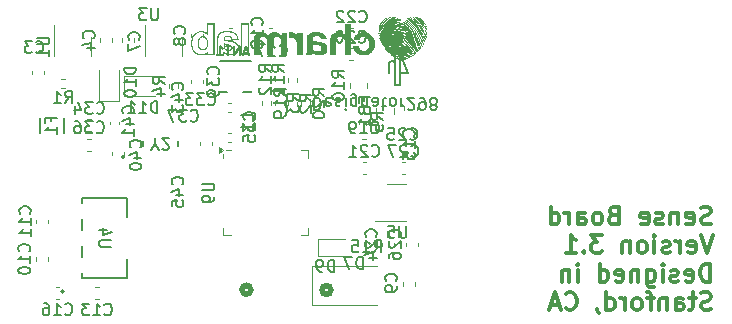
<source format=gbr>
%TF.GenerationSoftware,KiCad,Pcbnew,9.0.0*%
%TF.CreationDate,2025-05-02T09:45:38-07:00*%
%TF.ProjectId,OuterBoard_4.1,4f757465-7242-46f6-9172-645f342e312e,rev?*%
%TF.SameCoordinates,Original*%
%TF.FileFunction,Legend,Bot*%
%TF.FilePolarity,Positive*%
%FSLAX46Y46*%
G04 Gerber Fmt 4.6, Leading zero omitted, Abs format (unit mm)*
G04 Created by KiCad (PCBNEW 9.0.0) date 2025-05-02 09:45:38*
%MOMM*%
%LPD*%
G01*
G04 APERTURE LIST*
%ADD10C,0.300000*%
%ADD11C,0.150000*%
%ADD12C,0.508000*%
%ADD13C,0.120000*%
%ADD14C,0.127000*%
%ADD15C,0.152400*%
%ADD16C,0.000000*%
%ADD17C,0.200000*%
G04 APERTURE END LIST*
D10*
X177866917Y-95884652D02*
X177652632Y-95956080D01*
X177652632Y-95956080D02*
X177295489Y-95956080D01*
X177295489Y-95956080D02*
X177152632Y-95884652D01*
X177152632Y-95884652D02*
X177081203Y-95813223D01*
X177081203Y-95813223D02*
X177009774Y-95670366D01*
X177009774Y-95670366D02*
X177009774Y-95527509D01*
X177009774Y-95527509D02*
X177081203Y-95384652D01*
X177081203Y-95384652D02*
X177152632Y-95313223D01*
X177152632Y-95313223D02*
X177295489Y-95241794D01*
X177295489Y-95241794D02*
X177581203Y-95170366D01*
X177581203Y-95170366D02*
X177724060Y-95098937D01*
X177724060Y-95098937D02*
X177795489Y-95027509D01*
X177795489Y-95027509D02*
X177866917Y-94884652D01*
X177866917Y-94884652D02*
X177866917Y-94741794D01*
X177866917Y-94741794D02*
X177795489Y-94598937D01*
X177795489Y-94598937D02*
X177724060Y-94527509D01*
X177724060Y-94527509D02*
X177581203Y-94456080D01*
X177581203Y-94456080D02*
X177224060Y-94456080D01*
X177224060Y-94456080D02*
X177009774Y-94527509D01*
X175795489Y-95884652D02*
X175938346Y-95956080D01*
X175938346Y-95956080D02*
X176224061Y-95956080D01*
X176224061Y-95956080D02*
X176366918Y-95884652D01*
X176366918Y-95884652D02*
X176438346Y-95741794D01*
X176438346Y-95741794D02*
X176438346Y-95170366D01*
X176438346Y-95170366D02*
X176366918Y-95027509D01*
X176366918Y-95027509D02*
X176224061Y-94956080D01*
X176224061Y-94956080D02*
X175938346Y-94956080D01*
X175938346Y-94956080D02*
X175795489Y-95027509D01*
X175795489Y-95027509D02*
X175724061Y-95170366D01*
X175724061Y-95170366D02*
X175724061Y-95313223D01*
X175724061Y-95313223D02*
X176438346Y-95456080D01*
X175081204Y-94956080D02*
X175081204Y-95956080D01*
X175081204Y-95098937D02*
X175009775Y-95027509D01*
X175009775Y-95027509D02*
X174866918Y-94956080D01*
X174866918Y-94956080D02*
X174652632Y-94956080D01*
X174652632Y-94956080D02*
X174509775Y-95027509D01*
X174509775Y-95027509D02*
X174438347Y-95170366D01*
X174438347Y-95170366D02*
X174438347Y-95956080D01*
X173795489Y-95884652D02*
X173652632Y-95956080D01*
X173652632Y-95956080D02*
X173366918Y-95956080D01*
X173366918Y-95956080D02*
X173224061Y-95884652D01*
X173224061Y-95884652D02*
X173152632Y-95741794D01*
X173152632Y-95741794D02*
X173152632Y-95670366D01*
X173152632Y-95670366D02*
X173224061Y-95527509D01*
X173224061Y-95527509D02*
X173366918Y-95456080D01*
X173366918Y-95456080D02*
X173581204Y-95456080D01*
X173581204Y-95456080D02*
X173724061Y-95384652D01*
X173724061Y-95384652D02*
X173795489Y-95241794D01*
X173795489Y-95241794D02*
X173795489Y-95170366D01*
X173795489Y-95170366D02*
X173724061Y-95027509D01*
X173724061Y-95027509D02*
X173581204Y-94956080D01*
X173581204Y-94956080D02*
X173366918Y-94956080D01*
X173366918Y-94956080D02*
X173224061Y-95027509D01*
X171938346Y-95884652D02*
X172081203Y-95956080D01*
X172081203Y-95956080D02*
X172366918Y-95956080D01*
X172366918Y-95956080D02*
X172509775Y-95884652D01*
X172509775Y-95884652D02*
X172581203Y-95741794D01*
X172581203Y-95741794D02*
X172581203Y-95170366D01*
X172581203Y-95170366D02*
X172509775Y-95027509D01*
X172509775Y-95027509D02*
X172366918Y-94956080D01*
X172366918Y-94956080D02*
X172081203Y-94956080D01*
X172081203Y-94956080D02*
X171938346Y-95027509D01*
X171938346Y-95027509D02*
X171866918Y-95170366D01*
X171866918Y-95170366D02*
X171866918Y-95313223D01*
X171866918Y-95313223D02*
X172581203Y-95456080D01*
X169581204Y-95170366D02*
X169366918Y-95241794D01*
X169366918Y-95241794D02*
X169295489Y-95313223D01*
X169295489Y-95313223D02*
X169224061Y-95456080D01*
X169224061Y-95456080D02*
X169224061Y-95670366D01*
X169224061Y-95670366D02*
X169295489Y-95813223D01*
X169295489Y-95813223D02*
X169366918Y-95884652D01*
X169366918Y-95884652D02*
X169509775Y-95956080D01*
X169509775Y-95956080D02*
X170081204Y-95956080D01*
X170081204Y-95956080D02*
X170081204Y-94456080D01*
X170081204Y-94456080D02*
X169581204Y-94456080D01*
X169581204Y-94456080D02*
X169438347Y-94527509D01*
X169438347Y-94527509D02*
X169366918Y-94598937D01*
X169366918Y-94598937D02*
X169295489Y-94741794D01*
X169295489Y-94741794D02*
X169295489Y-94884652D01*
X169295489Y-94884652D02*
X169366918Y-95027509D01*
X169366918Y-95027509D02*
X169438347Y-95098937D01*
X169438347Y-95098937D02*
X169581204Y-95170366D01*
X169581204Y-95170366D02*
X170081204Y-95170366D01*
X168366918Y-95956080D02*
X168509775Y-95884652D01*
X168509775Y-95884652D02*
X168581204Y-95813223D01*
X168581204Y-95813223D02*
X168652632Y-95670366D01*
X168652632Y-95670366D02*
X168652632Y-95241794D01*
X168652632Y-95241794D02*
X168581204Y-95098937D01*
X168581204Y-95098937D02*
X168509775Y-95027509D01*
X168509775Y-95027509D02*
X168366918Y-94956080D01*
X168366918Y-94956080D02*
X168152632Y-94956080D01*
X168152632Y-94956080D02*
X168009775Y-95027509D01*
X168009775Y-95027509D02*
X167938347Y-95098937D01*
X167938347Y-95098937D02*
X167866918Y-95241794D01*
X167866918Y-95241794D02*
X167866918Y-95670366D01*
X167866918Y-95670366D02*
X167938347Y-95813223D01*
X167938347Y-95813223D02*
X168009775Y-95884652D01*
X168009775Y-95884652D02*
X168152632Y-95956080D01*
X168152632Y-95956080D02*
X168366918Y-95956080D01*
X166581204Y-95956080D02*
X166581204Y-95170366D01*
X166581204Y-95170366D02*
X166652632Y-95027509D01*
X166652632Y-95027509D02*
X166795489Y-94956080D01*
X166795489Y-94956080D02*
X167081204Y-94956080D01*
X167081204Y-94956080D02*
X167224061Y-95027509D01*
X166581204Y-95884652D02*
X166724061Y-95956080D01*
X166724061Y-95956080D02*
X167081204Y-95956080D01*
X167081204Y-95956080D02*
X167224061Y-95884652D01*
X167224061Y-95884652D02*
X167295489Y-95741794D01*
X167295489Y-95741794D02*
X167295489Y-95598937D01*
X167295489Y-95598937D02*
X167224061Y-95456080D01*
X167224061Y-95456080D02*
X167081204Y-95384652D01*
X167081204Y-95384652D02*
X166724061Y-95384652D01*
X166724061Y-95384652D02*
X166581204Y-95313223D01*
X165866918Y-95956080D02*
X165866918Y-94956080D01*
X165866918Y-95241794D02*
X165795489Y-95098937D01*
X165795489Y-95098937D02*
X165724061Y-95027509D01*
X165724061Y-95027509D02*
X165581203Y-94956080D01*
X165581203Y-94956080D02*
X165438346Y-94956080D01*
X164295490Y-95956080D02*
X164295490Y-94456080D01*
X164295490Y-95884652D02*
X164438347Y-95956080D01*
X164438347Y-95956080D02*
X164724061Y-95956080D01*
X164724061Y-95956080D02*
X164866918Y-95884652D01*
X164866918Y-95884652D02*
X164938347Y-95813223D01*
X164938347Y-95813223D02*
X165009775Y-95670366D01*
X165009775Y-95670366D02*
X165009775Y-95241794D01*
X165009775Y-95241794D02*
X164938347Y-95098937D01*
X164938347Y-95098937D02*
X164866918Y-95027509D01*
X164866918Y-95027509D02*
X164724061Y-94956080D01*
X164724061Y-94956080D02*
X164438347Y-94956080D01*
X164438347Y-94956080D02*
X164295490Y-95027509D01*
X178009774Y-96870996D02*
X177509774Y-98370996D01*
X177509774Y-98370996D02*
X177009774Y-96870996D01*
X175938346Y-98299568D02*
X176081203Y-98370996D01*
X176081203Y-98370996D02*
X176366918Y-98370996D01*
X176366918Y-98370996D02*
X176509775Y-98299568D01*
X176509775Y-98299568D02*
X176581203Y-98156710D01*
X176581203Y-98156710D02*
X176581203Y-97585282D01*
X176581203Y-97585282D02*
X176509775Y-97442425D01*
X176509775Y-97442425D02*
X176366918Y-97370996D01*
X176366918Y-97370996D02*
X176081203Y-97370996D01*
X176081203Y-97370996D02*
X175938346Y-97442425D01*
X175938346Y-97442425D02*
X175866918Y-97585282D01*
X175866918Y-97585282D02*
X175866918Y-97728139D01*
X175866918Y-97728139D02*
X176581203Y-97870996D01*
X175224061Y-98370996D02*
X175224061Y-97370996D01*
X175224061Y-97656710D02*
X175152632Y-97513853D01*
X175152632Y-97513853D02*
X175081204Y-97442425D01*
X175081204Y-97442425D02*
X174938346Y-97370996D01*
X174938346Y-97370996D02*
X174795489Y-97370996D01*
X174366918Y-98299568D02*
X174224061Y-98370996D01*
X174224061Y-98370996D02*
X173938347Y-98370996D01*
X173938347Y-98370996D02*
X173795490Y-98299568D01*
X173795490Y-98299568D02*
X173724061Y-98156710D01*
X173724061Y-98156710D02*
X173724061Y-98085282D01*
X173724061Y-98085282D02*
X173795490Y-97942425D01*
X173795490Y-97942425D02*
X173938347Y-97870996D01*
X173938347Y-97870996D02*
X174152633Y-97870996D01*
X174152633Y-97870996D02*
X174295490Y-97799568D01*
X174295490Y-97799568D02*
X174366918Y-97656710D01*
X174366918Y-97656710D02*
X174366918Y-97585282D01*
X174366918Y-97585282D02*
X174295490Y-97442425D01*
X174295490Y-97442425D02*
X174152633Y-97370996D01*
X174152633Y-97370996D02*
X173938347Y-97370996D01*
X173938347Y-97370996D02*
X173795490Y-97442425D01*
X173081204Y-98370996D02*
X173081204Y-97370996D01*
X173081204Y-96870996D02*
X173152632Y-96942425D01*
X173152632Y-96942425D02*
X173081204Y-97013853D01*
X173081204Y-97013853D02*
X173009775Y-96942425D01*
X173009775Y-96942425D02*
X173081204Y-96870996D01*
X173081204Y-96870996D02*
X173081204Y-97013853D01*
X172152632Y-98370996D02*
X172295489Y-98299568D01*
X172295489Y-98299568D02*
X172366918Y-98228139D01*
X172366918Y-98228139D02*
X172438346Y-98085282D01*
X172438346Y-98085282D02*
X172438346Y-97656710D01*
X172438346Y-97656710D02*
X172366918Y-97513853D01*
X172366918Y-97513853D02*
X172295489Y-97442425D01*
X172295489Y-97442425D02*
X172152632Y-97370996D01*
X172152632Y-97370996D02*
X171938346Y-97370996D01*
X171938346Y-97370996D02*
X171795489Y-97442425D01*
X171795489Y-97442425D02*
X171724061Y-97513853D01*
X171724061Y-97513853D02*
X171652632Y-97656710D01*
X171652632Y-97656710D02*
X171652632Y-98085282D01*
X171652632Y-98085282D02*
X171724061Y-98228139D01*
X171724061Y-98228139D02*
X171795489Y-98299568D01*
X171795489Y-98299568D02*
X171938346Y-98370996D01*
X171938346Y-98370996D02*
X172152632Y-98370996D01*
X171009775Y-97370996D02*
X171009775Y-98370996D01*
X171009775Y-97513853D02*
X170938346Y-97442425D01*
X170938346Y-97442425D02*
X170795489Y-97370996D01*
X170795489Y-97370996D02*
X170581203Y-97370996D01*
X170581203Y-97370996D02*
X170438346Y-97442425D01*
X170438346Y-97442425D02*
X170366918Y-97585282D01*
X170366918Y-97585282D02*
X170366918Y-98370996D01*
X168652632Y-96870996D02*
X167724060Y-96870996D01*
X167724060Y-96870996D02*
X168224060Y-97442425D01*
X168224060Y-97442425D02*
X168009775Y-97442425D01*
X168009775Y-97442425D02*
X167866918Y-97513853D01*
X167866918Y-97513853D02*
X167795489Y-97585282D01*
X167795489Y-97585282D02*
X167724060Y-97728139D01*
X167724060Y-97728139D02*
X167724060Y-98085282D01*
X167724060Y-98085282D02*
X167795489Y-98228139D01*
X167795489Y-98228139D02*
X167866918Y-98299568D01*
X167866918Y-98299568D02*
X168009775Y-98370996D01*
X168009775Y-98370996D02*
X168438346Y-98370996D01*
X168438346Y-98370996D02*
X168581203Y-98299568D01*
X168581203Y-98299568D02*
X168652632Y-98228139D01*
X167081204Y-98228139D02*
X167009775Y-98299568D01*
X167009775Y-98299568D02*
X167081204Y-98370996D01*
X167081204Y-98370996D02*
X167152632Y-98299568D01*
X167152632Y-98299568D02*
X167081204Y-98228139D01*
X167081204Y-98228139D02*
X167081204Y-98370996D01*
X165581203Y-98370996D02*
X166438346Y-98370996D01*
X166009775Y-98370996D02*
X166009775Y-96870996D01*
X166009775Y-96870996D02*
X166152632Y-97085282D01*
X166152632Y-97085282D02*
X166295489Y-97228139D01*
X166295489Y-97228139D02*
X166438346Y-97299568D01*
X177795489Y-100785912D02*
X177795489Y-99285912D01*
X177795489Y-99285912D02*
X177438346Y-99285912D01*
X177438346Y-99285912D02*
X177224060Y-99357341D01*
X177224060Y-99357341D02*
X177081203Y-99500198D01*
X177081203Y-99500198D02*
X177009774Y-99643055D01*
X177009774Y-99643055D02*
X176938346Y-99928769D01*
X176938346Y-99928769D02*
X176938346Y-100143055D01*
X176938346Y-100143055D02*
X177009774Y-100428769D01*
X177009774Y-100428769D02*
X177081203Y-100571626D01*
X177081203Y-100571626D02*
X177224060Y-100714484D01*
X177224060Y-100714484D02*
X177438346Y-100785912D01*
X177438346Y-100785912D02*
X177795489Y-100785912D01*
X175724060Y-100714484D02*
X175866917Y-100785912D01*
X175866917Y-100785912D02*
X176152632Y-100785912D01*
X176152632Y-100785912D02*
X176295489Y-100714484D01*
X176295489Y-100714484D02*
X176366917Y-100571626D01*
X176366917Y-100571626D02*
X176366917Y-100000198D01*
X176366917Y-100000198D02*
X176295489Y-99857341D01*
X176295489Y-99857341D02*
X176152632Y-99785912D01*
X176152632Y-99785912D02*
X175866917Y-99785912D01*
X175866917Y-99785912D02*
X175724060Y-99857341D01*
X175724060Y-99857341D02*
X175652632Y-100000198D01*
X175652632Y-100000198D02*
X175652632Y-100143055D01*
X175652632Y-100143055D02*
X176366917Y-100285912D01*
X175081203Y-100714484D02*
X174938346Y-100785912D01*
X174938346Y-100785912D02*
X174652632Y-100785912D01*
X174652632Y-100785912D02*
X174509775Y-100714484D01*
X174509775Y-100714484D02*
X174438346Y-100571626D01*
X174438346Y-100571626D02*
X174438346Y-100500198D01*
X174438346Y-100500198D02*
X174509775Y-100357341D01*
X174509775Y-100357341D02*
X174652632Y-100285912D01*
X174652632Y-100285912D02*
X174866918Y-100285912D01*
X174866918Y-100285912D02*
X175009775Y-100214484D01*
X175009775Y-100214484D02*
X175081203Y-100071626D01*
X175081203Y-100071626D02*
X175081203Y-100000198D01*
X175081203Y-100000198D02*
X175009775Y-99857341D01*
X175009775Y-99857341D02*
X174866918Y-99785912D01*
X174866918Y-99785912D02*
X174652632Y-99785912D01*
X174652632Y-99785912D02*
X174509775Y-99857341D01*
X173795489Y-100785912D02*
X173795489Y-99785912D01*
X173795489Y-99285912D02*
X173866917Y-99357341D01*
X173866917Y-99357341D02*
X173795489Y-99428769D01*
X173795489Y-99428769D02*
X173724060Y-99357341D01*
X173724060Y-99357341D02*
X173795489Y-99285912D01*
X173795489Y-99285912D02*
X173795489Y-99428769D01*
X172438346Y-99785912D02*
X172438346Y-101000198D01*
X172438346Y-101000198D02*
X172509774Y-101143055D01*
X172509774Y-101143055D02*
X172581203Y-101214484D01*
X172581203Y-101214484D02*
X172724060Y-101285912D01*
X172724060Y-101285912D02*
X172938346Y-101285912D01*
X172938346Y-101285912D02*
X173081203Y-101214484D01*
X172438346Y-100714484D02*
X172581203Y-100785912D01*
X172581203Y-100785912D02*
X172866917Y-100785912D01*
X172866917Y-100785912D02*
X173009774Y-100714484D01*
X173009774Y-100714484D02*
X173081203Y-100643055D01*
X173081203Y-100643055D02*
X173152631Y-100500198D01*
X173152631Y-100500198D02*
X173152631Y-100071626D01*
X173152631Y-100071626D02*
X173081203Y-99928769D01*
X173081203Y-99928769D02*
X173009774Y-99857341D01*
X173009774Y-99857341D02*
X172866917Y-99785912D01*
X172866917Y-99785912D02*
X172581203Y-99785912D01*
X172581203Y-99785912D02*
X172438346Y-99857341D01*
X171724060Y-99785912D02*
X171724060Y-100785912D01*
X171724060Y-99928769D02*
X171652631Y-99857341D01*
X171652631Y-99857341D02*
X171509774Y-99785912D01*
X171509774Y-99785912D02*
X171295488Y-99785912D01*
X171295488Y-99785912D02*
X171152631Y-99857341D01*
X171152631Y-99857341D02*
X171081203Y-100000198D01*
X171081203Y-100000198D02*
X171081203Y-100785912D01*
X169795488Y-100714484D02*
X169938345Y-100785912D01*
X169938345Y-100785912D02*
X170224060Y-100785912D01*
X170224060Y-100785912D02*
X170366917Y-100714484D01*
X170366917Y-100714484D02*
X170438345Y-100571626D01*
X170438345Y-100571626D02*
X170438345Y-100000198D01*
X170438345Y-100000198D02*
X170366917Y-99857341D01*
X170366917Y-99857341D02*
X170224060Y-99785912D01*
X170224060Y-99785912D02*
X169938345Y-99785912D01*
X169938345Y-99785912D02*
X169795488Y-99857341D01*
X169795488Y-99857341D02*
X169724060Y-100000198D01*
X169724060Y-100000198D02*
X169724060Y-100143055D01*
X169724060Y-100143055D02*
X170438345Y-100285912D01*
X168438346Y-100785912D02*
X168438346Y-99285912D01*
X168438346Y-100714484D02*
X168581203Y-100785912D01*
X168581203Y-100785912D02*
X168866917Y-100785912D01*
X168866917Y-100785912D02*
X169009774Y-100714484D01*
X169009774Y-100714484D02*
X169081203Y-100643055D01*
X169081203Y-100643055D02*
X169152631Y-100500198D01*
X169152631Y-100500198D02*
X169152631Y-100071626D01*
X169152631Y-100071626D02*
X169081203Y-99928769D01*
X169081203Y-99928769D02*
X169009774Y-99857341D01*
X169009774Y-99857341D02*
X168866917Y-99785912D01*
X168866917Y-99785912D02*
X168581203Y-99785912D01*
X168581203Y-99785912D02*
X168438346Y-99857341D01*
X166581203Y-100785912D02*
X166581203Y-99785912D01*
X166581203Y-99285912D02*
X166652631Y-99357341D01*
X166652631Y-99357341D02*
X166581203Y-99428769D01*
X166581203Y-99428769D02*
X166509774Y-99357341D01*
X166509774Y-99357341D02*
X166581203Y-99285912D01*
X166581203Y-99285912D02*
X166581203Y-99428769D01*
X165866917Y-99785912D02*
X165866917Y-100785912D01*
X165866917Y-99928769D02*
X165795488Y-99857341D01*
X165795488Y-99857341D02*
X165652631Y-99785912D01*
X165652631Y-99785912D02*
X165438345Y-99785912D01*
X165438345Y-99785912D02*
X165295488Y-99857341D01*
X165295488Y-99857341D02*
X165224060Y-100000198D01*
X165224060Y-100000198D02*
X165224060Y-100785912D01*
X177866917Y-103129400D02*
X177652632Y-103200828D01*
X177652632Y-103200828D02*
X177295489Y-103200828D01*
X177295489Y-103200828D02*
X177152632Y-103129400D01*
X177152632Y-103129400D02*
X177081203Y-103057971D01*
X177081203Y-103057971D02*
X177009774Y-102915114D01*
X177009774Y-102915114D02*
X177009774Y-102772257D01*
X177009774Y-102772257D02*
X177081203Y-102629400D01*
X177081203Y-102629400D02*
X177152632Y-102557971D01*
X177152632Y-102557971D02*
X177295489Y-102486542D01*
X177295489Y-102486542D02*
X177581203Y-102415114D01*
X177581203Y-102415114D02*
X177724060Y-102343685D01*
X177724060Y-102343685D02*
X177795489Y-102272257D01*
X177795489Y-102272257D02*
X177866917Y-102129400D01*
X177866917Y-102129400D02*
X177866917Y-101986542D01*
X177866917Y-101986542D02*
X177795489Y-101843685D01*
X177795489Y-101843685D02*
X177724060Y-101772257D01*
X177724060Y-101772257D02*
X177581203Y-101700828D01*
X177581203Y-101700828D02*
X177224060Y-101700828D01*
X177224060Y-101700828D02*
X177009774Y-101772257D01*
X176581203Y-102200828D02*
X176009775Y-102200828D01*
X176366918Y-101700828D02*
X176366918Y-102986542D01*
X176366918Y-102986542D02*
X176295489Y-103129400D01*
X176295489Y-103129400D02*
X176152632Y-103200828D01*
X176152632Y-103200828D02*
X176009775Y-103200828D01*
X174866918Y-103200828D02*
X174866918Y-102415114D01*
X174866918Y-102415114D02*
X174938346Y-102272257D01*
X174938346Y-102272257D02*
X175081203Y-102200828D01*
X175081203Y-102200828D02*
X175366918Y-102200828D01*
X175366918Y-102200828D02*
X175509775Y-102272257D01*
X174866918Y-103129400D02*
X175009775Y-103200828D01*
X175009775Y-103200828D02*
X175366918Y-103200828D01*
X175366918Y-103200828D02*
X175509775Y-103129400D01*
X175509775Y-103129400D02*
X175581203Y-102986542D01*
X175581203Y-102986542D02*
X175581203Y-102843685D01*
X175581203Y-102843685D02*
X175509775Y-102700828D01*
X175509775Y-102700828D02*
X175366918Y-102629400D01*
X175366918Y-102629400D02*
X175009775Y-102629400D01*
X175009775Y-102629400D02*
X174866918Y-102557971D01*
X174152632Y-102200828D02*
X174152632Y-103200828D01*
X174152632Y-102343685D02*
X174081203Y-102272257D01*
X174081203Y-102272257D02*
X173938346Y-102200828D01*
X173938346Y-102200828D02*
X173724060Y-102200828D01*
X173724060Y-102200828D02*
X173581203Y-102272257D01*
X173581203Y-102272257D02*
X173509775Y-102415114D01*
X173509775Y-102415114D02*
X173509775Y-103200828D01*
X173009774Y-102200828D02*
X172438346Y-102200828D01*
X172795489Y-103200828D02*
X172795489Y-101915114D01*
X172795489Y-101915114D02*
X172724060Y-101772257D01*
X172724060Y-101772257D02*
X172581203Y-101700828D01*
X172581203Y-101700828D02*
X172438346Y-101700828D01*
X171724060Y-103200828D02*
X171866917Y-103129400D01*
X171866917Y-103129400D02*
X171938346Y-103057971D01*
X171938346Y-103057971D02*
X172009774Y-102915114D01*
X172009774Y-102915114D02*
X172009774Y-102486542D01*
X172009774Y-102486542D02*
X171938346Y-102343685D01*
X171938346Y-102343685D02*
X171866917Y-102272257D01*
X171866917Y-102272257D02*
X171724060Y-102200828D01*
X171724060Y-102200828D02*
X171509774Y-102200828D01*
X171509774Y-102200828D02*
X171366917Y-102272257D01*
X171366917Y-102272257D02*
X171295489Y-102343685D01*
X171295489Y-102343685D02*
X171224060Y-102486542D01*
X171224060Y-102486542D02*
X171224060Y-102915114D01*
X171224060Y-102915114D02*
X171295489Y-103057971D01*
X171295489Y-103057971D02*
X171366917Y-103129400D01*
X171366917Y-103129400D02*
X171509774Y-103200828D01*
X171509774Y-103200828D02*
X171724060Y-103200828D01*
X170581203Y-103200828D02*
X170581203Y-102200828D01*
X170581203Y-102486542D02*
X170509774Y-102343685D01*
X170509774Y-102343685D02*
X170438346Y-102272257D01*
X170438346Y-102272257D02*
X170295488Y-102200828D01*
X170295488Y-102200828D02*
X170152631Y-102200828D01*
X169009775Y-103200828D02*
X169009775Y-101700828D01*
X169009775Y-103129400D02*
X169152632Y-103200828D01*
X169152632Y-103200828D02*
X169438346Y-103200828D01*
X169438346Y-103200828D02*
X169581203Y-103129400D01*
X169581203Y-103129400D02*
X169652632Y-103057971D01*
X169652632Y-103057971D02*
X169724060Y-102915114D01*
X169724060Y-102915114D02*
X169724060Y-102486542D01*
X169724060Y-102486542D02*
X169652632Y-102343685D01*
X169652632Y-102343685D02*
X169581203Y-102272257D01*
X169581203Y-102272257D02*
X169438346Y-102200828D01*
X169438346Y-102200828D02*
X169152632Y-102200828D01*
X169152632Y-102200828D02*
X169009775Y-102272257D01*
X168224060Y-103129400D02*
X168224060Y-103200828D01*
X168224060Y-103200828D02*
X168295489Y-103343685D01*
X168295489Y-103343685D02*
X168366917Y-103415114D01*
X165581203Y-103057971D02*
X165652631Y-103129400D01*
X165652631Y-103129400D02*
X165866917Y-103200828D01*
X165866917Y-103200828D02*
X166009774Y-103200828D01*
X166009774Y-103200828D02*
X166224060Y-103129400D01*
X166224060Y-103129400D02*
X166366917Y-102986542D01*
X166366917Y-102986542D02*
X166438346Y-102843685D01*
X166438346Y-102843685D02*
X166509774Y-102557971D01*
X166509774Y-102557971D02*
X166509774Y-102343685D01*
X166509774Y-102343685D02*
X166438346Y-102057971D01*
X166438346Y-102057971D02*
X166366917Y-101915114D01*
X166366917Y-101915114D02*
X166224060Y-101772257D01*
X166224060Y-101772257D02*
X166009774Y-101700828D01*
X166009774Y-101700828D02*
X165866917Y-101700828D01*
X165866917Y-101700828D02*
X165652631Y-101772257D01*
X165652631Y-101772257D02*
X165581203Y-101843685D01*
X165009774Y-102772257D02*
X164295489Y-102772257D01*
X165152631Y-103200828D02*
X164652631Y-101700828D01*
X164652631Y-101700828D02*
X164152631Y-103200828D01*
D11*
X123182857Y-103539580D02*
X123230476Y-103587200D01*
X123230476Y-103587200D02*
X123373333Y-103634819D01*
X123373333Y-103634819D02*
X123468571Y-103634819D01*
X123468571Y-103634819D02*
X123611428Y-103587200D01*
X123611428Y-103587200D02*
X123706666Y-103491961D01*
X123706666Y-103491961D02*
X123754285Y-103396723D01*
X123754285Y-103396723D02*
X123801904Y-103206247D01*
X123801904Y-103206247D02*
X123801904Y-103063390D01*
X123801904Y-103063390D02*
X123754285Y-102872914D01*
X123754285Y-102872914D02*
X123706666Y-102777676D01*
X123706666Y-102777676D02*
X123611428Y-102682438D01*
X123611428Y-102682438D02*
X123468571Y-102634819D01*
X123468571Y-102634819D02*
X123373333Y-102634819D01*
X123373333Y-102634819D02*
X123230476Y-102682438D01*
X123230476Y-102682438D02*
X123182857Y-102730057D01*
X122230476Y-103634819D02*
X122801904Y-103634819D01*
X122516190Y-103634819D02*
X122516190Y-102634819D01*
X122516190Y-102634819D02*
X122611428Y-102777676D01*
X122611428Y-102777676D02*
X122706666Y-102872914D01*
X122706666Y-102872914D02*
X122801904Y-102920533D01*
X121373333Y-102634819D02*
X121563809Y-102634819D01*
X121563809Y-102634819D02*
X121659047Y-102682438D01*
X121659047Y-102682438D02*
X121706666Y-102730057D01*
X121706666Y-102730057D02*
X121801904Y-102872914D01*
X121801904Y-102872914D02*
X121849523Y-103063390D01*
X121849523Y-103063390D02*
X121849523Y-103444342D01*
X121849523Y-103444342D02*
X121801904Y-103539580D01*
X121801904Y-103539580D02*
X121754285Y-103587200D01*
X121754285Y-103587200D02*
X121659047Y-103634819D01*
X121659047Y-103634819D02*
X121468571Y-103634819D01*
X121468571Y-103634819D02*
X121373333Y-103587200D01*
X121373333Y-103587200D02*
X121325714Y-103539580D01*
X121325714Y-103539580D02*
X121278095Y-103444342D01*
X121278095Y-103444342D02*
X121278095Y-103206247D01*
X121278095Y-103206247D02*
X121325714Y-103111009D01*
X121325714Y-103111009D02*
X121373333Y-103063390D01*
X121373333Y-103063390D02*
X121468571Y-103015771D01*
X121468571Y-103015771D02*
X121659047Y-103015771D01*
X121659047Y-103015771D02*
X121754285Y-103063390D01*
X121754285Y-103063390D02*
X121801904Y-103111009D01*
X121801904Y-103111009D02*
X121849523Y-103206247D01*
X152467857Y-90129580D02*
X152515476Y-90177200D01*
X152515476Y-90177200D02*
X152658333Y-90224819D01*
X152658333Y-90224819D02*
X152753571Y-90224819D01*
X152753571Y-90224819D02*
X152896428Y-90177200D01*
X152896428Y-90177200D02*
X152991666Y-90081961D01*
X152991666Y-90081961D02*
X153039285Y-89986723D01*
X153039285Y-89986723D02*
X153086904Y-89796247D01*
X153086904Y-89796247D02*
X153086904Y-89653390D01*
X153086904Y-89653390D02*
X153039285Y-89462914D01*
X153039285Y-89462914D02*
X152991666Y-89367676D01*
X152991666Y-89367676D02*
X152896428Y-89272438D01*
X152896428Y-89272438D02*
X152753571Y-89224819D01*
X152753571Y-89224819D02*
X152658333Y-89224819D01*
X152658333Y-89224819D02*
X152515476Y-89272438D01*
X152515476Y-89272438D02*
X152467857Y-89320057D01*
X152086904Y-89320057D02*
X152039285Y-89272438D01*
X152039285Y-89272438D02*
X151944047Y-89224819D01*
X151944047Y-89224819D02*
X151705952Y-89224819D01*
X151705952Y-89224819D02*
X151610714Y-89272438D01*
X151610714Y-89272438D02*
X151563095Y-89320057D01*
X151563095Y-89320057D02*
X151515476Y-89415295D01*
X151515476Y-89415295D02*
X151515476Y-89510533D01*
X151515476Y-89510533D02*
X151563095Y-89653390D01*
X151563095Y-89653390D02*
X152134523Y-90224819D01*
X152134523Y-90224819D02*
X151515476Y-90224819D01*
X151182142Y-89224819D02*
X150515476Y-89224819D01*
X150515476Y-89224819D02*
X150944047Y-90224819D01*
X133102580Y-84567542D02*
X133150200Y-84519923D01*
X133150200Y-84519923D02*
X133197819Y-84377066D01*
X133197819Y-84377066D02*
X133197819Y-84281828D01*
X133197819Y-84281828D02*
X133150200Y-84138971D01*
X133150200Y-84138971D02*
X133054961Y-84043733D01*
X133054961Y-84043733D02*
X132959723Y-83996114D01*
X132959723Y-83996114D02*
X132769247Y-83948495D01*
X132769247Y-83948495D02*
X132626390Y-83948495D01*
X132626390Y-83948495D02*
X132435914Y-83996114D01*
X132435914Y-83996114D02*
X132340676Y-84043733D01*
X132340676Y-84043733D02*
X132245438Y-84138971D01*
X132245438Y-84138971D02*
X132197819Y-84281828D01*
X132197819Y-84281828D02*
X132197819Y-84377066D01*
X132197819Y-84377066D02*
X132245438Y-84519923D01*
X132245438Y-84519923D02*
X132293057Y-84567542D01*
X132531152Y-85424685D02*
X133197819Y-85424685D01*
X132150200Y-85186590D02*
X132864485Y-84948495D01*
X132864485Y-84948495D02*
X132864485Y-85567542D01*
X132197819Y-85853257D02*
X132197819Y-86472304D01*
X132197819Y-86472304D02*
X132578771Y-86138971D01*
X132578771Y-86138971D02*
X132578771Y-86281828D01*
X132578771Y-86281828D02*
X132626390Y-86377066D01*
X132626390Y-86377066D02*
X132674009Y-86424685D01*
X132674009Y-86424685D02*
X132769247Y-86472304D01*
X132769247Y-86472304D02*
X133007342Y-86472304D01*
X133007342Y-86472304D02*
X133102580Y-86424685D01*
X133102580Y-86424685D02*
X133150200Y-86377066D01*
X133150200Y-86377066D02*
X133197819Y-86281828D01*
X133197819Y-86281828D02*
X133197819Y-85996114D01*
X133197819Y-85996114D02*
X133150200Y-85900876D01*
X133150200Y-85900876D02*
X133102580Y-85853257D01*
X129419580Y-80308913D02*
X129467200Y-80261294D01*
X129467200Y-80261294D02*
X129514819Y-80118437D01*
X129514819Y-80118437D02*
X129514819Y-80023199D01*
X129514819Y-80023199D02*
X129467200Y-79880342D01*
X129467200Y-79880342D02*
X129371961Y-79785104D01*
X129371961Y-79785104D02*
X129276723Y-79737485D01*
X129276723Y-79737485D02*
X129086247Y-79689866D01*
X129086247Y-79689866D02*
X128943390Y-79689866D01*
X128943390Y-79689866D02*
X128752914Y-79737485D01*
X128752914Y-79737485D02*
X128657676Y-79785104D01*
X128657676Y-79785104D02*
X128562438Y-79880342D01*
X128562438Y-79880342D02*
X128514819Y-80023199D01*
X128514819Y-80023199D02*
X128514819Y-80118437D01*
X128514819Y-80118437D02*
X128562438Y-80261294D01*
X128562438Y-80261294D02*
X128610057Y-80308913D01*
X128514819Y-80642247D02*
X128514819Y-81308913D01*
X128514819Y-81308913D02*
X129514819Y-80880342D01*
X151180980Y-100728733D02*
X151228600Y-100681114D01*
X151228600Y-100681114D02*
X151276219Y-100538257D01*
X151276219Y-100538257D02*
X151276219Y-100443019D01*
X151276219Y-100443019D02*
X151228600Y-100300162D01*
X151228600Y-100300162D02*
X151133361Y-100204924D01*
X151133361Y-100204924D02*
X151038123Y-100157305D01*
X151038123Y-100157305D02*
X150847647Y-100109686D01*
X150847647Y-100109686D02*
X150704790Y-100109686D01*
X150704790Y-100109686D02*
X150514314Y-100157305D01*
X150514314Y-100157305D02*
X150419076Y-100204924D01*
X150419076Y-100204924D02*
X150323838Y-100300162D01*
X150323838Y-100300162D02*
X150276219Y-100443019D01*
X150276219Y-100443019D02*
X150276219Y-100538257D01*
X150276219Y-100538257D02*
X150323838Y-100681114D01*
X150323838Y-100681114D02*
X150371457Y-100728733D01*
X151276219Y-101204924D02*
X151276219Y-101395400D01*
X151276219Y-101395400D02*
X151228600Y-101490638D01*
X151228600Y-101490638D02*
X151180980Y-101538257D01*
X151180980Y-101538257D02*
X151038123Y-101633495D01*
X151038123Y-101633495D02*
X150847647Y-101681114D01*
X150847647Y-101681114D02*
X150466695Y-101681114D01*
X150466695Y-101681114D02*
X150371457Y-101633495D01*
X150371457Y-101633495D02*
X150323838Y-101585876D01*
X150323838Y-101585876D02*
X150276219Y-101490638D01*
X150276219Y-101490638D02*
X150276219Y-101300162D01*
X150276219Y-101300162D02*
X150323838Y-101204924D01*
X150323838Y-101204924D02*
X150371457Y-101157305D01*
X150371457Y-101157305D02*
X150466695Y-101109686D01*
X150466695Y-101109686D02*
X150704790Y-101109686D01*
X150704790Y-101109686D02*
X150800028Y-101157305D01*
X150800028Y-101157305D02*
X150847647Y-101204924D01*
X150847647Y-101204924D02*
X150895266Y-101300162D01*
X150895266Y-101300162D02*
X150895266Y-101490638D01*
X150895266Y-101490638D02*
X150847647Y-101585876D01*
X150847647Y-101585876D02*
X150800028Y-101633495D01*
X150800028Y-101633495D02*
X150704790Y-101681114D01*
X129548980Y-89439342D02*
X129596600Y-89391723D01*
X129596600Y-89391723D02*
X129644219Y-89248866D01*
X129644219Y-89248866D02*
X129644219Y-89153628D01*
X129644219Y-89153628D02*
X129596600Y-89010771D01*
X129596600Y-89010771D02*
X129501361Y-88915533D01*
X129501361Y-88915533D02*
X129406123Y-88867914D01*
X129406123Y-88867914D02*
X129215647Y-88820295D01*
X129215647Y-88820295D02*
X129072790Y-88820295D01*
X129072790Y-88820295D02*
X128882314Y-88867914D01*
X128882314Y-88867914D02*
X128787076Y-88915533D01*
X128787076Y-88915533D02*
X128691838Y-89010771D01*
X128691838Y-89010771D02*
X128644219Y-89153628D01*
X128644219Y-89153628D02*
X128644219Y-89248866D01*
X128644219Y-89248866D02*
X128691838Y-89391723D01*
X128691838Y-89391723D02*
X128739457Y-89439342D01*
X128977552Y-90296485D02*
X129644219Y-90296485D01*
X128596600Y-90058390D02*
X129310885Y-89820295D01*
X129310885Y-89820295D02*
X129310885Y-90439342D01*
X128644219Y-91010771D02*
X128644219Y-91106009D01*
X128644219Y-91106009D02*
X128691838Y-91201247D01*
X128691838Y-91201247D02*
X128739457Y-91248866D01*
X128739457Y-91248866D02*
X128834695Y-91296485D01*
X128834695Y-91296485D02*
X129025171Y-91344104D01*
X129025171Y-91344104D02*
X129263266Y-91344104D01*
X129263266Y-91344104D02*
X129453742Y-91296485D01*
X129453742Y-91296485D02*
X129548980Y-91248866D01*
X129548980Y-91248866D02*
X129596600Y-91201247D01*
X129596600Y-91201247D02*
X129644219Y-91106009D01*
X129644219Y-91106009D02*
X129644219Y-91010771D01*
X129644219Y-91010771D02*
X129596600Y-90915533D01*
X129596600Y-90915533D02*
X129548980Y-90867914D01*
X129548980Y-90867914D02*
X129453742Y-90820295D01*
X129453742Y-90820295D02*
X129263266Y-90772676D01*
X129263266Y-90772676D02*
X129025171Y-90772676D01*
X129025171Y-90772676D02*
X128834695Y-90820295D01*
X128834695Y-90820295D02*
X128739457Y-90867914D01*
X128739457Y-90867914D02*
X128691838Y-90915533D01*
X128691838Y-90915533D02*
X128644219Y-91010771D01*
X138677638Y-81421323D02*
X138296685Y-81421323D01*
X138753828Y-81649895D02*
X138487161Y-80849895D01*
X138487161Y-80849895D02*
X138220495Y-81649895D01*
X137953828Y-81649895D02*
X137953828Y-80849895D01*
X137953828Y-80849895D02*
X137496685Y-81649895D01*
X137496685Y-81649895D02*
X137496685Y-80849895D01*
X137230019Y-80849895D02*
X136772876Y-80849895D01*
X137001448Y-81649895D02*
X137001448Y-80849895D01*
X136087162Y-81649895D02*
X136544305Y-81649895D01*
X136315733Y-81649895D02*
X136315733Y-80849895D01*
X136315733Y-80849895D02*
X136391924Y-80964180D01*
X136391924Y-80964180D02*
X136468114Y-81040371D01*
X136468114Y-81040371D02*
X136544305Y-81078466D01*
X136129580Y-83237142D02*
X136177200Y-83189523D01*
X136177200Y-83189523D02*
X136224819Y-83046666D01*
X136224819Y-83046666D02*
X136224819Y-82951428D01*
X136224819Y-82951428D02*
X136177200Y-82808571D01*
X136177200Y-82808571D02*
X136081961Y-82713333D01*
X136081961Y-82713333D02*
X135986723Y-82665714D01*
X135986723Y-82665714D02*
X135796247Y-82618095D01*
X135796247Y-82618095D02*
X135653390Y-82618095D01*
X135653390Y-82618095D02*
X135462914Y-82665714D01*
X135462914Y-82665714D02*
X135367676Y-82713333D01*
X135367676Y-82713333D02*
X135272438Y-82808571D01*
X135272438Y-82808571D02*
X135224819Y-82951428D01*
X135224819Y-82951428D02*
X135224819Y-83046666D01*
X135224819Y-83046666D02*
X135272438Y-83189523D01*
X135272438Y-83189523D02*
X135320057Y-83237142D01*
X135224819Y-83570476D02*
X135224819Y-84189523D01*
X135224819Y-84189523D02*
X135605771Y-83856190D01*
X135605771Y-83856190D02*
X135605771Y-83999047D01*
X135605771Y-83999047D02*
X135653390Y-84094285D01*
X135653390Y-84094285D02*
X135701009Y-84141904D01*
X135701009Y-84141904D02*
X135796247Y-84189523D01*
X135796247Y-84189523D02*
X136034342Y-84189523D01*
X136034342Y-84189523D02*
X136129580Y-84141904D01*
X136129580Y-84141904D02*
X136177200Y-84094285D01*
X136177200Y-84094285D02*
X136224819Y-83999047D01*
X136224819Y-83999047D02*
X136224819Y-83713333D01*
X136224819Y-83713333D02*
X136177200Y-83618095D01*
X136177200Y-83618095D02*
X136129580Y-83570476D01*
X136224819Y-84665714D02*
X136224819Y-84856190D01*
X136224819Y-84856190D02*
X136177200Y-84951428D01*
X136177200Y-84951428D02*
X136129580Y-84999047D01*
X136129580Y-84999047D02*
X135986723Y-85094285D01*
X135986723Y-85094285D02*
X135796247Y-85141904D01*
X135796247Y-85141904D02*
X135415295Y-85141904D01*
X135415295Y-85141904D02*
X135320057Y-85094285D01*
X135320057Y-85094285D02*
X135272438Y-85046666D01*
X135272438Y-85046666D02*
X135224819Y-84951428D01*
X135224819Y-84951428D02*
X135224819Y-84760952D01*
X135224819Y-84760952D02*
X135272438Y-84665714D01*
X135272438Y-84665714D02*
X135320057Y-84618095D01*
X135320057Y-84618095D02*
X135415295Y-84570476D01*
X135415295Y-84570476D02*
X135653390Y-84570476D01*
X135653390Y-84570476D02*
X135748628Y-84618095D01*
X135748628Y-84618095D02*
X135796247Y-84665714D01*
X135796247Y-84665714D02*
X135843866Y-84760952D01*
X135843866Y-84760952D02*
X135843866Y-84951428D01*
X135843866Y-84951428D02*
X135796247Y-85046666D01*
X135796247Y-85046666D02*
X135748628Y-85094285D01*
X135748628Y-85094285D02*
X135653390Y-85141904D01*
X122001009Y-87236666D02*
X122001009Y-86903333D01*
X122524819Y-86903333D02*
X121524819Y-86903333D01*
X121524819Y-86903333D02*
X121524819Y-87379523D01*
X122524819Y-88284285D02*
X122524819Y-87712857D01*
X122524819Y-87998571D02*
X121524819Y-87998571D01*
X121524819Y-87998571D02*
X121667676Y-87903333D01*
X121667676Y-87903333D02*
X121762914Y-87808095D01*
X121762914Y-87808095D02*
X121810533Y-87712857D01*
X149479580Y-96992142D02*
X149527200Y-96944523D01*
X149527200Y-96944523D02*
X149574819Y-96801666D01*
X149574819Y-96801666D02*
X149574819Y-96706428D01*
X149574819Y-96706428D02*
X149527200Y-96563571D01*
X149527200Y-96563571D02*
X149431961Y-96468333D01*
X149431961Y-96468333D02*
X149336723Y-96420714D01*
X149336723Y-96420714D02*
X149146247Y-96373095D01*
X149146247Y-96373095D02*
X149003390Y-96373095D01*
X149003390Y-96373095D02*
X148812914Y-96420714D01*
X148812914Y-96420714D02*
X148717676Y-96468333D01*
X148717676Y-96468333D02*
X148622438Y-96563571D01*
X148622438Y-96563571D02*
X148574819Y-96706428D01*
X148574819Y-96706428D02*
X148574819Y-96801666D01*
X148574819Y-96801666D02*
X148622438Y-96944523D01*
X148622438Y-96944523D02*
X148670057Y-96992142D01*
X148670057Y-97373095D02*
X148622438Y-97420714D01*
X148622438Y-97420714D02*
X148574819Y-97515952D01*
X148574819Y-97515952D02*
X148574819Y-97754047D01*
X148574819Y-97754047D02*
X148622438Y-97849285D01*
X148622438Y-97849285D02*
X148670057Y-97896904D01*
X148670057Y-97896904D02*
X148765295Y-97944523D01*
X148765295Y-97944523D02*
X148860533Y-97944523D01*
X148860533Y-97944523D02*
X149003390Y-97896904D01*
X149003390Y-97896904D02*
X149574819Y-97325476D01*
X149574819Y-97325476D02*
X149574819Y-97944523D01*
X148908152Y-98801666D02*
X149574819Y-98801666D01*
X148527200Y-98563571D02*
X149241485Y-98325476D01*
X149241485Y-98325476D02*
X149241485Y-98944523D01*
X148042857Y-80459580D02*
X148090476Y-80507200D01*
X148090476Y-80507200D02*
X148233333Y-80554819D01*
X148233333Y-80554819D02*
X148328571Y-80554819D01*
X148328571Y-80554819D02*
X148471428Y-80507200D01*
X148471428Y-80507200D02*
X148566666Y-80411961D01*
X148566666Y-80411961D02*
X148614285Y-80316723D01*
X148614285Y-80316723D02*
X148661904Y-80126247D01*
X148661904Y-80126247D02*
X148661904Y-79983390D01*
X148661904Y-79983390D02*
X148614285Y-79792914D01*
X148614285Y-79792914D02*
X148566666Y-79697676D01*
X148566666Y-79697676D02*
X148471428Y-79602438D01*
X148471428Y-79602438D02*
X148328571Y-79554819D01*
X148328571Y-79554819D02*
X148233333Y-79554819D01*
X148233333Y-79554819D02*
X148090476Y-79602438D01*
X148090476Y-79602438D02*
X148042857Y-79650057D01*
X147661904Y-79650057D02*
X147614285Y-79602438D01*
X147614285Y-79602438D02*
X147519047Y-79554819D01*
X147519047Y-79554819D02*
X147280952Y-79554819D01*
X147280952Y-79554819D02*
X147185714Y-79602438D01*
X147185714Y-79602438D02*
X147138095Y-79650057D01*
X147138095Y-79650057D02*
X147090476Y-79745295D01*
X147090476Y-79745295D02*
X147090476Y-79840533D01*
X147090476Y-79840533D02*
X147138095Y-79983390D01*
X147138095Y-79983390D02*
X147709523Y-80554819D01*
X147709523Y-80554819D02*
X147090476Y-80554819D01*
X146471428Y-79554819D02*
X146376190Y-79554819D01*
X146376190Y-79554819D02*
X146280952Y-79602438D01*
X146280952Y-79602438D02*
X146233333Y-79650057D01*
X146233333Y-79650057D02*
X146185714Y-79745295D01*
X146185714Y-79745295D02*
X146138095Y-79935771D01*
X146138095Y-79935771D02*
X146138095Y-80173866D01*
X146138095Y-80173866D02*
X146185714Y-80364342D01*
X146185714Y-80364342D02*
X146233333Y-80459580D01*
X146233333Y-80459580D02*
X146280952Y-80507200D01*
X146280952Y-80507200D02*
X146376190Y-80554819D01*
X146376190Y-80554819D02*
X146471428Y-80554819D01*
X146471428Y-80554819D02*
X146566666Y-80507200D01*
X146566666Y-80507200D02*
X146614285Y-80459580D01*
X146614285Y-80459580D02*
X146661904Y-80364342D01*
X146661904Y-80364342D02*
X146709523Y-80173866D01*
X146709523Y-80173866D02*
X146709523Y-79935771D01*
X146709523Y-79935771D02*
X146661904Y-79745295D01*
X146661904Y-79745295D02*
X146614285Y-79650057D01*
X146614285Y-79650057D02*
X146566666Y-79602438D01*
X146566666Y-79602438D02*
X146471428Y-79554819D01*
X149162857Y-90119580D02*
X149210476Y-90167200D01*
X149210476Y-90167200D02*
X149353333Y-90214819D01*
X149353333Y-90214819D02*
X149448571Y-90214819D01*
X149448571Y-90214819D02*
X149591428Y-90167200D01*
X149591428Y-90167200D02*
X149686666Y-90071961D01*
X149686666Y-90071961D02*
X149734285Y-89976723D01*
X149734285Y-89976723D02*
X149781904Y-89786247D01*
X149781904Y-89786247D02*
X149781904Y-89643390D01*
X149781904Y-89643390D02*
X149734285Y-89452914D01*
X149734285Y-89452914D02*
X149686666Y-89357676D01*
X149686666Y-89357676D02*
X149591428Y-89262438D01*
X149591428Y-89262438D02*
X149448571Y-89214819D01*
X149448571Y-89214819D02*
X149353333Y-89214819D01*
X149353333Y-89214819D02*
X149210476Y-89262438D01*
X149210476Y-89262438D02*
X149162857Y-89310057D01*
X148781904Y-89310057D02*
X148734285Y-89262438D01*
X148734285Y-89262438D02*
X148639047Y-89214819D01*
X148639047Y-89214819D02*
X148400952Y-89214819D01*
X148400952Y-89214819D02*
X148305714Y-89262438D01*
X148305714Y-89262438D02*
X148258095Y-89310057D01*
X148258095Y-89310057D02*
X148210476Y-89405295D01*
X148210476Y-89405295D02*
X148210476Y-89500533D01*
X148210476Y-89500533D02*
X148258095Y-89643390D01*
X148258095Y-89643390D02*
X148829523Y-90214819D01*
X148829523Y-90214819D02*
X148210476Y-90214819D01*
X147258095Y-90214819D02*
X147829523Y-90214819D01*
X147543809Y-90214819D02*
X147543809Y-89214819D01*
X147543809Y-89214819D02*
X147639047Y-89357676D01*
X147639047Y-89357676D02*
X147734285Y-89452914D01*
X147734285Y-89452914D02*
X147829523Y-89500533D01*
X148511009Y-85516666D02*
X148511009Y-85183333D01*
X149034819Y-85183333D02*
X148034819Y-85183333D01*
X148034819Y-85183333D02*
X148034819Y-85659523D01*
X148511009Y-86373809D02*
X148558628Y-86516666D01*
X148558628Y-86516666D02*
X148606247Y-86564285D01*
X148606247Y-86564285D02*
X148701485Y-86611904D01*
X148701485Y-86611904D02*
X148844342Y-86611904D01*
X148844342Y-86611904D02*
X148939580Y-86564285D01*
X148939580Y-86564285D02*
X148987200Y-86516666D01*
X148987200Y-86516666D02*
X149034819Y-86421428D01*
X149034819Y-86421428D02*
X149034819Y-86040476D01*
X149034819Y-86040476D02*
X148034819Y-86040476D01*
X148034819Y-86040476D02*
X148034819Y-86373809D01*
X148034819Y-86373809D02*
X148082438Y-86469047D01*
X148082438Y-86469047D02*
X148130057Y-86516666D01*
X148130057Y-86516666D02*
X148225295Y-86564285D01*
X148225295Y-86564285D02*
X148320533Y-86564285D01*
X148320533Y-86564285D02*
X148415771Y-86516666D01*
X148415771Y-86516666D02*
X148463390Y-86469047D01*
X148463390Y-86469047D02*
X148511009Y-86373809D01*
X148511009Y-86373809D02*
X148511009Y-86040476D01*
X149034819Y-87564285D02*
X149034819Y-86992857D01*
X149034819Y-87278571D02*
X148034819Y-87278571D01*
X148034819Y-87278571D02*
X148177676Y-87183333D01*
X148177676Y-87183333D02*
X148272914Y-87088095D01*
X148272914Y-87088095D02*
X148320533Y-86992857D01*
X133822457Y-87148180D02*
X133870076Y-87195800D01*
X133870076Y-87195800D02*
X134012933Y-87243419D01*
X134012933Y-87243419D02*
X134108171Y-87243419D01*
X134108171Y-87243419D02*
X134251028Y-87195800D01*
X134251028Y-87195800D02*
X134346266Y-87100561D01*
X134346266Y-87100561D02*
X134393885Y-87005323D01*
X134393885Y-87005323D02*
X134441504Y-86814847D01*
X134441504Y-86814847D02*
X134441504Y-86671990D01*
X134441504Y-86671990D02*
X134393885Y-86481514D01*
X134393885Y-86481514D02*
X134346266Y-86386276D01*
X134346266Y-86386276D02*
X134251028Y-86291038D01*
X134251028Y-86291038D02*
X134108171Y-86243419D01*
X134108171Y-86243419D02*
X134012933Y-86243419D01*
X134012933Y-86243419D02*
X133870076Y-86291038D01*
X133870076Y-86291038D02*
X133822457Y-86338657D01*
X133489123Y-86243419D02*
X132870076Y-86243419D01*
X132870076Y-86243419D02*
X133203409Y-86624371D01*
X133203409Y-86624371D02*
X133060552Y-86624371D01*
X133060552Y-86624371D02*
X132965314Y-86671990D01*
X132965314Y-86671990D02*
X132917695Y-86719609D01*
X132917695Y-86719609D02*
X132870076Y-86814847D01*
X132870076Y-86814847D02*
X132870076Y-87052942D01*
X132870076Y-87052942D02*
X132917695Y-87148180D01*
X132917695Y-87148180D02*
X132965314Y-87195800D01*
X132965314Y-87195800D02*
X133060552Y-87243419D01*
X133060552Y-87243419D02*
X133346266Y-87243419D01*
X133346266Y-87243419D02*
X133441504Y-87195800D01*
X133441504Y-87195800D02*
X133489123Y-87148180D01*
X132536742Y-86243419D02*
X131870076Y-86243419D01*
X131870076Y-86243419D02*
X132298647Y-87243419D01*
X131031904Y-77662419D02*
X131031904Y-78471942D01*
X131031904Y-78471942D02*
X130984285Y-78567180D01*
X130984285Y-78567180D02*
X130936666Y-78614800D01*
X130936666Y-78614800D02*
X130841428Y-78662419D01*
X130841428Y-78662419D02*
X130650952Y-78662419D01*
X130650952Y-78662419D02*
X130555714Y-78614800D01*
X130555714Y-78614800D02*
X130508095Y-78567180D01*
X130508095Y-78567180D02*
X130460476Y-78471942D01*
X130460476Y-78471942D02*
X130460476Y-77662419D01*
X130079523Y-77662419D02*
X129460476Y-77662419D01*
X129460476Y-77662419D02*
X129793809Y-78043371D01*
X129793809Y-78043371D02*
X129650952Y-78043371D01*
X129650952Y-78043371D02*
X129555714Y-78090990D01*
X129555714Y-78090990D02*
X129508095Y-78138609D01*
X129508095Y-78138609D02*
X129460476Y-78233847D01*
X129460476Y-78233847D02*
X129460476Y-78471942D01*
X129460476Y-78471942D02*
X129508095Y-78567180D01*
X129508095Y-78567180D02*
X129555714Y-78614800D01*
X129555714Y-78614800D02*
X129650952Y-78662419D01*
X129650952Y-78662419D02*
X129936666Y-78662419D01*
X129936666Y-78662419D02*
X130031904Y-78614800D01*
X130031904Y-78614800D02*
X130079523Y-78567180D01*
X120199580Y-95047142D02*
X120247200Y-94999523D01*
X120247200Y-94999523D02*
X120294819Y-94856666D01*
X120294819Y-94856666D02*
X120294819Y-94761428D01*
X120294819Y-94761428D02*
X120247200Y-94618571D01*
X120247200Y-94618571D02*
X120151961Y-94523333D01*
X120151961Y-94523333D02*
X120056723Y-94475714D01*
X120056723Y-94475714D02*
X119866247Y-94428095D01*
X119866247Y-94428095D02*
X119723390Y-94428095D01*
X119723390Y-94428095D02*
X119532914Y-94475714D01*
X119532914Y-94475714D02*
X119437676Y-94523333D01*
X119437676Y-94523333D02*
X119342438Y-94618571D01*
X119342438Y-94618571D02*
X119294819Y-94761428D01*
X119294819Y-94761428D02*
X119294819Y-94856666D01*
X119294819Y-94856666D02*
X119342438Y-94999523D01*
X119342438Y-94999523D02*
X119390057Y-95047142D01*
X120294819Y-95999523D02*
X120294819Y-95428095D01*
X120294819Y-95713809D02*
X119294819Y-95713809D01*
X119294819Y-95713809D02*
X119437676Y-95618571D01*
X119437676Y-95618571D02*
X119532914Y-95523333D01*
X119532914Y-95523333D02*
X119580533Y-95428095D01*
X120294819Y-96951904D02*
X120294819Y-96380476D01*
X120294819Y-96666190D02*
X119294819Y-96666190D01*
X119294819Y-96666190D02*
X119437676Y-96570952D01*
X119437676Y-96570952D02*
X119532914Y-96475714D01*
X119532914Y-96475714D02*
X119580533Y-96380476D01*
X133279580Y-79803333D02*
X133327200Y-79755714D01*
X133327200Y-79755714D02*
X133374819Y-79612857D01*
X133374819Y-79612857D02*
X133374819Y-79517619D01*
X133374819Y-79517619D02*
X133327200Y-79374762D01*
X133327200Y-79374762D02*
X133231961Y-79279524D01*
X133231961Y-79279524D02*
X133136723Y-79231905D01*
X133136723Y-79231905D02*
X132946247Y-79184286D01*
X132946247Y-79184286D02*
X132803390Y-79184286D01*
X132803390Y-79184286D02*
X132612914Y-79231905D01*
X132612914Y-79231905D02*
X132517676Y-79279524D01*
X132517676Y-79279524D02*
X132422438Y-79374762D01*
X132422438Y-79374762D02*
X132374819Y-79517619D01*
X132374819Y-79517619D02*
X132374819Y-79612857D01*
X132374819Y-79612857D02*
X132422438Y-79755714D01*
X132422438Y-79755714D02*
X132470057Y-79803333D01*
X132803390Y-80374762D02*
X132755771Y-80279524D01*
X132755771Y-80279524D02*
X132708152Y-80231905D01*
X132708152Y-80231905D02*
X132612914Y-80184286D01*
X132612914Y-80184286D02*
X132565295Y-80184286D01*
X132565295Y-80184286D02*
X132470057Y-80231905D01*
X132470057Y-80231905D02*
X132422438Y-80279524D01*
X132422438Y-80279524D02*
X132374819Y-80374762D01*
X132374819Y-80374762D02*
X132374819Y-80565238D01*
X132374819Y-80565238D02*
X132422438Y-80660476D01*
X132422438Y-80660476D02*
X132470057Y-80708095D01*
X132470057Y-80708095D02*
X132565295Y-80755714D01*
X132565295Y-80755714D02*
X132612914Y-80755714D01*
X132612914Y-80755714D02*
X132708152Y-80708095D01*
X132708152Y-80708095D02*
X132755771Y-80660476D01*
X132755771Y-80660476D02*
X132803390Y-80565238D01*
X132803390Y-80565238D02*
X132803390Y-80374762D01*
X132803390Y-80374762D02*
X132851009Y-80279524D01*
X132851009Y-80279524D02*
X132898628Y-80231905D01*
X132898628Y-80231905D02*
X132993866Y-80184286D01*
X132993866Y-80184286D02*
X133184342Y-80184286D01*
X133184342Y-80184286D02*
X133279580Y-80231905D01*
X133279580Y-80231905D02*
X133327200Y-80279524D01*
X133327200Y-80279524D02*
X133374819Y-80374762D01*
X133374819Y-80374762D02*
X133374819Y-80565238D01*
X133374819Y-80565238D02*
X133327200Y-80660476D01*
X133327200Y-80660476D02*
X133279580Y-80708095D01*
X133279580Y-80708095D02*
X133184342Y-80755714D01*
X133184342Y-80755714D02*
X132993866Y-80755714D01*
X132993866Y-80755714D02*
X132898628Y-80708095D01*
X132898628Y-80708095D02*
X132851009Y-80660476D01*
X132851009Y-80660476D02*
X132803390Y-80565238D01*
X133108180Y-92568342D02*
X133155800Y-92520723D01*
X133155800Y-92520723D02*
X133203419Y-92377866D01*
X133203419Y-92377866D02*
X133203419Y-92282628D01*
X133203419Y-92282628D02*
X133155800Y-92139771D01*
X133155800Y-92139771D02*
X133060561Y-92044533D01*
X133060561Y-92044533D02*
X132965323Y-91996914D01*
X132965323Y-91996914D02*
X132774847Y-91949295D01*
X132774847Y-91949295D02*
X132631990Y-91949295D01*
X132631990Y-91949295D02*
X132441514Y-91996914D01*
X132441514Y-91996914D02*
X132346276Y-92044533D01*
X132346276Y-92044533D02*
X132251038Y-92139771D01*
X132251038Y-92139771D02*
X132203419Y-92282628D01*
X132203419Y-92282628D02*
X132203419Y-92377866D01*
X132203419Y-92377866D02*
X132251038Y-92520723D01*
X132251038Y-92520723D02*
X132298657Y-92568342D01*
X132536752Y-93425485D02*
X133203419Y-93425485D01*
X132155800Y-93187390D02*
X132870085Y-92949295D01*
X132870085Y-92949295D02*
X132870085Y-93568342D01*
X132203419Y-94425485D02*
X132203419Y-93949295D01*
X132203419Y-93949295D02*
X132679609Y-93901676D01*
X132679609Y-93901676D02*
X132631990Y-93949295D01*
X132631990Y-93949295D02*
X132584371Y-94044533D01*
X132584371Y-94044533D02*
X132584371Y-94282628D01*
X132584371Y-94282628D02*
X132631990Y-94377866D01*
X132631990Y-94377866D02*
X132679609Y-94425485D01*
X132679609Y-94425485D02*
X132774847Y-94473104D01*
X132774847Y-94473104D02*
X133012942Y-94473104D01*
X133012942Y-94473104D02*
X133108180Y-94425485D01*
X133108180Y-94425485D02*
X133155800Y-94377866D01*
X133155800Y-94377866D02*
X133203419Y-94282628D01*
X133203419Y-94282628D02*
X133203419Y-94044533D01*
X133203419Y-94044533D02*
X133155800Y-93949295D01*
X133155800Y-93949295D02*
X133108180Y-93901676D01*
X142964819Y-85523333D02*
X142488628Y-85190000D01*
X142964819Y-84951905D02*
X141964819Y-84951905D01*
X141964819Y-84951905D02*
X141964819Y-85332857D01*
X141964819Y-85332857D02*
X142012438Y-85428095D01*
X142012438Y-85428095D02*
X142060057Y-85475714D01*
X142060057Y-85475714D02*
X142155295Y-85523333D01*
X142155295Y-85523333D02*
X142298152Y-85523333D01*
X142298152Y-85523333D02*
X142393390Y-85475714D01*
X142393390Y-85475714D02*
X142441009Y-85428095D01*
X142441009Y-85428095D02*
X142488628Y-85332857D01*
X142488628Y-85332857D02*
X142488628Y-84951905D01*
X141964819Y-85856667D02*
X141964819Y-86475714D01*
X141964819Y-86475714D02*
X142345771Y-86142381D01*
X142345771Y-86142381D02*
X142345771Y-86285238D01*
X142345771Y-86285238D02*
X142393390Y-86380476D01*
X142393390Y-86380476D02*
X142441009Y-86428095D01*
X142441009Y-86428095D02*
X142536247Y-86475714D01*
X142536247Y-86475714D02*
X142774342Y-86475714D01*
X142774342Y-86475714D02*
X142869580Y-86428095D01*
X142869580Y-86428095D02*
X142917200Y-86380476D01*
X142917200Y-86380476D02*
X142964819Y-86285238D01*
X142964819Y-86285238D02*
X142964819Y-85999524D01*
X142964819Y-85999524D02*
X142917200Y-85904286D01*
X142917200Y-85904286D02*
X142869580Y-85856667D01*
X150568095Y-83145180D02*
X150568095Y-82335657D01*
X150568095Y-82335657D02*
X150615714Y-82240419D01*
X150615714Y-82240419D02*
X150663333Y-82192800D01*
X150663333Y-82192800D02*
X150758571Y-82145180D01*
X150758571Y-82145180D02*
X150949047Y-82145180D01*
X150949047Y-82145180D02*
X151044285Y-82192800D01*
X151044285Y-82192800D02*
X151091904Y-82240419D01*
X151091904Y-82240419D02*
X151139523Y-82335657D01*
X151139523Y-82335657D02*
X151139523Y-83145180D01*
X151520476Y-83145180D02*
X152187142Y-83145180D01*
X152187142Y-83145180D02*
X151758571Y-82145180D01*
X144283738Y-85243990D02*
X144283738Y-86243990D01*
X144283738Y-86243990D02*
X144521833Y-86243990D01*
X144521833Y-86243990D02*
X144664690Y-86196371D01*
X144664690Y-86196371D02*
X144759928Y-86101133D01*
X144759928Y-86101133D02*
X144807547Y-86005895D01*
X144807547Y-86005895D02*
X144855166Y-85815419D01*
X144855166Y-85815419D02*
X144855166Y-85672562D01*
X144855166Y-85672562D02*
X144807547Y-85482086D01*
X144807547Y-85482086D02*
X144759928Y-85386848D01*
X144759928Y-85386848D02*
X144664690Y-85291610D01*
X144664690Y-85291610D02*
X144521833Y-85243990D01*
X144521833Y-85243990D02*
X144283738Y-85243990D01*
X145664690Y-85291610D02*
X145569452Y-85243990D01*
X145569452Y-85243990D02*
X145378976Y-85243990D01*
X145378976Y-85243990D02*
X145283738Y-85291610D01*
X145283738Y-85291610D02*
X145236119Y-85386848D01*
X145236119Y-85386848D02*
X145236119Y-85767800D01*
X145236119Y-85767800D02*
X145283738Y-85863038D01*
X145283738Y-85863038D02*
X145378976Y-85910657D01*
X145378976Y-85910657D02*
X145569452Y-85910657D01*
X145569452Y-85910657D02*
X145664690Y-85863038D01*
X145664690Y-85863038D02*
X145712309Y-85767800D01*
X145712309Y-85767800D02*
X145712309Y-85672562D01*
X145712309Y-85672562D02*
X145236119Y-85577324D01*
X146093262Y-85291610D02*
X146188500Y-85243990D01*
X146188500Y-85243990D02*
X146378976Y-85243990D01*
X146378976Y-85243990D02*
X146474214Y-85291610D01*
X146474214Y-85291610D02*
X146521833Y-85386848D01*
X146521833Y-85386848D02*
X146521833Y-85434467D01*
X146521833Y-85434467D02*
X146474214Y-85529705D01*
X146474214Y-85529705D02*
X146378976Y-85577324D01*
X146378976Y-85577324D02*
X146236119Y-85577324D01*
X146236119Y-85577324D02*
X146140881Y-85624943D01*
X146140881Y-85624943D02*
X146093262Y-85720181D01*
X146093262Y-85720181D02*
X146093262Y-85767800D01*
X146093262Y-85767800D02*
X146140881Y-85863038D01*
X146140881Y-85863038D02*
X146236119Y-85910657D01*
X146236119Y-85910657D02*
X146378976Y-85910657D01*
X146378976Y-85910657D02*
X146474214Y-85863038D01*
X146950405Y-85243990D02*
X146950405Y-85910657D01*
X146950405Y-86243990D02*
X146902786Y-86196371D01*
X146902786Y-86196371D02*
X146950405Y-86148752D01*
X146950405Y-86148752D02*
X146998024Y-86196371D01*
X146998024Y-86196371D02*
X146950405Y-86243990D01*
X146950405Y-86243990D02*
X146950405Y-86148752D01*
X147855166Y-85910657D02*
X147855166Y-85101133D01*
X147855166Y-85101133D02*
X147807547Y-85005895D01*
X147807547Y-85005895D02*
X147759928Y-84958276D01*
X147759928Y-84958276D02*
X147664690Y-84910657D01*
X147664690Y-84910657D02*
X147521833Y-84910657D01*
X147521833Y-84910657D02*
X147426595Y-84958276D01*
X147855166Y-85291610D02*
X147759928Y-85243990D01*
X147759928Y-85243990D02*
X147569452Y-85243990D01*
X147569452Y-85243990D02*
X147474214Y-85291610D01*
X147474214Y-85291610D02*
X147426595Y-85339229D01*
X147426595Y-85339229D02*
X147378976Y-85434467D01*
X147378976Y-85434467D02*
X147378976Y-85720181D01*
X147378976Y-85720181D02*
X147426595Y-85815419D01*
X147426595Y-85815419D02*
X147474214Y-85863038D01*
X147474214Y-85863038D02*
X147569452Y-85910657D01*
X147569452Y-85910657D02*
X147759928Y-85910657D01*
X147759928Y-85910657D02*
X147855166Y-85863038D01*
X148331357Y-85910657D02*
X148331357Y-85243990D01*
X148331357Y-85815419D02*
X148378976Y-85863038D01*
X148378976Y-85863038D02*
X148474214Y-85910657D01*
X148474214Y-85910657D02*
X148617071Y-85910657D01*
X148617071Y-85910657D02*
X148712309Y-85863038D01*
X148712309Y-85863038D02*
X148759928Y-85767800D01*
X148759928Y-85767800D02*
X148759928Y-85243990D01*
X149664690Y-85243990D02*
X149664690Y-85767800D01*
X149664690Y-85767800D02*
X149617071Y-85863038D01*
X149617071Y-85863038D02*
X149521833Y-85910657D01*
X149521833Y-85910657D02*
X149331357Y-85910657D01*
X149331357Y-85910657D02*
X149236119Y-85863038D01*
X149664690Y-85291610D02*
X149569452Y-85243990D01*
X149569452Y-85243990D02*
X149331357Y-85243990D01*
X149331357Y-85243990D02*
X149236119Y-85291610D01*
X149236119Y-85291610D02*
X149188500Y-85386848D01*
X149188500Y-85386848D02*
X149188500Y-85482086D01*
X149188500Y-85482086D02*
X149236119Y-85577324D01*
X149236119Y-85577324D02*
X149331357Y-85624943D01*
X149331357Y-85624943D02*
X149569452Y-85624943D01*
X149569452Y-85624943D02*
X149664690Y-85672562D01*
X149998024Y-85910657D02*
X150378976Y-85910657D01*
X150140881Y-86243990D02*
X150140881Y-85386848D01*
X150140881Y-85386848D02*
X150188500Y-85291610D01*
X150188500Y-85291610D02*
X150283738Y-85243990D01*
X150283738Y-85243990D02*
X150378976Y-85243990D01*
X150855167Y-85243990D02*
X150759929Y-85291610D01*
X150759929Y-85291610D02*
X150712310Y-85339229D01*
X150712310Y-85339229D02*
X150664691Y-85434467D01*
X150664691Y-85434467D02*
X150664691Y-85720181D01*
X150664691Y-85720181D02*
X150712310Y-85815419D01*
X150712310Y-85815419D02*
X150759929Y-85863038D01*
X150759929Y-85863038D02*
X150855167Y-85910657D01*
X150855167Y-85910657D02*
X150998024Y-85910657D01*
X150998024Y-85910657D02*
X151093262Y-85863038D01*
X151093262Y-85863038D02*
X151140881Y-85815419D01*
X151140881Y-85815419D02*
X151188500Y-85720181D01*
X151188500Y-85720181D02*
X151188500Y-85434467D01*
X151188500Y-85434467D02*
X151140881Y-85339229D01*
X151140881Y-85339229D02*
X151093262Y-85291610D01*
X151093262Y-85291610D02*
X150998024Y-85243990D01*
X150998024Y-85243990D02*
X150855167Y-85243990D01*
X151617072Y-85243990D02*
X151617072Y-85910657D01*
X151617072Y-85720181D02*
X151664691Y-85815419D01*
X151664691Y-85815419D02*
X151712310Y-85863038D01*
X151712310Y-85863038D02*
X151807548Y-85910657D01*
X151807548Y-85910657D02*
X151902786Y-85910657D01*
X152188501Y-86148752D02*
X152236120Y-86196371D01*
X152236120Y-86196371D02*
X152331358Y-86243990D01*
X152331358Y-86243990D02*
X152569453Y-86243990D01*
X152569453Y-86243990D02*
X152664691Y-86196371D01*
X152664691Y-86196371D02*
X152712310Y-86148752D01*
X152712310Y-86148752D02*
X152759929Y-86053514D01*
X152759929Y-86053514D02*
X152759929Y-85958276D01*
X152759929Y-85958276D02*
X152712310Y-85815419D01*
X152712310Y-85815419D02*
X152140882Y-85243990D01*
X152140882Y-85243990D02*
X152759929Y-85243990D01*
X153236120Y-85243990D02*
X153426596Y-85243990D01*
X153426596Y-85243990D02*
X153521834Y-85291610D01*
X153521834Y-85291610D02*
X153569453Y-85339229D01*
X153569453Y-85339229D02*
X153664691Y-85482086D01*
X153664691Y-85482086D02*
X153712310Y-85672562D01*
X153712310Y-85672562D02*
X153712310Y-86053514D01*
X153712310Y-86053514D02*
X153664691Y-86148752D01*
X153664691Y-86148752D02*
X153617072Y-86196371D01*
X153617072Y-86196371D02*
X153521834Y-86243990D01*
X153521834Y-86243990D02*
X153331358Y-86243990D01*
X153331358Y-86243990D02*
X153236120Y-86196371D01*
X153236120Y-86196371D02*
X153188501Y-86148752D01*
X153188501Y-86148752D02*
X153140882Y-86053514D01*
X153140882Y-86053514D02*
X153140882Y-85815419D01*
X153140882Y-85815419D02*
X153188501Y-85720181D01*
X153188501Y-85720181D02*
X153236120Y-85672562D01*
X153236120Y-85672562D02*
X153331358Y-85624943D01*
X153331358Y-85624943D02*
X153521834Y-85624943D01*
X153521834Y-85624943D02*
X153617072Y-85672562D01*
X153617072Y-85672562D02*
X153664691Y-85720181D01*
X153664691Y-85720181D02*
X153712310Y-85815419D01*
X154283739Y-85815419D02*
X154188501Y-85863038D01*
X154188501Y-85863038D02*
X154140882Y-85910657D01*
X154140882Y-85910657D02*
X154093263Y-86005895D01*
X154093263Y-86005895D02*
X154093263Y-86053514D01*
X154093263Y-86053514D02*
X154140882Y-86148752D01*
X154140882Y-86148752D02*
X154188501Y-86196371D01*
X154188501Y-86196371D02*
X154283739Y-86243990D01*
X154283739Y-86243990D02*
X154474215Y-86243990D01*
X154474215Y-86243990D02*
X154569453Y-86196371D01*
X154569453Y-86196371D02*
X154617072Y-86148752D01*
X154617072Y-86148752D02*
X154664691Y-86053514D01*
X154664691Y-86053514D02*
X154664691Y-86005895D01*
X154664691Y-86005895D02*
X154617072Y-85910657D01*
X154617072Y-85910657D02*
X154569453Y-85863038D01*
X154569453Y-85863038D02*
X154474215Y-85815419D01*
X154474215Y-85815419D02*
X154283739Y-85815419D01*
X154283739Y-85815419D02*
X154188501Y-85767800D01*
X154188501Y-85767800D02*
X154140882Y-85720181D01*
X154140882Y-85720181D02*
X154093263Y-85624943D01*
X154093263Y-85624943D02*
X154093263Y-85434467D01*
X154093263Y-85434467D02*
X154140882Y-85339229D01*
X154140882Y-85339229D02*
X154188501Y-85291610D01*
X154188501Y-85291610D02*
X154283739Y-85243990D01*
X154283739Y-85243990D02*
X154474215Y-85243990D01*
X154474215Y-85243990D02*
X154569453Y-85291610D01*
X154569453Y-85291610D02*
X154617072Y-85339229D01*
X154617072Y-85339229D02*
X154664691Y-85434467D01*
X154664691Y-85434467D02*
X154664691Y-85624943D01*
X154664691Y-85624943D02*
X154617072Y-85720181D01*
X154617072Y-85720181D02*
X154569453Y-85767800D01*
X154569453Y-85767800D02*
X154474215Y-85815419D01*
X148407694Y-99705219D02*
X148407694Y-98705219D01*
X148407694Y-98705219D02*
X148169599Y-98705219D01*
X148169599Y-98705219D02*
X148026742Y-98752838D01*
X148026742Y-98752838D02*
X147931504Y-98848076D01*
X147931504Y-98848076D02*
X147883885Y-98943314D01*
X147883885Y-98943314D02*
X147836266Y-99133790D01*
X147836266Y-99133790D02*
X147836266Y-99276647D01*
X147836266Y-99276647D02*
X147883885Y-99467123D01*
X147883885Y-99467123D02*
X147931504Y-99562361D01*
X147931504Y-99562361D02*
X148026742Y-99657600D01*
X148026742Y-99657600D02*
X148169599Y-99705219D01*
X148169599Y-99705219D02*
X148407694Y-99705219D01*
X147502932Y-98705219D02*
X146836266Y-98705219D01*
X146836266Y-98705219D02*
X147264837Y-99705219D01*
X145134819Y-85057142D02*
X144658628Y-84723809D01*
X145134819Y-84485714D02*
X144134819Y-84485714D01*
X144134819Y-84485714D02*
X144134819Y-84866666D01*
X144134819Y-84866666D02*
X144182438Y-84961904D01*
X144182438Y-84961904D02*
X144230057Y-85009523D01*
X144230057Y-85009523D02*
X144325295Y-85057142D01*
X144325295Y-85057142D02*
X144468152Y-85057142D01*
X144468152Y-85057142D02*
X144563390Y-85009523D01*
X144563390Y-85009523D02*
X144611009Y-84961904D01*
X144611009Y-84961904D02*
X144658628Y-84866666D01*
X144658628Y-84866666D02*
X144658628Y-84485714D01*
X144230057Y-85438095D02*
X144182438Y-85485714D01*
X144182438Y-85485714D02*
X144134819Y-85580952D01*
X144134819Y-85580952D02*
X144134819Y-85819047D01*
X144134819Y-85819047D02*
X144182438Y-85914285D01*
X144182438Y-85914285D02*
X144230057Y-85961904D01*
X144230057Y-85961904D02*
X144325295Y-86009523D01*
X144325295Y-86009523D02*
X144420533Y-86009523D01*
X144420533Y-86009523D02*
X144563390Y-85961904D01*
X144563390Y-85961904D02*
X145134819Y-85390476D01*
X145134819Y-85390476D02*
X145134819Y-86009523D01*
X144134819Y-86628571D02*
X144134819Y-86723809D01*
X144134819Y-86723809D02*
X144182438Y-86819047D01*
X144182438Y-86819047D02*
X144230057Y-86866666D01*
X144230057Y-86866666D02*
X144325295Y-86914285D01*
X144325295Y-86914285D02*
X144515771Y-86961904D01*
X144515771Y-86961904D02*
X144753866Y-86961904D01*
X144753866Y-86961904D02*
X144944342Y-86914285D01*
X144944342Y-86914285D02*
X145039580Y-86866666D01*
X145039580Y-86866666D02*
X145087200Y-86819047D01*
X145087200Y-86819047D02*
X145134819Y-86723809D01*
X145134819Y-86723809D02*
X145134819Y-86628571D01*
X145134819Y-86628571D02*
X145087200Y-86533333D01*
X145087200Y-86533333D02*
X145039580Y-86485714D01*
X145039580Y-86485714D02*
X144944342Y-86438095D01*
X144944342Y-86438095D02*
X144753866Y-86390476D01*
X144753866Y-86390476D02*
X144515771Y-86390476D01*
X144515771Y-86390476D02*
X144325295Y-86438095D01*
X144325295Y-86438095D02*
X144230057Y-86485714D01*
X144230057Y-86485714D02*
X144182438Y-86533333D01*
X144182438Y-86533333D02*
X144134819Y-86628571D01*
X145977694Y-99939619D02*
X145977694Y-98939619D01*
X145977694Y-98939619D02*
X145739599Y-98939619D01*
X145739599Y-98939619D02*
X145596742Y-98987238D01*
X145596742Y-98987238D02*
X145501504Y-99082476D01*
X145501504Y-99082476D02*
X145453885Y-99177714D01*
X145453885Y-99177714D02*
X145406266Y-99368190D01*
X145406266Y-99368190D02*
X145406266Y-99511047D01*
X145406266Y-99511047D02*
X145453885Y-99701523D01*
X145453885Y-99701523D02*
X145501504Y-99796761D01*
X145501504Y-99796761D02*
X145596742Y-99892000D01*
X145596742Y-99892000D02*
X145739599Y-99939619D01*
X145739599Y-99939619D02*
X145977694Y-99939619D01*
X144930075Y-99939619D02*
X144739599Y-99939619D01*
X144739599Y-99939619D02*
X144644361Y-99892000D01*
X144644361Y-99892000D02*
X144596742Y-99844380D01*
X144596742Y-99844380D02*
X144501504Y-99701523D01*
X144501504Y-99701523D02*
X144453885Y-99511047D01*
X144453885Y-99511047D02*
X144453885Y-99130095D01*
X144453885Y-99130095D02*
X144501504Y-99034857D01*
X144501504Y-99034857D02*
X144549123Y-98987238D01*
X144549123Y-98987238D02*
X144644361Y-98939619D01*
X144644361Y-98939619D02*
X144834837Y-98939619D01*
X144834837Y-98939619D02*
X144930075Y-98987238D01*
X144930075Y-98987238D02*
X144977694Y-99034857D01*
X144977694Y-99034857D02*
X145025313Y-99130095D01*
X145025313Y-99130095D02*
X145025313Y-99368190D01*
X145025313Y-99368190D02*
X144977694Y-99463428D01*
X144977694Y-99463428D02*
X144930075Y-99511047D01*
X144930075Y-99511047D02*
X144834837Y-99558666D01*
X144834837Y-99558666D02*
X144644361Y-99558666D01*
X144644361Y-99558666D02*
X144549123Y-99511047D01*
X144549123Y-99511047D02*
X144501504Y-99463428D01*
X144501504Y-99463428D02*
X144453885Y-99368190D01*
X127075180Y-97861904D02*
X126265657Y-97861904D01*
X126265657Y-97861904D02*
X126170419Y-97814285D01*
X126170419Y-97814285D02*
X126122800Y-97766666D01*
X126122800Y-97766666D02*
X126075180Y-97671428D01*
X126075180Y-97671428D02*
X126075180Y-97480952D01*
X126075180Y-97480952D02*
X126122800Y-97385714D01*
X126122800Y-97385714D02*
X126170419Y-97338095D01*
X126170419Y-97338095D02*
X126265657Y-97290476D01*
X126265657Y-97290476D02*
X127075180Y-97290476D01*
X126741847Y-96385714D02*
X126075180Y-96385714D01*
X127122800Y-96623809D02*
X126408514Y-96861904D01*
X126408514Y-96861904D02*
X126408514Y-96242857D01*
X125589580Y-80183333D02*
X125637200Y-80135714D01*
X125637200Y-80135714D02*
X125684819Y-79992857D01*
X125684819Y-79992857D02*
X125684819Y-79897619D01*
X125684819Y-79897619D02*
X125637200Y-79754762D01*
X125637200Y-79754762D02*
X125541961Y-79659524D01*
X125541961Y-79659524D02*
X125446723Y-79611905D01*
X125446723Y-79611905D02*
X125256247Y-79564286D01*
X125256247Y-79564286D02*
X125113390Y-79564286D01*
X125113390Y-79564286D02*
X124922914Y-79611905D01*
X124922914Y-79611905D02*
X124827676Y-79659524D01*
X124827676Y-79659524D02*
X124732438Y-79754762D01*
X124732438Y-79754762D02*
X124684819Y-79897619D01*
X124684819Y-79897619D02*
X124684819Y-79992857D01*
X124684819Y-79992857D02*
X124732438Y-80135714D01*
X124732438Y-80135714D02*
X124780057Y-80183333D01*
X125018152Y-81040476D02*
X125684819Y-81040476D01*
X124637200Y-80802381D02*
X125351485Y-80564286D01*
X125351485Y-80564286D02*
X125351485Y-81183333D01*
X151489580Y-97002142D02*
X151537200Y-96954523D01*
X151537200Y-96954523D02*
X151584819Y-96811666D01*
X151584819Y-96811666D02*
X151584819Y-96716428D01*
X151584819Y-96716428D02*
X151537200Y-96573571D01*
X151537200Y-96573571D02*
X151441961Y-96478333D01*
X151441961Y-96478333D02*
X151346723Y-96430714D01*
X151346723Y-96430714D02*
X151156247Y-96383095D01*
X151156247Y-96383095D02*
X151013390Y-96383095D01*
X151013390Y-96383095D02*
X150822914Y-96430714D01*
X150822914Y-96430714D02*
X150727676Y-96478333D01*
X150727676Y-96478333D02*
X150632438Y-96573571D01*
X150632438Y-96573571D02*
X150584819Y-96716428D01*
X150584819Y-96716428D02*
X150584819Y-96811666D01*
X150584819Y-96811666D02*
X150632438Y-96954523D01*
X150632438Y-96954523D02*
X150680057Y-97002142D01*
X150680057Y-97383095D02*
X150632438Y-97430714D01*
X150632438Y-97430714D02*
X150584819Y-97525952D01*
X150584819Y-97525952D02*
X150584819Y-97764047D01*
X150584819Y-97764047D02*
X150632438Y-97859285D01*
X150632438Y-97859285D02*
X150680057Y-97906904D01*
X150680057Y-97906904D02*
X150775295Y-97954523D01*
X150775295Y-97954523D02*
X150870533Y-97954523D01*
X150870533Y-97954523D02*
X151013390Y-97906904D01*
X151013390Y-97906904D02*
X151584819Y-97335476D01*
X151584819Y-97335476D02*
X151584819Y-97954523D01*
X150584819Y-98811666D02*
X150584819Y-98621190D01*
X150584819Y-98621190D02*
X150632438Y-98525952D01*
X150632438Y-98525952D02*
X150680057Y-98478333D01*
X150680057Y-98478333D02*
X150822914Y-98383095D01*
X150822914Y-98383095D02*
X151013390Y-98335476D01*
X151013390Y-98335476D02*
X151394342Y-98335476D01*
X151394342Y-98335476D02*
X151489580Y-98383095D01*
X151489580Y-98383095D02*
X151537200Y-98430714D01*
X151537200Y-98430714D02*
X151584819Y-98525952D01*
X151584819Y-98525952D02*
X151584819Y-98716428D01*
X151584819Y-98716428D02*
X151537200Y-98811666D01*
X151537200Y-98811666D02*
X151489580Y-98859285D01*
X151489580Y-98859285D02*
X151394342Y-98906904D01*
X151394342Y-98906904D02*
X151156247Y-98906904D01*
X151156247Y-98906904D02*
X151061009Y-98859285D01*
X151061009Y-98859285D02*
X151013390Y-98811666D01*
X151013390Y-98811666D02*
X150965771Y-98716428D01*
X150965771Y-98716428D02*
X150965771Y-98525952D01*
X150965771Y-98525952D02*
X151013390Y-98430714D01*
X151013390Y-98430714D02*
X151061009Y-98383095D01*
X151061009Y-98383095D02*
X151156247Y-98335476D01*
X130996785Y-86514819D02*
X130996785Y-85514819D01*
X130996785Y-85514819D02*
X130758690Y-85514819D01*
X130758690Y-85514819D02*
X130615833Y-85562438D01*
X130615833Y-85562438D02*
X130520595Y-85657676D01*
X130520595Y-85657676D02*
X130472976Y-85752914D01*
X130472976Y-85752914D02*
X130425357Y-85943390D01*
X130425357Y-85943390D02*
X130425357Y-86086247D01*
X130425357Y-86086247D02*
X130472976Y-86276723D01*
X130472976Y-86276723D02*
X130520595Y-86371961D01*
X130520595Y-86371961D02*
X130615833Y-86467200D01*
X130615833Y-86467200D02*
X130758690Y-86514819D01*
X130758690Y-86514819D02*
X130996785Y-86514819D01*
X129472976Y-86514819D02*
X130044404Y-86514819D01*
X129758690Y-86514819D02*
X129758690Y-85514819D01*
X129758690Y-85514819D02*
X129853928Y-85657676D01*
X129853928Y-85657676D02*
X129949166Y-85752914D01*
X129949166Y-85752914D02*
X130044404Y-85800533D01*
X128520595Y-86514819D02*
X129092023Y-86514819D01*
X128806309Y-86514819D02*
X128806309Y-85514819D01*
X128806309Y-85514819D02*
X128901547Y-85657676D01*
X128901547Y-85657676D02*
X128996785Y-85752914D01*
X128996785Y-85752914D02*
X129092023Y-85800533D01*
X131614819Y-84053333D02*
X131138628Y-83720000D01*
X131614819Y-83481905D02*
X130614819Y-83481905D01*
X130614819Y-83481905D02*
X130614819Y-83862857D01*
X130614819Y-83862857D02*
X130662438Y-83958095D01*
X130662438Y-83958095D02*
X130710057Y-84005714D01*
X130710057Y-84005714D02*
X130805295Y-84053333D01*
X130805295Y-84053333D02*
X130948152Y-84053333D01*
X130948152Y-84053333D02*
X131043390Y-84005714D01*
X131043390Y-84005714D02*
X131091009Y-83958095D01*
X131091009Y-83958095D02*
X131138628Y-83862857D01*
X131138628Y-83862857D02*
X131138628Y-83481905D01*
X130948152Y-84910476D02*
X131614819Y-84910476D01*
X130567200Y-84672381D02*
X131281485Y-84434286D01*
X131281485Y-84434286D02*
X131281485Y-85053333D01*
X150094819Y-87113333D02*
X149618628Y-86780000D01*
X150094819Y-86541905D02*
X149094819Y-86541905D01*
X149094819Y-86541905D02*
X149094819Y-86922857D01*
X149094819Y-86922857D02*
X149142438Y-87018095D01*
X149142438Y-87018095D02*
X149190057Y-87065714D01*
X149190057Y-87065714D02*
X149285295Y-87113333D01*
X149285295Y-87113333D02*
X149428152Y-87113333D01*
X149428152Y-87113333D02*
X149523390Y-87065714D01*
X149523390Y-87065714D02*
X149571009Y-87018095D01*
X149571009Y-87018095D02*
X149618628Y-86922857D01*
X149618628Y-86922857D02*
X149618628Y-86541905D01*
X149094819Y-88018095D02*
X149094819Y-87541905D01*
X149094819Y-87541905D02*
X149571009Y-87494286D01*
X149571009Y-87494286D02*
X149523390Y-87541905D01*
X149523390Y-87541905D02*
X149475771Y-87637143D01*
X149475771Y-87637143D02*
X149475771Y-87875238D01*
X149475771Y-87875238D02*
X149523390Y-87970476D01*
X149523390Y-87970476D02*
X149571009Y-88018095D01*
X149571009Y-88018095D02*
X149666247Y-88065714D01*
X149666247Y-88065714D02*
X149904342Y-88065714D01*
X149904342Y-88065714D02*
X149999580Y-88018095D01*
X149999580Y-88018095D02*
X150047200Y-87970476D01*
X150047200Y-87970476D02*
X150094819Y-87875238D01*
X150094819Y-87875238D02*
X150094819Y-87637143D01*
X150094819Y-87637143D02*
X150047200Y-87541905D01*
X150047200Y-87541905D02*
X149999580Y-87494286D01*
X152379257Y-88711380D02*
X152426876Y-88759000D01*
X152426876Y-88759000D02*
X152569733Y-88806619D01*
X152569733Y-88806619D02*
X152664971Y-88806619D01*
X152664971Y-88806619D02*
X152807828Y-88759000D01*
X152807828Y-88759000D02*
X152903066Y-88663761D01*
X152903066Y-88663761D02*
X152950685Y-88568523D01*
X152950685Y-88568523D02*
X152998304Y-88378047D01*
X152998304Y-88378047D02*
X152998304Y-88235190D01*
X152998304Y-88235190D02*
X152950685Y-88044714D01*
X152950685Y-88044714D02*
X152903066Y-87949476D01*
X152903066Y-87949476D02*
X152807828Y-87854238D01*
X152807828Y-87854238D02*
X152664971Y-87806619D01*
X152664971Y-87806619D02*
X152569733Y-87806619D01*
X152569733Y-87806619D02*
X152426876Y-87854238D01*
X152426876Y-87854238D02*
X152379257Y-87901857D01*
X151998304Y-87901857D02*
X151950685Y-87854238D01*
X151950685Y-87854238D02*
X151855447Y-87806619D01*
X151855447Y-87806619D02*
X151617352Y-87806619D01*
X151617352Y-87806619D02*
X151522114Y-87854238D01*
X151522114Y-87854238D02*
X151474495Y-87901857D01*
X151474495Y-87901857D02*
X151426876Y-87997095D01*
X151426876Y-87997095D02*
X151426876Y-88092333D01*
X151426876Y-88092333D02*
X151474495Y-88235190D01*
X151474495Y-88235190D02*
X152045923Y-88806619D01*
X152045923Y-88806619D02*
X151426876Y-88806619D01*
X150522114Y-87806619D02*
X150998304Y-87806619D01*
X150998304Y-87806619D02*
X151045923Y-88282809D01*
X151045923Y-88282809D02*
X150998304Y-88235190D01*
X150998304Y-88235190D02*
X150903066Y-88187571D01*
X150903066Y-88187571D02*
X150664971Y-88187571D01*
X150664971Y-88187571D02*
X150569733Y-88235190D01*
X150569733Y-88235190D02*
X150522114Y-88282809D01*
X150522114Y-88282809D02*
X150474495Y-88378047D01*
X150474495Y-88378047D02*
X150474495Y-88616142D01*
X150474495Y-88616142D02*
X150522114Y-88711380D01*
X150522114Y-88711380D02*
X150569733Y-88759000D01*
X150569733Y-88759000D02*
X150664971Y-88806619D01*
X150664971Y-88806619D02*
X150903066Y-88806619D01*
X150903066Y-88806619D02*
X150998304Y-88759000D01*
X150998304Y-88759000D02*
X151045923Y-88711380D01*
X128928780Y-86559342D02*
X128976400Y-86511723D01*
X128976400Y-86511723D02*
X129024019Y-86368866D01*
X129024019Y-86368866D02*
X129024019Y-86273628D01*
X129024019Y-86273628D02*
X128976400Y-86130771D01*
X128976400Y-86130771D02*
X128881161Y-86035533D01*
X128881161Y-86035533D02*
X128785923Y-85987914D01*
X128785923Y-85987914D02*
X128595447Y-85940295D01*
X128595447Y-85940295D02*
X128452590Y-85940295D01*
X128452590Y-85940295D02*
X128262114Y-85987914D01*
X128262114Y-85987914D02*
X128166876Y-86035533D01*
X128166876Y-86035533D02*
X128071638Y-86130771D01*
X128071638Y-86130771D02*
X128024019Y-86273628D01*
X128024019Y-86273628D02*
X128024019Y-86368866D01*
X128024019Y-86368866D02*
X128071638Y-86511723D01*
X128071638Y-86511723D02*
X128119257Y-86559342D01*
X128357352Y-87416485D02*
X129024019Y-87416485D01*
X127976400Y-87178390D02*
X128690685Y-86940295D01*
X128690685Y-86940295D02*
X128690685Y-87559342D01*
X129024019Y-88464104D02*
X129024019Y-87892676D01*
X129024019Y-88178390D02*
X128024019Y-88178390D01*
X128024019Y-88178390D02*
X128166876Y-88083152D01*
X128166876Y-88083152D02*
X128262114Y-87987914D01*
X128262114Y-87987914D02*
X128309733Y-87892676D01*
X125847857Y-88129580D02*
X125895476Y-88177200D01*
X125895476Y-88177200D02*
X126038333Y-88224819D01*
X126038333Y-88224819D02*
X126133571Y-88224819D01*
X126133571Y-88224819D02*
X126276428Y-88177200D01*
X126276428Y-88177200D02*
X126371666Y-88081961D01*
X126371666Y-88081961D02*
X126419285Y-87986723D01*
X126419285Y-87986723D02*
X126466904Y-87796247D01*
X126466904Y-87796247D02*
X126466904Y-87653390D01*
X126466904Y-87653390D02*
X126419285Y-87462914D01*
X126419285Y-87462914D02*
X126371666Y-87367676D01*
X126371666Y-87367676D02*
X126276428Y-87272438D01*
X126276428Y-87272438D02*
X126133571Y-87224819D01*
X126133571Y-87224819D02*
X126038333Y-87224819D01*
X126038333Y-87224819D02*
X125895476Y-87272438D01*
X125895476Y-87272438D02*
X125847857Y-87320057D01*
X125514523Y-87224819D02*
X124895476Y-87224819D01*
X124895476Y-87224819D02*
X125228809Y-87605771D01*
X125228809Y-87605771D02*
X125085952Y-87605771D01*
X125085952Y-87605771D02*
X124990714Y-87653390D01*
X124990714Y-87653390D02*
X124943095Y-87701009D01*
X124943095Y-87701009D02*
X124895476Y-87796247D01*
X124895476Y-87796247D02*
X124895476Y-88034342D01*
X124895476Y-88034342D02*
X124943095Y-88129580D01*
X124943095Y-88129580D02*
X124990714Y-88177200D01*
X124990714Y-88177200D02*
X125085952Y-88224819D01*
X125085952Y-88224819D02*
X125371666Y-88224819D01*
X125371666Y-88224819D02*
X125466904Y-88177200D01*
X125466904Y-88177200D02*
X125514523Y-88129580D01*
X124038333Y-87224819D02*
X124228809Y-87224819D01*
X124228809Y-87224819D02*
X124324047Y-87272438D01*
X124324047Y-87272438D02*
X124371666Y-87320057D01*
X124371666Y-87320057D02*
X124466904Y-87462914D01*
X124466904Y-87462914D02*
X124514523Y-87653390D01*
X124514523Y-87653390D02*
X124514523Y-88034342D01*
X124514523Y-88034342D02*
X124466904Y-88129580D01*
X124466904Y-88129580D02*
X124419285Y-88177200D01*
X124419285Y-88177200D02*
X124324047Y-88224819D01*
X124324047Y-88224819D02*
X124133571Y-88224819D01*
X124133571Y-88224819D02*
X124038333Y-88177200D01*
X124038333Y-88177200D02*
X123990714Y-88129580D01*
X123990714Y-88129580D02*
X123943095Y-88034342D01*
X123943095Y-88034342D02*
X123943095Y-87796247D01*
X123943095Y-87796247D02*
X123990714Y-87701009D01*
X123990714Y-87701009D02*
X124038333Y-87653390D01*
X124038333Y-87653390D02*
X124133571Y-87605771D01*
X124133571Y-87605771D02*
X124324047Y-87605771D01*
X124324047Y-87605771D02*
X124419285Y-87653390D01*
X124419285Y-87653390D02*
X124466904Y-87701009D01*
X124466904Y-87701009D02*
X124514523Y-87796247D01*
X139840980Y-79070142D02*
X139888600Y-79022523D01*
X139888600Y-79022523D02*
X139936219Y-78879666D01*
X139936219Y-78879666D02*
X139936219Y-78784428D01*
X139936219Y-78784428D02*
X139888600Y-78641571D01*
X139888600Y-78641571D02*
X139793361Y-78546333D01*
X139793361Y-78546333D02*
X139698123Y-78498714D01*
X139698123Y-78498714D02*
X139507647Y-78451095D01*
X139507647Y-78451095D02*
X139364790Y-78451095D01*
X139364790Y-78451095D02*
X139174314Y-78498714D01*
X139174314Y-78498714D02*
X139079076Y-78546333D01*
X139079076Y-78546333D02*
X138983838Y-78641571D01*
X138983838Y-78641571D02*
X138936219Y-78784428D01*
X138936219Y-78784428D02*
X138936219Y-78879666D01*
X138936219Y-78879666D02*
X138983838Y-79022523D01*
X138983838Y-79022523D02*
X139031457Y-79070142D01*
X139936219Y-80022523D02*
X139936219Y-79451095D01*
X139936219Y-79736809D02*
X138936219Y-79736809D01*
X138936219Y-79736809D02*
X139079076Y-79641571D01*
X139079076Y-79641571D02*
X139174314Y-79546333D01*
X139174314Y-79546333D02*
X139221933Y-79451095D01*
X139364790Y-80593952D02*
X139317171Y-80498714D01*
X139317171Y-80498714D02*
X139269552Y-80451095D01*
X139269552Y-80451095D02*
X139174314Y-80403476D01*
X139174314Y-80403476D02*
X139126695Y-80403476D01*
X139126695Y-80403476D02*
X139031457Y-80451095D01*
X139031457Y-80451095D02*
X138983838Y-80498714D01*
X138983838Y-80498714D02*
X138936219Y-80593952D01*
X138936219Y-80593952D02*
X138936219Y-80784428D01*
X138936219Y-80784428D02*
X138983838Y-80879666D01*
X138983838Y-80879666D02*
X139031457Y-80927285D01*
X139031457Y-80927285D02*
X139126695Y-80974904D01*
X139126695Y-80974904D02*
X139174314Y-80974904D01*
X139174314Y-80974904D02*
X139269552Y-80927285D01*
X139269552Y-80927285D02*
X139317171Y-80879666D01*
X139317171Y-80879666D02*
X139364790Y-80784428D01*
X139364790Y-80784428D02*
X139364790Y-80593952D01*
X139364790Y-80593952D02*
X139412409Y-80498714D01*
X139412409Y-80498714D02*
X139460028Y-80451095D01*
X139460028Y-80451095D02*
X139555266Y-80403476D01*
X139555266Y-80403476D02*
X139745742Y-80403476D01*
X139745742Y-80403476D02*
X139840980Y-80451095D01*
X139840980Y-80451095D02*
X139888600Y-80498714D01*
X139888600Y-80498714D02*
X139936219Y-80593952D01*
X139936219Y-80593952D02*
X139936219Y-80784428D01*
X139936219Y-80784428D02*
X139888600Y-80879666D01*
X139888600Y-80879666D02*
X139840980Y-80927285D01*
X139840980Y-80927285D02*
X139745742Y-80974904D01*
X139745742Y-80974904D02*
X139555266Y-80974904D01*
X139555266Y-80974904D02*
X139460028Y-80927285D01*
X139460028Y-80927285D02*
X139412409Y-80879666D01*
X139412409Y-80879666D02*
X139364790Y-80784428D01*
X146804819Y-83527142D02*
X146328628Y-83193809D01*
X146804819Y-82955714D02*
X145804819Y-82955714D01*
X145804819Y-82955714D02*
X145804819Y-83336666D01*
X145804819Y-83336666D02*
X145852438Y-83431904D01*
X145852438Y-83431904D02*
X145900057Y-83479523D01*
X145900057Y-83479523D02*
X145995295Y-83527142D01*
X145995295Y-83527142D02*
X146138152Y-83527142D01*
X146138152Y-83527142D02*
X146233390Y-83479523D01*
X146233390Y-83479523D02*
X146281009Y-83431904D01*
X146281009Y-83431904D02*
X146328628Y-83336666D01*
X146328628Y-83336666D02*
X146328628Y-82955714D01*
X146804819Y-84479523D02*
X146804819Y-83908095D01*
X146804819Y-84193809D02*
X145804819Y-84193809D01*
X145804819Y-84193809D02*
X145947676Y-84098571D01*
X145947676Y-84098571D02*
X146042914Y-84003333D01*
X146042914Y-84003333D02*
X146090533Y-83908095D01*
X145804819Y-85098571D02*
X145804819Y-85193809D01*
X145804819Y-85193809D02*
X145852438Y-85289047D01*
X145852438Y-85289047D02*
X145900057Y-85336666D01*
X145900057Y-85336666D02*
X145995295Y-85384285D01*
X145995295Y-85384285D02*
X146185771Y-85431904D01*
X146185771Y-85431904D02*
X146423866Y-85431904D01*
X146423866Y-85431904D02*
X146614342Y-85384285D01*
X146614342Y-85384285D02*
X146709580Y-85336666D01*
X146709580Y-85336666D02*
X146757200Y-85289047D01*
X146757200Y-85289047D02*
X146804819Y-85193809D01*
X146804819Y-85193809D02*
X146804819Y-85098571D01*
X146804819Y-85098571D02*
X146757200Y-85003333D01*
X146757200Y-85003333D02*
X146709580Y-84955714D01*
X146709580Y-84955714D02*
X146614342Y-84908095D01*
X146614342Y-84908095D02*
X146423866Y-84860476D01*
X146423866Y-84860476D02*
X146185771Y-84860476D01*
X146185771Y-84860476D02*
X145995295Y-84908095D01*
X145995295Y-84908095D02*
X145900057Y-84955714D01*
X145900057Y-84955714D02*
X145852438Y-85003333D01*
X145852438Y-85003333D02*
X145804819Y-85098571D01*
X148087857Y-78749580D02*
X148135476Y-78797200D01*
X148135476Y-78797200D02*
X148278333Y-78844819D01*
X148278333Y-78844819D02*
X148373571Y-78844819D01*
X148373571Y-78844819D02*
X148516428Y-78797200D01*
X148516428Y-78797200D02*
X148611666Y-78701961D01*
X148611666Y-78701961D02*
X148659285Y-78606723D01*
X148659285Y-78606723D02*
X148706904Y-78416247D01*
X148706904Y-78416247D02*
X148706904Y-78273390D01*
X148706904Y-78273390D02*
X148659285Y-78082914D01*
X148659285Y-78082914D02*
X148611666Y-77987676D01*
X148611666Y-77987676D02*
X148516428Y-77892438D01*
X148516428Y-77892438D02*
X148373571Y-77844819D01*
X148373571Y-77844819D02*
X148278333Y-77844819D01*
X148278333Y-77844819D02*
X148135476Y-77892438D01*
X148135476Y-77892438D02*
X148087857Y-77940057D01*
X147706904Y-77940057D02*
X147659285Y-77892438D01*
X147659285Y-77892438D02*
X147564047Y-77844819D01*
X147564047Y-77844819D02*
X147325952Y-77844819D01*
X147325952Y-77844819D02*
X147230714Y-77892438D01*
X147230714Y-77892438D02*
X147183095Y-77940057D01*
X147183095Y-77940057D02*
X147135476Y-78035295D01*
X147135476Y-78035295D02*
X147135476Y-78130533D01*
X147135476Y-78130533D02*
X147183095Y-78273390D01*
X147183095Y-78273390D02*
X147754523Y-78844819D01*
X147754523Y-78844819D02*
X147135476Y-78844819D01*
X146754523Y-77940057D02*
X146706904Y-77892438D01*
X146706904Y-77892438D02*
X146611666Y-77844819D01*
X146611666Y-77844819D02*
X146373571Y-77844819D01*
X146373571Y-77844819D02*
X146278333Y-77892438D01*
X146278333Y-77892438D02*
X146230714Y-77940057D01*
X146230714Y-77940057D02*
X146183095Y-78035295D01*
X146183095Y-78035295D02*
X146183095Y-78130533D01*
X146183095Y-78130533D02*
X146230714Y-78273390D01*
X146230714Y-78273390D02*
X146802142Y-78844819D01*
X146802142Y-78844819D02*
X146183095Y-78844819D01*
X129174819Y-82673214D02*
X128174819Y-82673214D01*
X128174819Y-82673214D02*
X128174819Y-82911309D01*
X128174819Y-82911309D02*
X128222438Y-83054166D01*
X128222438Y-83054166D02*
X128317676Y-83149404D01*
X128317676Y-83149404D02*
X128412914Y-83197023D01*
X128412914Y-83197023D02*
X128603390Y-83244642D01*
X128603390Y-83244642D02*
X128746247Y-83244642D01*
X128746247Y-83244642D02*
X128936723Y-83197023D01*
X128936723Y-83197023D02*
X129031961Y-83149404D01*
X129031961Y-83149404D02*
X129127200Y-83054166D01*
X129127200Y-83054166D02*
X129174819Y-82911309D01*
X129174819Y-82911309D02*
X129174819Y-82673214D01*
X129174819Y-84197023D02*
X129174819Y-83625595D01*
X129174819Y-83911309D02*
X128174819Y-83911309D01*
X128174819Y-83911309D02*
X128317676Y-83816071D01*
X128317676Y-83816071D02*
X128412914Y-83720833D01*
X128412914Y-83720833D02*
X128460533Y-83625595D01*
X128174819Y-84816071D02*
X128174819Y-84911309D01*
X128174819Y-84911309D02*
X128222438Y-85006547D01*
X128222438Y-85006547D02*
X128270057Y-85054166D01*
X128270057Y-85054166D02*
X128365295Y-85101785D01*
X128365295Y-85101785D02*
X128555771Y-85149404D01*
X128555771Y-85149404D02*
X128793866Y-85149404D01*
X128793866Y-85149404D02*
X128984342Y-85101785D01*
X128984342Y-85101785D02*
X129079580Y-85054166D01*
X129079580Y-85054166D02*
X129127200Y-85006547D01*
X129127200Y-85006547D02*
X129174819Y-84911309D01*
X129174819Y-84911309D02*
X129174819Y-84816071D01*
X129174819Y-84816071D02*
X129127200Y-84720833D01*
X129127200Y-84720833D02*
X129079580Y-84673214D01*
X129079580Y-84673214D02*
X128984342Y-84625595D01*
X128984342Y-84625595D02*
X128793866Y-84577976D01*
X128793866Y-84577976D02*
X128555771Y-84577976D01*
X128555771Y-84577976D02*
X128365295Y-84625595D01*
X128365295Y-84625595D02*
X128270057Y-84673214D01*
X128270057Y-84673214D02*
X128222438Y-84720833D01*
X128222438Y-84720833D02*
X128174819Y-84816071D01*
X139090419Y-87158133D02*
X139090419Y-86681943D01*
X139090419Y-86681943D02*
X138090419Y-86681943D01*
X139090419Y-88015276D02*
X139090419Y-87443848D01*
X139090419Y-87729562D02*
X138090419Y-87729562D01*
X138090419Y-87729562D02*
X138233276Y-87634324D01*
X138233276Y-87634324D02*
X138328514Y-87539086D01*
X138328514Y-87539086D02*
X138376133Y-87443848D01*
X149355357Y-98304819D02*
X149688690Y-97828628D01*
X149926785Y-98304819D02*
X149926785Y-97304819D01*
X149926785Y-97304819D02*
X149545833Y-97304819D01*
X149545833Y-97304819D02*
X149450595Y-97352438D01*
X149450595Y-97352438D02*
X149402976Y-97400057D01*
X149402976Y-97400057D02*
X149355357Y-97495295D01*
X149355357Y-97495295D02*
X149355357Y-97638152D01*
X149355357Y-97638152D02*
X149402976Y-97733390D01*
X149402976Y-97733390D02*
X149450595Y-97781009D01*
X149450595Y-97781009D02*
X149545833Y-97828628D01*
X149545833Y-97828628D02*
X149926785Y-97828628D01*
X148402976Y-98304819D02*
X148974404Y-98304819D01*
X148688690Y-98304819D02*
X148688690Y-97304819D01*
X148688690Y-97304819D02*
X148783928Y-97447676D01*
X148783928Y-97447676D02*
X148879166Y-97542914D01*
X148879166Y-97542914D02*
X148974404Y-97590533D01*
X147498214Y-97304819D02*
X147974404Y-97304819D01*
X147974404Y-97304819D02*
X148022023Y-97781009D01*
X148022023Y-97781009D02*
X147974404Y-97733390D01*
X147974404Y-97733390D02*
X147879166Y-97685771D01*
X147879166Y-97685771D02*
X147641071Y-97685771D01*
X147641071Y-97685771D02*
X147545833Y-97733390D01*
X147545833Y-97733390D02*
X147498214Y-97781009D01*
X147498214Y-97781009D02*
X147450595Y-97876247D01*
X147450595Y-97876247D02*
X147450595Y-98114342D01*
X147450595Y-98114342D02*
X147498214Y-98209580D01*
X147498214Y-98209580D02*
X147545833Y-98257200D01*
X147545833Y-98257200D02*
X147641071Y-98304819D01*
X147641071Y-98304819D02*
X147879166Y-98304819D01*
X147879166Y-98304819D02*
X147974404Y-98257200D01*
X147974404Y-98257200D02*
X148022023Y-98209580D01*
X130792809Y-89121371D02*
X130792809Y-88645180D01*
X130459476Y-89645180D02*
X130792809Y-89121371D01*
X130792809Y-89121371D02*
X131126142Y-89645180D01*
X131411857Y-89549942D02*
X131459476Y-89597561D01*
X131459476Y-89597561D02*
X131554714Y-89645180D01*
X131554714Y-89645180D02*
X131792809Y-89645180D01*
X131792809Y-89645180D02*
X131888047Y-89597561D01*
X131888047Y-89597561D02*
X131935666Y-89549942D01*
X131935666Y-89549942D02*
X131983285Y-89454704D01*
X131983285Y-89454704D02*
X131983285Y-89359466D01*
X131983285Y-89359466D02*
X131935666Y-89216609D01*
X131935666Y-89216609D02*
X131364238Y-88645180D01*
X131364238Y-88645180D02*
X131983285Y-88645180D01*
X144034819Y-85533333D02*
X143558628Y-85200000D01*
X144034819Y-84961905D02*
X143034819Y-84961905D01*
X143034819Y-84961905D02*
X143034819Y-85342857D01*
X143034819Y-85342857D02*
X143082438Y-85438095D01*
X143082438Y-85438095D02*
X143130057Y-85485714D01*
X143130057Y-85485714D02*
X143225295Y-85533333D01*
X143225295Y-85533333D02*
X143368152Y-85533333D01*
X143368152Y-85533333D02*
X143463390Y-85485714D01*
X143463390Y-85485714D02*
X143511009Y-85438095D01*
X143511009Y-85438095D02*
X143558628Y-85342857D01*
X143558628Y-85342857D02*
X143558628Y-84961905D01*
X143130057Y-85914286D02*
X143082438Y-85961905D01*
X143082438Y-85961905D02*
X143034819Y-86057143D01*
X143034819Y-86057143D02*
X143034819Y-86295238D01*
X143034819Y-86295238D02*
X143082438Y-86390476D01*
X143082438Y-86390476D02*
X143130057Y-86438095D01*
X143130057Y-86438095D02*
X143225295Y-86485714D01*
X143225295Y-86485714D02*
X143320533Y-86485714D01*
X143320533Y-86485714D02*
X143463390Y-86438095D01*
X143463390Y-86438095D02*
X144034819Y-85866667D01*
X144034819Y-85866667D02*
X144034819Y-86485714D01*
X139189380Y-87073542D02*
X139237000Y-87025923D01*
X139237000Y-87025923D02*
X139284619Y-86883066D01*
X139284619Y-86883066D02*
X139284619Y-86787828D01*
X139284619Y-86787828D02*
X139237000Y-86644971D01*
X139237000Y-86644971D02*
X139141761Y-86549733D01*
X139141761Y-86549733D02*
X139046523Y-86502114D01*
X139046523Y-86502114D02*
X138856047Y-86454495D01*
X138856047Y-86454495D02*
X138713190Y-86454495D01*
X138713190Y-86454495D02*
X138522714Y-86502114D01*
X138522714Y-86502114D02*
X138427476Y-86549733D01*
X138427476Y-86549733D02*
X138332238Y-86644971D01*
X138332238Y-86644971D02*
X138284619Y-86787828D01*
X138284619Y-86787828D02*
X138284619Y-86883066D01*
X138284619Y-86883066D02*
X138332238Y-87025923D01*
X138332238Y-87025923D02*
X138379857Y-87073542D01*
X138284619Y-87406876D02*
X138284619Y-88025923D01*
X138284619Y-88025923D02*
X138665571Y-87692590D01*
X138665571Y-87692590D02*
X138665571Y-87835447D01*
X138665571Y-87835447D02*
X138713190Y-87930685D01*
X138713190Y-87930685D02*
X138760809Y-87978304D01*
X138760809Y-87978304D02*
X138856047Y-88025923D01*
X138856047Y-88025923D02*
X139094142Y-88025923D01*
X139094142Y-88025923D02*
X139189380Y-87978304D01*
X139189380Y-87978304D02*
X139237000Y-87930685D01*
X139237000Y-87930685D02*
X139284619Y-87835447D01*
X139284619Y-87835447D02*
X139284619Y-87549733D01*
X139284619Y-87549733D02*
X139237000Y-87454495D01*
X139237000Y-87454495D02*
X139189380Y-87406876D01*
X138284619Y-88930685D02*
X138284619Y-88454495D01*
X138284619Y-88454495D02*
X138760809Y-88406876D01*
X138760809Y-88406876D02*
X138713190Y-88454495D01*
X138713190Y-88454495D02*
X138665571Y-88549733D01*
X138665571Y-88549733D02*
X138665571Y-88787828D01*
X138665571Y-88787828D02*
X138713190Y-88883066D01*
X138713190Y-88883066D02*
X138760809Y-88930685D01*
X138760809Y-88930685D02*
X138856047Y-88978304D01*
X138856047Y-88978304D02*
X139094142Y-88978304D01*
X139094142Y-88978304D02*
X139189380Y-88930685D01*
X139189380Y-88930685D02*
X139237000Y-88883066D01*
X139237000Y-88883066D02*
X139284619Y-88787828D01*
X139284619Y-88787828D02*
X139284619Y-88549733D01*
X139284619Y-88549733D02*
X139237000Y-88454495D01*
X139237000Y-88454495D02*
X139189380Y-88406876D01*
X152067204Y-96100019D02*
X152067204Y-96909542D01*
X152067204Y-96909542D02*
X152019585Y-97004780D01*
X152019585Y-97004780D02*
X151971966Y-97052400D01*
X151971966Y-97052400D02*
X151876728Y-97100019D01*
X151876728Y-97100019D02*
X151686252Y-97100019D01*
X151686252Y-97100019D02*
X151591014Y-97052400D01*
X151591014Y-97052400D02*
X151543395Y-97004780D01*
X151543395Y-97004780D02*
X151495776Y-96909542D01*
X151495776Y-96909542D02*
X151495776Y-96100019D01*
X150543395Y-96100019D02*
X151019585Y-96100019D01*
X151019585Y-96100019D02*
X151067204Y-96576209D01*
X151067204Y-96576209D02*
X151019585Y-96528590D01*
X151019585Y-96528590D02*
X150924347Y-96480971D01*
X150924347Y-96480971D02*
X150686252Y-96480971D01*
X150686252Y-96480971D02*
X150591014Y-96528590D01*
X150591014Y-96528590D02*
X150543395Y-96576209D01*
X150543395Y-96576209D02*
X150495776Y-96671447D01*
X150495776Y-96671447D02*
X150495776Y-96909542D01*
X150495776Y-96909542D02*
X150543395Y-97004780D01*
X150543395Y-97004780D02*
X150591014Y-97052400D01*
X150591014Y-97052400D02*
X150686252Y-97100019D01*
X150686252Y-97100019D02*
X150924347Y-97100019D01*
X150924347Y-97100019D02*
X151019585Y-97052400D01*
X151019585Y-97052400D02*
X151067204Y-97004780D01*
X120129580Y-98227142D02*
X120177200Y-98179523D01*
X120177200Y-98179523D02*
X120224819Y-98036666D01*
X120224819Y-98036666D02*
X120224819Y-97941428D01*
X120224819Y-97941428D02*
X120177200Y-97798571D01*
X120177200Y-97798571D02*
X120081961Y-97703333D01*
X120081961Y-97703333D02*
X119986723Y-97655714D01*
X119986723Y-97655714D02*
X119796247Y-97608095D01*
X119796247Y-97608095D02*
X119653390Y-97608095D01*
X119653390Y-97608095D02*
X119462914Y-97655714D01*
X119462914Y-97655714D02*
X119367676Y-97703333D01*
X119367676Y-97703333D02*
X119272438Y-97798571D01*
X119272438Y-97798571D02*
X119224819Y-97941428D01*
X119224819Y-97941428D02*
X119224819Y-98036666D01*
X119224819Y-98036666D02*
X119272438Y-98179523D01*
X119272438Y-98179523D02*
X119320057Y-98227142D01*
X120224819Y-99179523D02*
X120224819Y-98608095D01*
X120224819Y-98893809D02*
X119224819Y-98893809D01*
X119224819Y-98893809D02*
X119367676Y-98798571D01*
X119367676Y-98798571D02*
X119462914Y-98703333D01*
X119462914Y-98703333D02*
X119510533Y-98608095D01*
X119224819Y-99798571D02*
X119224819Y-99893809D01*
X119224819Y-99893809D02*
X119272438Y-99989047D01*
X119272438Y-99989047D02*
X119320057Y-100036666D01*
X119320057Y-100036666D02*
X119415295Y-100084285D01*
X119415295Y-100084285D02*
X119605771Y-100131904D01*
X119605771Y-100131904D02*
X119843866Y-100131904D01*
X119843866Y-100131904D02*
X120034342Y-100084285D01*
X120034342Y-100084285D02*
X120129580Y-100036666D01*
X120129580Y-100036666D02*
X120177200Y-99989047D01*
X120177200Y-99989047D02*
X120224819Y-99893809D01*
X120224819Y-99893809D02*
X120224819Y-99798571D01*
X120224819Y-99798571D02*
X120177200Y-99703333D01*
X120177200Y-99703333D02*
X120129580Y-99655714D01*
X120129580Y-99655714D02*
X120034342Y-99608095D01*
X120034342Y-99608095D02*
X119843866Y-99560476D01*
X119843866Y-99560476D02*
X119605771Y-99560476D01*
X119605771Y-99560476D02*
X119415295Y-99608095D01*
X119415295Y-99608095D02*
X119320057Y-99655714D01*
X119320057Y-99655714D02*
X119272438Y-99703333D01*
X119272438Y-99703333D02*
X119224819Y-99798571D01*
X123186666Y-85674819D02*
X123519999Y-85198628D01*
X123758094Y-85674819D02*
X123758094Y-84674819D01*
X123758094Y-84674819D02*
X123377142Y-84674819D01*
X123377142Y-84674819D02*
X123281904Y-84722438D01*
X123281904Y-84722438D02*
X123234285Y-84770057D01*
X123234285Y-84770057D02*
X123186666Y-84865295D01*
X123186666Y-84865295D02*
X123186666Y-85008152D01*
X123186666Y-85008152D02*
X123234285Y-85103390D01*
X123234285Y-85103390D02*
X123281904Y-85151009D01*
X123281904Y-85151009D02*
X123377142Y-85198628D01*
X123377142Y-85198628D02*
X123758094Y-85198628D01*
X122234285Y-85674819D02*
X122805713Y-85674819D01*
X122519999Y-85674819D02*
X122519999Y-84674819D01*
X122519999Y-84674819D02*
X122615237Y-84817676D01*
X122615237Y-84817676D02*
X122710475Y-84912914D01*
X122710475Y-84912914D02*
X122805713Y-84960533D01*
X120701066Y-81338780D02*
X120748685Y-81386400D01*
X120748685Y-81386400D02*
X120891542Y-81434019D01*
X120891542Y-81434019D02*
X120986780Y-81434019D01*
X120986780Y-81434019D02*
X121129637Y-81386400D01*
X121129637Y-81386400D02*
X121224875Y-81291161D01*
X121224875Y-81291161D02*
X121272494Y-81195923D01*
X121272494Y-81195923D02*
X121320113Y-81005447D01*
X121320113Y-81005447D02*
X121320113Y-80862590D01*
X121320113Y-80862590D02*
X121272494Y-80672114D01*
X121272494Y-80672114D02*
X121224875Y-80576876D01*
X121224875Y-80576876D02*
X121129637Y-80481638D01*
X121129637Y-80481638D02*
X120986780Y-80434019D01*
X120986780Y-80434019D02*
X120891542Y-80434019D01*
X120891542Y-80434019D02*
X120748685Y-80481638D01*
X120748685Y-80481638D02*
X120701066Y-80529257D01*
X120367732Y-80434019D02*
X119748685Y-80434019D01*
X119748685Y-80434019D02*
X120082018Y-80814971D01*
X120082018Y-80814971D02*
X119939161Y-80814971D01*
X119939161Y-80814971D02*
X119843923Y-80862590D01*
X119843923Y-80862590D02*
X119796304Y-80910209D01*
X119796304Y-80910209D02*
X119748685Y-81005447D01*
X119748685Y-81005447D02*
X119748685Y-81243542D01*
X119748685Y-81243542D02*
X119796304Y-81338780D01*
X119796304Y-81338780D02*
X119843923Y-81386400D01*
X119843923Y-81386400D02*
X119939161Y-81434019D01*
X119939161Y-81434019D02*
X120224875Y-81434019D01*
X120224875Y-81434019D02*
X120320113Y-81386400D01*
X120320113Y-81386400D02*
X120367732Y-81338780D01*
X149147857Y-88149580D02*
X149195476Y-88197200D01*
X149195476Y-88197200D02*
X149338333Y-88244819D01*
X149338333Y-88244819D02*
X149433571Y-88244819D01*
X149433571Y-88244819D02*
X149576428Y-88197200D01*
X149576428Y-88197200D02*
X149671666Y-88101961D01*
X149671666Y-88101961D02*
X149719285Y-88006723D01*
X149719285Y-88006723D02*
X149766904Y-87816247D01*
X149766904Y-87816247D02*
X149766904Y-87673390D01*
X149766904Y-87673390D02*
X149719285Y-87482914D01*
X149719285Y-87482914D02*
X149671666Y-87387676D01*
X149671666Y-87387676D02*
X149576428Y-87292438D01*
X149576428Y-87292438D02*
X149433571Y-87244819D01*
X149433571Y-87244819D02*
X149338333Y-87244819D01*
X149338333Y-87244819D02*
X149195476Y-87292438D01*
X149195476Y-87292438D02*
X149147857Y-87340057D01*
X148195476Y-88244819D02*
X148766904Y-88244819D01*
X148481190Y-88244819D02*
X148481190Y-87244819D01*
X148481190Y-87244819D02*
X148576428Y-87387676D01*
X148576428Y-87387676D02*
X148671666Y-87482914D01*
X148671666Y-87482914D02*
X148766904Y-87530533D01*
X147719285Y-88244819D02*
X147528809Y-88244819D01*
X147528809Y-88244819D02*
X147433571Y-88197200D01*
X147433571Y-88197200D02*
X147385952Y-88149580D01*
X147385952Y-88149580D02*
X147290714Y-88006723D01*
X147290714Y-88006723D02*
X147243095Y-87816247D01*
X147243095Y-87816247D02*
X147243095Y-87435295D01*
X147243095Y-87435295D02*
X147290714Y-87340057D01*
X147290714Y-87340057D02*
X147338333Y-87292438D01*
X147338333Y-87292438D02*
X147433571Y-87244819D01*
X147433571Y-87244819D02*
X147624047Y-87244819D01*
X147624047Y-87244819D02*
X147719285Y-87292438D01*
X147719285Y-87292438D02*
X147766904Y-87340057D01*
X147766904Y-87340057D02*
X147814523Y-87435295D01*
X147814523Y-87435295D02*
X147814523Y-87673390D01*
X147814523Y-87673390D02*
X147766904Y-87768628D01*
X147766904Y-87768628D02*
X147719285Y-87816247D01*
X147719285Y-87816247D02*
X147624047Y-87863866D01*
X147624047Y-87863866D02*
X147433571Y-87863866D01*
X147433571Y-87863866D02*
X147338333Y-87816247D01*
X147338333Y-87816247D02*
X147290714Y-87768628D01*
X147290714Y-87768628D02*
X147243095Y-87673390D01*
X141355257Y-81616580D02*
X141402876Y-81664200D01*
X141402876Y-81664200D02*
X141545733Y-81711819D01*
X141545733Y-81711819D02*
X141640971Y-81711819D01*
X141640971Y-81711819D02*
X141783828Y-81664200D01*
X141783828Y-81664200D02*
X141879066Y-81568961D01*
X141879066Y-81568961D02*
X141926685Y-81473723D01*
X141926685Y-81473723D02*
X141974304Y-81283247D01*
X141974304Y-81283247D02*
X141974304Y-81140390D01*
X141974304Y-81140390D02*
X141926685Y-80949914D01*
X141926685Y-80949914D02*
X141879066Y-80854676D01*
X141879066Y-80854676D02*
X141783828Y-80759438D01*
X141783828Y-80759438D02*
X141640971Y-80711819D01*
X141640971Y-80711819D02*
X141545733Y-80711819D01*
X141545733Y-80711819D02*
X141402876Y-80759438D01*
X141402876Y-80759438D02*
X141355257Y-80807057D01*
X140402876Y-81711819D02*
X140974304Y-81711819D01*
X140688590Y-81711819D02*
X140688590Y-80711819D01*
X140688590Y-80711819D02*
X140783828Y-80854676D01*
X140783828Y-80854676D02*
X140879066Y-80949914D01*
X140879066Y-80949914D02*
X140974304Y-80997533D01*
X140069542Y-80711819D02*
X139402876Y-80711819D01*
X139402876Y-80711819D02*
X139831447Y-81711819D01*
X141854819Y-85047142D02*
X141378628Y-84713809D01*
X141854819Y-84475714D02*
X140854819Y-84475714D01*
X140854819Y-84475714D02*
X140854819Y-84856666D01*
X140854819Y-84856666D02*
X140902438Y-84951904D01*
X140902438Y-84951904D02*
X140950057Y-84999523D01*
X140950057Y-84999523D02*
X141045295Y-85047142D01*
X141045295Y-85047142D02*
X141188152Y-85047142D01*
X141188152Y-85047142D02*
X141283390Y-84999523D01*
X141283390Y-84999523D02*
X141331009Y-84951904D01*
X141331009Y-84951904D02*
X141378628Y-84856666D01*
X141378628Y-84856666D02*
X141378628Y-84475714D01*
X141854819Y-85999523D02*
X141854819Y-85428095D01*
X141854819Y-85713809D02*
X140854819Y-85713809D01*
X140854819Y-85713809D02*
X140997676Y-85618571D01*
X140997676Y-85618571D02*
X141092914Y-85523333D01*
X141092914Y-85523333D02*
X141140533Y-85428095D01*
X141854819Y-86475714D02*
X141854819Y-86666190D01*
X141854819Y-86666190D02*
X141807200Y-86761428D01*
X141807200Y-86761428D02*
X141759580Y-86809047D01*
X141759580Y-86809047D02*
X141616723Y-86904285D01*
X141616723Y-86904285D02*
X141426247Y-86951904D01*
X141426247Y-86951904D02*
X141045295Y-86951904D01*
X141045295Y-86951904D02*
X140950057Y-86904285D01*
X140950057Y-86904285D02*
X140902438Y-86856666D01*
X140902438Y-86856666D02*
X140854819Y-86761428D01*
X140854819Y-86761428D02*
X140854819Y-86570952D01*
X140854819Y-86570952D02*
X140902438Y-86475714D01*
X140902438Y-86475714D02*
X140950057Y-86428095D01*
X140950057Y-86428095D02*
X141045295Y-86380476D01*
X141045295Y-86380476D02*
X141283390Y-86380476D01*
X141283390Y-86380476D02*
X141378628Y-86428095D01*
X141378628Y-86428095D02*
X141426247Y-86475714D01*
X141426247Y-86475714D02*
X141473866Y-86570952D01*
X141473866Y-86570952D02*
X141473866Y-86761428D01*
X141473866Y-86761428D02*
X141426247Y-86856666D01*
X141426247Y-86856666D02*
X141378628Y-86904285D01*
X141378628Y-86904285D02*
X141283390Y-86951904D01*
X126517857Y-103559580D02*
X126565476Y-103607200D01*
X126565476Y-103607200D02*
X126708333Y-103654819D01*
X126708333Y-103654819D02*
X126803571Y-103654819D01*
X126803571Y-103654819D02*
X126946428Y-103607200D01*
X126946428Y-103607200D02*
X127041666Y-103511961D01*
X127041666Y-103511961D02*
X127089285Y-103416723D01*
X127089285Y-103416723D02*
X127136904Y-103226247D01*
X127136904Y-103226247D02*
X127136904Y-103083390D01*
X127136904Y-103083390D02*
X127089285Y-102892914D01*
X127089285Y-102892914D02*
X127041666Y-102797676D01*
X127041666Y-102797676D02*
X126946428Y-102702438D01*
X126946428Y-102702438D02*
X126803571Y-102654819D01*
X126803571Y-102654819D02*
X126708333Y-102654819D01*
X126708333Y-102654819D02*
X126565476Y-102702438D01*
X126565476Y-102702438D02*
X126517857Y-102750057D01*
X125565476Y-103654819D02*
X126136904Y-103654819D01*
X125851190Y-103654819D02*
X125851190Y-102654819D01*
X125851190Y-102654819D02*
X125946428Y-102797676D01*
X125946428Y-102797676D02*
X126041666Y-102892914D01*
X126041666Y-102892914D02*
X126136904Y-102940533D01*
X125232142Y-102654819D02*
X124613095Y-102654819D01*
X124613095Y-102654819D02*
X124946428Y-103035771D01*
X124946428Y-103035771D02*
X124803571Y-103035771D01*
X124803571Y-103035771D02*
X124708333Y-103083390D01*
X124708333Y-103083390D02*
X124660714Y-103131009D01*
X124660714Y-103131009D02*
X124613095Y-103226247D01*
X124613095Y-103226247D02*
X124613095Y-103464342D01*
X124613095Y-103464342D02*
X124660714Y-103559580D01*
X124660714Y-103559580D02*
X124708333Y-103607200D01*
X124708333Y-103607200D02*
X124803571Y-103654819D01*
X124803571Y-103654819D02*
X125089285Y-103654819D01*
X125089285Y-103654819D02*
X125184523Y-103607200D01*
X125184523Y-103607200D02*
X125232142Y-103559580D01*
X120844819Y-80148095D02*
X121654342Y-80148095D01*
X121654342Y-80148095D02*
X121749580Y-80195714D01*
X121749580Y-80195714D02*
X121797200Y-80243333D01*
X121797200Y-80243333D02*
X121844819Y-80338571D01*
X121844819Y-80338571D02*
X121844819Y-80529047D01*
X121844819Y-80529047D02*
X121797200Y-80624285D01*
X121797200Y-80624285D02*
X121749580Y-80671904D01*
X121749580Y-80671904D02*
X121654342Y-80719523D01*
X121654342Y-80719523D02*
X120844819Y-80719523D01*
X121844819Y-81719523D02*
X121844819Y-81148095D01*
X121844819Y-81433809D02*
X120844819Y-81433809D01*
X120844819Y-81433809D02*
X120987676Y-81338571D01*
X120987676Y-81338571D02*
X121082914Y-81243333D01*
X121082914Y-81243333D02*
X121130533Y-81148095D01*
X135291657Y-85763980D02*
X135339276Y-85811600D01*
X135339276Y-85811600D02*
X135482133Y-85859219D01*
X135482133Y-85859219D02*
X135577371Y-85859219D01*
X135577371Y-85859219D02*
X135720228Y-85811600D01*
X135720228Y-85811600D02*
X135815466Y-85716361D01*
X135815466Y-85716361D02*
X135863085Y-85621123D01*
X135863085Y-85621123D02*
X135910704Y-85430647D01*
X135910704Y-85430647D02*
X135910704Y-85287790D01*
X135910704Y-85287790D02*
X135863085Y-85097314D01*
X135863085Y-85097314D02*
X135815466Y-85002076D01*
X135815466Y-85002076D02*
X135720228Y-84906838D01*
X135720228Y-84906838D02*
X135577371Y-84859219D01*
X135577371Y-84859219D02*
X135482133Y-84859219D01*
X135482133Y-84859219D02*
X135339276Y-84906838D01*
X135339276Y-84906838D02*
X135291657Y-84954457D01*
X134958323Y-84859219D02*
X134339276Y-84859219D01*
X134339276Y-84859219D02*
X134672609Y-85240171D01*
X134672609Y-85240171D02*
X134529752Y-85240171D01*
X134529752Y-85240171D02*
X134434514Y-85287790D01*
X134434514Y-85287790D02*
X134386895Y-85335409D01*
X134386895Y-85335409D02*
X134339276Y-85430647D01*
X134339276Y-85430647D02*
X134339276Y-85668742D01*
X134339276Y-85668742D02*
X134386895Y-85763980D01*
X134386895Y-85763980D02*
X134434514Y-85811600D01*
X134434514Y-85811600D02*
X134529752Y-85859219D01*
X134529752Y-85859219D02*
X134815466Y-85859219D01*
X134815466Y-85859219D02*
X134910704Y-85811600D01*
X134910704Y-85811600D02*
X134958323Y-85763980D01*
X134005942Y-84859219D02*
X133386895Y-84859219D01*
X133386895Y-84859219D02*
X133720228Y-85240171D01*
X133720228Y-85240171D02*
X133577371Y-85240171D01*
X133577371Y-85240171D02*
X133482133Y-85287790D01*
X133482133Y-85287790D02*
X133434514Y-85335409D01*
X133434514Y-85335409D02*
X133386895Y-85430647D01*
X133386895Y-85430647D02*
X133386895Y-85668742D01*
X133386895Y-85668742D02*
X133434514Y-85763980D01*
X133434514Y-85763980D02*
X133482133Y-85811600D01*
X133482133Y-85811600D02*
X133577371Y-85859219D01*
X133577371Y-85859219D02*
X133863085Y-85859219D01*
X133863085Y-85859219D02*
X133958323Y-85811600D01*
X133958323Y-85811600D02*
X134005942Y-85763980D01*
X140604819Y-83037142D02*
X140128628Y-82703809D01*
X140604819Y-82465714D02*
X139604819Y-82465714D01*
X139604819Y-82465714D02*
X139604819Y-82846666D01*
X139604819Y-82846666D02*
X139652438Y-82941904D01*
X139652438Y-82941904D02*
X139700057Y-82989523D01*
X139700057Y-82989523D02*
X139795295Y-83037142D01*
X139795295Y-83037142D02*
X139938152Y-83037142D01*
X139938152Y-83037142D02*
X140033390Y-82989523D01*
X140033390Y-82989523D02*
X140081009Y-82941904D01*
X140081009Y-82941904D02*
X140128628Y-82846666D01*
X140128628Y-82846666D02*
X140128628Y-82465714D01*
X140604819Y-83989523D02*
X140604819Y-83418095D01*
X140604819Y-83703809D02*
X139604819Y-83703809D01*
X139604819Y-83703809D02*
X139747676Y-83608571D01*
X139747676Y-83608571D02*
X139842914Y-83513333D01*
X139842914Y-83513333D02*
X139890533Y-83418095D01*
X139700057Y-84370476D02*
X139652438Y-84418095D01*
X139652438Y-84418095D02*
X139604819Y-84513333D01*
X139604819Y-84513333D02*
X139604819Y-84751428D01*
X139604819Y-84751428D02*
X139652438Y-84846666D01*
X139652438Y-84846666D02*
X139700057Y-84894285D01*
X139700057Y-84894285D02*
X139795295Y-84941904D01*
X139795295Y-84941904D02*
X139890533Y-84941904D01*
X139890533Y-84941904D02*
X140033390Y-84894285D01*
X140033390Y-84894285D02*
X140604819Y-84322857D01*
X140604819Y-84322857D02*
X140604819Y-84941904D01*
X125862857Y-86499580D02*
X125910476Y-86547200D01*
X125910476Y-86547200D02*
X126053333Y-86594819D01*
X126053333Y-86594819D02*
X126148571Y-86594819D01*
X126148571Y-86594819D02*
X126291428Y-86547200D01*
X126291428Y-86547200D02*
X126386666Y-86451961D01*
X126386666Y-86451961D02*
X126434285Y-86356723D01*
X126434285Y-86356723D02*
X126481904Y-86166247D01*
X126481904Y-86166247D02*
X126481904Y-86023390D01*
X126481904Y-86023390D02*
X126434285Y-85832914D01*
X126434285Y-85832914D02*
X126386666Y-85737676D01*
X126386666Y-85737676D02*
X126291428Y-85642438D01*
X126291428Y-85642438D02*
X126148571Y-85594819D01*
X126148571Y-85594819D02*
X126053333Y-85594819D01*
X126053333Y-85594819D02*
X125910476Y-85642438D01*
X125910476Y-85642438D02*
X125862857Y-85690057D01*
X125529523Y-85594819D02*
X124910476Y-85594819D01*
X124910476Y-85594819D02*
X125243809Y-85975771D01*
X125243809Y-85975771D02*
X125100952Y-85975771D01*
X125100952Y-85975771D02*
X125005714Y-86023390D01*
X125005714Y-86023390D02*
X124958095Y-86071009D01*
X124958095Y-86071009D02*
X124910476Y-86166247D01*
X124910476Y-86166247D02*
X124910476Y-86404342D01*
X124910476Y-86404342D02*
X124958095Y-86499580D01*
X124958095Y-86499580D02*
X125005714Y-86547200D01*
X125005714Y-86547200D02*
X125100952Y-86594819D01*
X125100952Y-86594819D02*
X125386666Y-86594819D01*
X125386666Y-86594819D02*
X125481904Y-86547200D01*
X125481904Y-86547200D02*
X125529523Y-86499580D01*
X124053333Y-85928152D02*
X124053333Y-86594819D01*
X124291428Y-85547200D02*
X124529523Y-86261485D01*
X124529523Y-86261485D02*
X123910476Y-86261485D01*
X141726419Y-83029742D02*
X141250228Y-82696409D01*
X141726419Y-82458314D02*
X140726419Y-82458314D01*
X140726419Y-82458314D02*
X140726419Y-82839266D01*
X140726419Y-82839266D02*
X140774038Y-82934504D01*
X140774038Y-82934504D02*
X140821657Y-82982123D01*
X140821657Y-82982123D02*
X140916895Y-83029742D01*
X140916895Y-83029742D02*
X141059752Y-83029742D01*
X141059752Y-83029742D02*
X141154990Y-82982123D01*
X141154990Y-82982123D02*
X141202609Y-82934504D01*
X141202609Y-82934504D02*
X141250228Y-82839266D01*
X141250228Y-82839266D02*
X141250228Y-82458314D01*
X141726419Y-83982123D02*
X141726419Y-83410695D01*
X141726419Y-83696409D02*
X140726419Y-83696409D01*
X140726419Y-83696409D02*
X140869276Y-83601171D01*
X140869276Y-83601171D02*
X140964514Y-83505933D01*
X140964514Y-83505933D02*
X141012133Y-83410695D01*
X141726419Y-84934504D02*
X141726419Y-84363076D01*
X141726419Y-84648790D02*
X140726419Y-84648790D01*
X140726419Y-84648790D02*
X140869276Y-84553552D01*
X140869276Y-84553552D02*
X140964514Y-84458314D01*
X140964514Y-84458314D02*
X141012133Y-84363076D01*
X152687980Y-88516742D02*
X152735600Y-88469123D01*
X152735600Y-88469123D02*
X152783219Y-88326266D01*
X152783219Y-88326266D02*
X152783219Y-88231028D01*
X152783219Y-88231028D02*
X152735600Y-88088171D01*
X152735600Y-88088171D02*
X152640361Y-87992933D01*
X152640361Y-87992933D02*
X152545123Y-87945314D01*
X152545123Y-87945314D02*
X152354647Y-87897695D01*
X152354647Y-87897695D02*
X152211790Y-87897695D01*
X152211790Y-87897695D02*
X152021314Y-87945314D01*
X152021314Y-87945314D02*
X151926076Y-87992933D01*
X151926076Y-87992933D02*
X151830838Y-88088171D01*
X151830838Y-88088171D02*
X151783219Y-88231028D01*
X151783219Y-88231028D02*
X151783219Y-88326266D01*
X151783219Y-88326266D02*
X151830838Y-88469123D01*
X151830838Y-88469123D02*
X151878457Y-88516742D01*
X152783219Y-89469123D02*
X152783219Y-88897695D01*
X152783219Y-89183409D02*
X151783219Y-89183409D01*
X151783219Y-89183409D02*
X151926076Y-89088171D01*
X151926076Y-89088171D02*
X152021314Y-88992933D01*
X152021314Y-88992933D02*
X152068933Y-88897695D01*
X151783219Y-90373885D02*
X151783219Y-89897695D01*
X151783219Y-89897695D02*
X152259409Y-89850076D01*
X152259409Y-89850076D02*
X152211790Y-89897695D01*
X152211790Y-89897695D02*
X152164171Y-89992933D01*
X152164171Y-89992933D02*
X152164171Y-90231028D01*
X152164171Y-90231028D02*
X152211790Y-90326266D01*
X152211790Y-90326266D02*
X152259409Y-90373885D01*
X152259409Y-90373885D02*
X152354647Y-90421504D01*
X152354647Y-90421504D02*
X152592742Y-90421504D01*
X152592742Y-90421504D02*
X152687980Y-90373885D01*
X152687980Y-90373885D02*
X152735600Y-90326266D01*
X152735600Y-90326266D02*
X152783219Y-90231028D01*
X152783219Y-90231028D02*
X152783219Y-89992933D01*
X152783219Y-89992933D02*
X152735600Y-89897695D01*
X152735600Y-89897695D02*
X152687980Y-89850076D01*
X134804819Y-92508095D02*
X135614342Y-92508095D01*
X135614342Y-92508095D02*
X135709580Y-92555714D01*
X135709580Y-92555714D02*
X135757200Y-92603333D01*
X135757200Y-92603333D02*
X135804819Y-92698571D01*
X135804819Y-92698571D02*
X135804819Y-92889047D01*
X135804819Y-92889047D02*
X135757200Y-92984285D01*
X135757200Y-92984285D02*
X135709580Y-93031904D01*
X135709580Y-93031904D02*
X135614342Y-93079523D01*
X135614342Y-93079523D02*
X134804819Y-93079523D01*
X135804819Y-93603333D02*
X135804819Y-93793809D01*
X135804819Y-93793809D02*
X135757200Y-93889047D01*
X135757200Y-93889047D02*
X135709580Y-93936666D01*
X135709580Y-93936666D02*
X135566723Y-94031904D01*
X135566723Y-94031904D02*
X135376247Y-94079523D01*
X135376247Y-94079523D02*
X134995295Y-94079523D01*
X134995295Y-94079523D02*
X134900057Y-94031904D01*
X134900057Y-94031904D02*
X134852438Y-93984285D01*
X134852438Y-93984285D02*
X134804819Y-93889047D01*
X134804819Y-93889047D02*
X134804819Y-93698571D01*
X134804819Y-93698571D02*
X134852438Y-93603333D01*
X134852438Y-93603333D02*
X134900057Y-93555714D01*
X134900057Y-93555714D02*
X134995295Y-93508095D01*
X134995295Y-93508095D02*
X135233390Y-93508095D01*
X135233390Y-93508095D02*
X135328628Y-93555714D01*
X135328628Y-93555714D02*
X135376247Y-93603333D01*
X135376247Y-93603333D02*
X135423866Y-93698571D01*
X135423866Y-93698571D02*
X135423866Y-93889047D01*
X135423866Y-93889047D02*
X135376247Y-93984285D01*
X135376247Y-93984285D02*
X135328628Y-94031904D01*
X135328628Y-94031904D02*
X135233390Y-94079523D01*
D12*
%TO.C,SW3*%
X138918900Y-101485000D02*
G75*
G02*
X138156900Y-101485000I-381000J0D01*
G01*
X138156900Y-101485000D02*
G75*
G02*
X138918900Y-101485000I381000J0D01*
G01*
%TO.C,SW1*%
X145689700Y-101506500D02*
G75*
G02*
X144927700Y-101506500I-381000J0D01*
G01*
X144927700Y-101506500D02*
G75*
G02*
X145689700Y-101506500I381000J0D01*
G01*
D13*
%TO.C,C16*%
X122680580Y-101240000D02*
X122399420Y-101240000D01*
X122680580Y-102260000D02*
X122399420Y-102260000D01*
%TO.C,C27*%
X151684420Y-90690000D02*
X151965580Y-90690000D01*
X151684420Y-91710000D02*
X151965580Y-91710000D01*
%TO.C,C7*%
X128040000Y-80475580D02*
X128040000Y-80194420D01*
X129060000Y-80475580D02*
X129060000Y-80194420D01*
%TO.C,C9*%
X151810000Y-100869420D02*
X151810000Y-101150580D01*
X152830000Y-100869420D02*
X152830000Y-101150580D01*
%TO.C,C40*%
X127130000Y-89804420D02*
X127130000Y-90085580D01*
X128150000Y-89804420D02*
X128150000Y-90085580D01*
D14*
%TO.C,ANT1*%
X136285600Y-82099800D02*
X138885600Y-82099800D01*
X136285600Y-82129800D02*
X136285600Y-82099800D01*
X136285600Y-84669800D02*
X136285600Y-84699800D01*
X136285600Y-84699800D02*
X136885600Y-84699800D01*
X138885600Y-82099800D02*
X138885600Y-82129800D01*
X138885600Y-84669800D02*
X138885600Y-84699800D01*
X138885600Y-84699800D02*
X138285600Y-84699800D01*
D13*
%TO.C,C39*%
X133830000Y-83739420D02*
X133830000Y-84020580D01*
X134850000Y-83739420D02*
X134850000Y-84020580D01*
D15*
%TO.C,F1*%
X121041300Y-86937750D02*
X121041300Y-88202250D01*
X123098700Y-88202250D02*
X123098700Y-86937750D01*
D16*
%TO.C,G\u002A\u002A\u002A*%
G36*
X153832354Y-79534721D02*
G01*
X153850624Y-79543199D01*
X153860575Y-79558101D01*
X153860302Y-79574849D01*
X153847897Y-79588868D01*
X153834411Y-79595611D01*
X153823676Y-79594391D01*
X153810825Y-79582156D01*
X153804716Y-79573333D01*
X153801234Y-79554928D01*
X153808526Y-79540162D01*
X153825088Y-79534112D01*
X153832354Y-79534721D01*
G37*
G36*
X149819984Y-79730512D02*
G01*
X149823972Y-79744189D01*
X149817357Y-79769149D01*
X149805013Y-79791716D01*
X149778835Y-79812873D01*
X149762819Y-79820058D01*
X149748634Y-79821947D01*
X149735511Y-79815923D01*
X149721423Y-79802145D01*
X149717190Y-79783206D01*
X149726261Y-79763919D01*
X149747544Y-79746336D01*
X149779945Y-79732510D01*
X149804504Y-79727246D01*
X149819984Y-79730512D01*
G37*
G36*
X153631059Y-78914438D02*
G01*
X153657858Y-78927887D01*
X153686409Y-78952796D01*
X153715349Y-78987591D01*
X153743317Y-79030698D01*
X153768950Y-79080545D01*
X153790887Y-79135556D01*
X153799333Y-79164313D01*
X153805227Y-79196389D01*
X153805941Y-79221605D01*
X153801080Y-79236065D01*
X153792411Y-79241068D01*
X153783603Y-79234467D01*
X153775553Y-79213065D01*
X153771656Y-79202337D01*
X153758122Y-79176630D01*
X153740717Y-79151741D01*
X153728112Y-79135212D01*
X153707138Y-79104524D01*
X153688528Y-79074038D01*
X153685538Y-79068849D01*
X153662261Y-79036546D01*
X153639640Y-79019556D01*
X153631633Y-79015761D01*
X153608272Y-78998034D01*
X153592245Y-78975704D01*
X153584870Y-78952315D01*
X153587462Y-78931409D01*
X153601341Y-78916532D01*
X153607373Y-78914022D01*
X153631059Y-78914438D01*
G37*
G36*
X153577744Y-79955192D02*
G01*
X153595859Y-79958233D01*
X153603201Y-79966397D01*
X153604579Y-79984761D01*
X153605190Y-79997482D01*
X153610579Y-80010585D01*
X153624361Y-80016746D01*
X153640000Y-80025168D01*
X153648100Y-80044819D01*
X153651808Y-80057360D01*
X153661745Y-80082299D01*
X153676028Y-80114079D01*
X153692959Y-80148769D01*
X153717694Y-80202797D01*
X153735958Y-80257974D01*
X153742930Y-80304433D01*
X153738516Y-80341482D01*
X153722621Y-80368429D01*
X153713609Y-80375251D01*
X153703719Y-80376965D01*
X153700909Y-80373609D01*
X153691702Y-80358448D01*
X153678559Y-80334271D01*
X153663326Y-80304398D01*
X153660751Y-80299274D01*
X153624402Y-80238319D01*
X153582671Y-80185902D01*
X153579317Y-80182269D01*
X153547217Y-80141436D01*
X153524086Y-80100461D01*
X153509976Y-80061190D01*
X153504935Y-80025472D01*
X153509014Y-79995155D01*
X153522261Y-79972086D01*
X153544728Y-79958112D01*
X153576463Y-79955083D01*
X153577744Y-79955192D01*
G37*
G36*
X153644270Y-79726077D02*
G01*
X153655967Y-79737222D01*
X153661329Y-79748648D01*
X153657078Y-79761592D01*
X153654840Y-79765935D01*
X153648291Y-79786812D01*
X153654407Y-79799173D01*
X153673816Y-79804623D01*
X153687952Y-79807140D01*
X153697987Y-79813898D01*
X153706391Y-79828493D01*
X153716269Y-79854580D01*
X153719306Y-79862813D01*
X153732730Y-79895310D01*
X153749846Y-79933005D01*
X153767702Y-79969315D01*
X153790056Y-80019584D01*
X153801777Y-80066294D01*
X153802038Y-80110797D01*
X153791328Y-80156981D01*
X153784842Y-80172878D01*
X153776114Y-80184537D01*
X153769447Y-80183355D01*
X153766791Y-80168422D01*
X153766230Y-80161947D01*
X153759112Y-80138080D01*
X153743589Y-80104318D01*
X153719378Y-80060159D01*
X153686192Y-80005101D01*
X153643748Y-79938643D01*
X153591760Y-79860283D01*
X153574057Y-79823751D01*
X153570007Y-79784162D01*
X153580130Y-79739844D01*
X153585374Y-79728059D01*
X153600675Y-79712238D01*
X153620430Y-79711552D01*
X153644270Y-79726077D01*
G37*
G36*
X153635724Y-79123226D02*
G01*
X153662892Y-79133930D01*
X153690935Y-79155902D01*
X153716656Y-79186206D01*
X153736855Y-79221908D01*
X153737371Y-79223070D01*
X153746899Y-79242439D01*
X153761231Y-79269521D01*
X153777473Y-79298832D01*
X153793642Y-79329071D01*
X153802989Y-79353109D01*
X153807480Y-79377887D01*
X153809084Y-79410355D01*
X153809050Y-79434316D01*
X153806071Y-79464743D01*
X153799233Y-79481708D01*
X153790848Y-79489159D01*
X153779451Y-79492295D01*
X153769299Y-79482720D01*
X153754834Y-79459989D01*
X153737032Y-79425917D01*
X153716837Y-79382307D01*
X153695190Y-79330964D01*
X153691832Y-79322697D01*
X153676479Y-79286988D01*
X153663944Y-79263406D01*
X153652318Y-79249542D01*
X153639694Y-79242989D01*
X153624163Y-79241340D01*
X153617709Y-79240341D01*
X153601342Y-79228555D01*
X153589413Y-79207031D01*
X153584797Y-79180233D01*
X153585599Y-79171038D01*
X153594484Y-79147518D01*
X153610137Y-79129706D01*
X153628711Y-79122648D01*
X153635724Y-79123226D01*
G37*
G36*
X150134829Y-79228569D02*
G01*
X150134739Y-79229679D01*
X150128728Y-79244433D01*
X150114307Y-79269258D01*
X150092891Y-79302232D01*
X150065898Y-79341434D01*
X150034744Y-79384942D01*
X150000845Y-79430833D01*
X149965620Y-79477187D01*
X149930484Y-79522081D01*
X149896855Y-79563594D01*
X149866148Y-79599804D01*
X149839781Y-79628789D01*
X149809862Y-79659406D01*
X149787894Y-79680168D01*
X149771928Y-79692502D01*
X149759723Y-79698136D01*
X149749036Y-79698799D01*
X149735839Y-79694102D01*
X149722728Y-79677731D01*
X149717415Y-79653054D01*
X149719915Y-79623346D01*
X149730242Y-79591883D01*
X149748411Y-79561941D01*
X149759483Y-79550324D01*
X149781946Y-79531419D01*
X149807627Y-79513235D01*
X149823795Y-79501572D01*
X149855410Y-79472777D01*
X149882522Y-79440979D01*
X149889346Y-79431845D01*
X149916135Y-79399157D01*
X149948957Y-79362428D01*
X149984629Y-79324938D01*
X150019968Y-79289966D01*
X150051788Y-79260793D01*
X150076909Y-79240699D01*
X150090093Y-79232029D01*
X150114100Y-79220148D01*
X150129435Y-79218906D01*
X150134829Y-79228569D01*
G37*
G36*
X138740436Y-80256812D02*
G01*
X138740436Y-80260202D01*
X138740404Y-80403668D01*
X138740311Y-80542834D01*
X138740163Y-80676878D01*
X138739961Y-80804976D01*
X138739709Y-80926305D01*
X138739410Y-81040041D01*
X138739068Y-81145361D01*
X138738686Y-81241442D01*
X138738267Y-81327461D01*
X138737814Y-81402594D01*
X138737331Y-81466018D01*
X138736821Y-81516910D01*
X138736287Y-81554446D01*
X138735733Y-81577803D01*
X138735161Y-81586158D01*
X138733686Y-81586586D01*
X138719517Y-81587705D01*
X138691851Y-81588729D01*
X138652393Y-81589629D01*
X138602847Y-81590376D01*
X138544919Y-81590945D01*
X138480314Y-81591307D01*
X138410737Y-81591433D01*
X138091589Y-81591433D01*
X138091589Y-80262087D01*
X138091589Y-79035608D01*
X138186542Y-79035608D01*
X138186542Y-80262087D01*
X138186542Y-81488567D01*
X138412056Y-81488567D01*
X138637570Y-81488567D01*
X138637570Y-80262087D01*
X138637570Y-79035608D01*
X138412056Y-79035608D01*
X138186542Y-79035608D01*
X138091589Y-79035608D01*
X138091589Y-78932742D01*
X138416012Y-78932742D01*
X138740436Y-78932742D01*
X138740436Y-79035608D01*
X138740436Y-80256812D01*
G37*
G36*
X153666108Y-79405320D02*
G01*
X153678928Y-79422653D01*
X153692144Y-79454904D01*
X153706581Y-79502461D01*
X153706705Y-79502905D01*
X153717761Y-79531835D01*
X153734948Y-79565754D01*
X153754599Y-79597414D01*
X153775557Y-79628458D01*
X153797677Y-79665823D01*
X153810274Y-79695003D01*
X153814268Y-79717855D01*
X153814270Y-79718127D01*
X153816511Y-79734950D01*
X153822185Y-79761186D01*
X153830093Y-79791277D01*
X153832984Y-79801780D01*
X153842938Y-79849473D01*
X153845730Y-79888887D01*
X153841116Y-79917235D01*
X153838160Y-79923360D01*
X153828106Y-79929645D01*
X153815358Y-79921100D01*
X153800208Y-79898230D01*
X153782952Y-79861541D01*
X153763881Y-79811537D01*
X153743288Y-79748724D01*
X153739200Y-79735572D01*
X153727036Y-79699678D01*
X153715363Y-79673761D01*
X153701514Y-79653696D01*
X153682823Y-79635356D01*
X153656622Y-79614616D01*
X153645420Y-79605144D01*
X153634897Y-79588556D01*
X153632274Y-79564782D01*
X153632099Y-79557464D01*
X153626823Y-79533927D01*
X153611883Y-79515814D01*
X153591492Y-79498274D01*
X153611763Y-79457916D01*
X153621780Y-79438956D01*
X153638358Y-79413859D01*
X153652859Y-79402517D01*
X153666108Y-79405320D01*
G37*
G36*
X151286296Y-81647196D02*
G01*
X151298944Y-81656232D01*
X151314428Y-81673934D01*
X151329516Y-81695741D01*
X151340971Y-81717094D01*
X151345560Y-81733434D01*
X151347800Y-81747514D01*
X151360127Y-81777393D01*
X151381780Y-81813441D01*
X151411120Y-81853057D01*
X151446506Y-81893639D01*
X151469498Y-81918807D01*
X151491736Y-81944836D01*
X151507805Y-81965582D01*
X151515251Y-81978035D01*
X151516887Y-81981689D01*
X151530139Y-81996728D01*
X151550168Y-82010276D01*
X151551352Y-82010900D01*
X151570423Y-82024189D01*
X151594141Y-82044912D01*
X151619744Y-82070097D01*
X151644469Y-82096773D01*
X151665550Y-82121968D01*
X151680226Y-82142711D01*
X151685732Y-82156031D01*
X151680578Y-82156176D01*
X151664225Y-82149937D01*
X151639221Y-82138290D01*
X151608190Y-82122632D01*
X151573755Y-82104359D01*
X151538539Y-82084864D01*
X151505166Y-82065545D01*
X151476259Y-82047795D01*
X151454441Y-82033010D01*
X151429514Y-82013063D01*
X151388623Y-81975037D01*
X151348490Y-81932237D01*
X151313252Y-81889178D01*
X151287048Y-81850376D01*
X151283849Y-81844549D01*
X151270595Y-81815566D01*
X151257389Y-81780515D01*
X151245896Y-81744496D01*
X151237779Y-81712610D01*
X151234704Y-81689958D01*
X151234952Y-81686544D01*
X151244103Y-81667740D01*
X151262360Y-81652868D01*
X151284116Y-81646823D01*
X151286296Y-81647196D01*
G37*
G36*
X142299857Y-79663625D02*
G01*
X142380299Y-79677744D01*
X142461254Y-79703311D01*
X142540126Y-79739465D01*
X142614320Y-79785343D01*
X142681242Y-79840084D01*
X142706073Y-79864248D01*
X142749065Y-79911574D01*
X142783843Y-79959383D01*
X142814384Y-80012835D01*
X142838739Y-80060312D01*
X142840974Y-79886231D01*
X142843209Y-79712150D01*
X143086526Y-79710057D01*
X143329844Y-79707965D01*
X143329844Y-80645852D01*
X143329844Y-81583740D01*
X143074657Y-81581652D01*
X142819470Y-81579564D01*
X142814797Y-81077103D01*
X142814576Y-81053389D01*
X142813595Y-80951045D01*
X142812637Y-80862904D01*
X142811606Y-80787626D01*
X142810407Y-80723873D01*
X142808942Y-80670308D01*
X142807115Y-80625592D01*
X142804831Y-80588387D01*
X142801993Y-80557353D01*
X142798504Y-80531154D01*
X142794268Y-80508451D01*
X142789189Y-80487905D01*
X142783170Y-80468178D01*
X142776116Y-80447932D01*
X142767930Y-80425828D01*
X142763723Y-80415068D01*
X142727799Y-80346119D01*
X142679958Y-80284026D01*
X142622679Y-80231565D01*
X142558442Y-80191509D01*
X142533905Y-80180066D01*
X142492085Y-80164207D01*
X142449148Y-80153418D01*
X142401475Y-80147107D01*
X142345447Y-80144681D01*
X142277445Y-80145549D01*
X142254587Y-80146345D01*
X142213329Y-80148271D01*
X142178564Y-80150521D01*
X142153401Y-80152877D01*
X142140950Y-80155122D01*
X142137107Y-80155950D01*
X142133995Y-80153782D01*
X142131603Y-80146982D01*
X142129837Y-80133953D01*
X142128602Y-80113095D01*
X142127805Y-80082808D01*
X142127352Y-80041493D01*
X142127149Y-79987552D01*
X142127103Y-79919384D01*
X142127103Y-79677854D01*
X142167056Y-79669285D01*
X142222523Y-79661817D01*
X142299857Y-79663625D01*
G37*
G36*
X150788856Y-78379766D02*
G01*
X150803253Y-78383392D01*
X150807414Y-78390513D01*
X150806208Y-78395186D01*
X150793732Y-78407789D01*
X150770555Y-78420015D01*
X150740200Y-78429806D01*
X150717102Y-78437694D01*
X150698940Y-78452691D01*
X150684932Y-78478580D01*
X150684857Y-78478760D01*
X150670084Y-78500601D01*
X150649809Y-78516985D01*
X150649536Y-78517127D01*
X150629310Y-78533633D01*
X150614638Y-78555504D01*
X150611080Y-78563067D01*
X150596458Y-78580115D01*
X150571965Y-78590978D01*
X150560764Y-78595206D01*
X150547431Y-78602455D01*
X150531075Y-78613735D01*
X150510304Y-78630204D01*
X150483721Y-78653021D01*
X150449931Y-78683347D01*
X150407541Y-78722340D01*
X150355154Y-78771159D01*
X150351574Y-78774550D01*
X150323511Y-78803067D01*
X150292909Y-78836726D01*
X150265783Y-78868946D01*
X150264310Y-78870782D01*
X150237551Y-78901085D01*
X150211383Y-78925709D01*
X150189820Y-78940857D01*
X150177576Y-78948480D01*
X150149077Y-78974376D01*
X150118328Y-79012045D01*
X150112188Y-79020361D01*
X150091743Y-79046441D01*
X150073645Y-79067331D01*
X150061224Y-79079120D01*
X150048398Y-79086835D01*
X150036760Y-79090997D01*
X150033119Y-79090564D01*
X150017748Y-79080821D01*
X150005384Y-79062597D01*
X150000311Y-79041685D01*
X150000314Y-79041236D01*
X150004105Y-79023530D01*
X150016349Y-79004630D01*
X150038848Y-78982390D01*
X150073405Y-78954662D01*
X150088979Y-78939749D01*
X150113350Y-78906845D01*
X150139791Y-78861256D01*
X150143192Y-78854865D01*
X150168118Y-78812470D01*
X150192565Y-78780149D01*
X150219925Y-78753334D01*
X150224589Y-78749232D01*
X150250988Y-78723110D01*
X150279650Y-78691081D01*
X150305144Y-78659148D01*
X150319490Y-78640384D01*
X150337285Y-78619754D01*
X150356998Y-78600805D01*
X150381524Y-78581050D01*
X150413758Y-78558006D01*
X150456596Y-78529187D01*
X150471399Y-78519487D01*
X150517222Y-78490535D01*
X150564353Y-78462090D01*
X150608020Y-78436990D01*
X150643454Y-78418072D01*
X150660493Y-78409645D01*
X150694139Y-78394162D01*
X150719948Y-78384761D01*
X150742060Y-78380103D01*
X150764610Y-78378848D01*
X150788856Y-78379766D01*
G37*
G36*
X137377540Y-81011915D02*
G01*
X137367439Y-81074722D01*
X137364074Y-81086055D01*
X137339300Y-81138178D01*
X137301994Y-81180930D01*
X137252527Y-81214049D01*
X137191270Y-81237273D01*
X137118597Y-81250339D01*
X137055936Y-81254307D01*
X136966455Y-81250405D01*
X136886572Y-81234358D01*
X136816509Y-81206264D01*
X136756487Y-81166222D01*
X136706728Y-81114330D01*
X136667454Y-81050685D01*
X136660009Y-81035002D01*
X136647083Y-81004093D01*
X136637194Y-80973117D01*
X136629959Y-80939451D01*
X136624993Y-80900471D01*
X136621912Y-80853553D01*
X136620333Y-80796074D01*
X136620134Y-80765460D01*
X136715373Y-80765460D01*
X136715525Y-80788118D01*
X136717799Y-80819428D01*
X136721764Y-80855892D01*
X136726988Y-80894011D01*
X136733037Y-80930286D01*
X136739479Y-80961220D01*
X136745882Y-80983314D01*
X136757642Y-81009978D01*
X136792129Y-81061009D01*
X136837933Y-81101457D01*
X136894195Y-81130664D01*
X136960062Y-81147972D01*
X136986463Y-81151439D01*
X137031739Y-81154669D01*
X137073765Y-81154662D01*
X137106449Y-81151279D01*
X137108217Y-81150930D01*
X137150540Y-81142213D01*
X137180630Y-81134892D01*
X137201763Y-81127887D01*
X137217216Y-81120121D01*
X137230264Y-81110514D01*
X137254868Y-81083046D01*
X137271265Y-81044583D01*
X137276399Y-80996251D01*
X137273067Y-80957395D01*
X137261489Y-80920684D01*
X137240582Y-80889499D01*
X137209273Y-80863151D01*
X137166490Y-80840952D01*
X137111160Y-80822214D01*
X137042212Y-80806251D01*
X136958572Y-80792373D01*
X136952188Y-80791454D01*
X136904671Y-80784271D01*
X136857331Y-80776602D01*
X136815337Y-80769309D01*
X136783860Y-80763252D01*
X136776065Y-80761659D01*
X136747912Y-80756725D01*
X136727099Y-80754358D01*
X136717664Y-80755057D01*
X136715373Y-80765460D01*
X136620134Y-80765460D01*
X136619873Y-80725411D01*
X136619813Y-80567581D01*
X136645530Y-80592019D01*
X136667607Y-80610513D01*
X136694716Y-80627357D01*
X136727518Y-80641887D01*
X136768037Y-80654736D01*
X136818294Y-80666539D01*
X136880310Y-80677933D01*
X136956106Y-80689550D01*
X136983757Y-80693635D01*
X137062973Y-80707170D01*
X137128966Y-80721835D01*
X137183719Y-80738295D01*
X137229213Y-80757215D01*
X137267432Y-80779260D01*
X137300360Y-80805097D01*
X137332004Y-80841132D01*
X137359120Y-80892296D01*
X137374533Y-80950165D01*
X137376777Y-80996251D01*
X137377540Y-81011915D01*
G37*
G36*
X151871227Y-80090174D02*
G01*
X151884241Y-80102387D01*
X151900408Y-80125552D01*
X151920923Y-80160790D01*
X151946981Y-80209225D01*
X151965379Y-80243134D01*
X151987719Y-80280317D01*
X152011135Y-80313463D01*
X152039162Y-80347477D01*
X152075337Y-80387263D01*
X152103303Y-80417486D01*
X152177024Y-80500278D01*
X152252140Y-80589307D01*
X152330751Y-80687104D01*
X152414959Y-80796200D01*
X152432411Y-80819150D01*
X152471060Y-80869424D01*
X152503022Y-80909842D01*
X152530161Y-80942525D01*
X152554343Y-80969597D01*
X152577433Y-80993178D01*
X152601295Y-81015392D01*
X152627797Y-81038360D01*
X152630738Y-81040904D01*
X152659327Y-81070078D01*
X152690960Y-81109027D01*
X152722305Y-81153686D01*
X152736716Y-81175020D01*
X152762885Y-81210303D01*
X152787140Y-81238944D01*
X152806571Y-81257360D01*
X152816517Y-81265538D01*
X152842068Y-81291002D01*
X152863348Y-81317614D01*
X152871647Y-81329801D01*
X152889670Y-81355706D01*
X152904537Y-81376418D01*
X152907166Y-81380353D01*
X152917709Y-81408824D01*
X152921538Y-81444402D01*
X152918477Y-81480897D01*
X152908353Y-81512117D01*
X152893970Y-81529989D01*
X152873530Y-81537437D01*
X152852151Y-81530968D01*
X152833232Y-81510647D01*
X152832310Y-81509108D01*
X152820573Y-81485605D01*
X152813156Y-81464164D01*
X152804602Y-81444533D01*
X152789477Y-81425183D01*
X152774999Y-81404615D01*
X152765150Y-81372083D01*
X152754490Y-81338002D01*
X152730435Y-81302868D01*
X152719498Y-81289796D01*
X152699481Y-81264016D01*
X152684303Y-81242218D01*
X152678038Y-81233857D01*
X152660329Y-81213811D01*
X152634882Y-81187151D01*
X152604072Y-81156340D01*
X152570273Y-81123845D01*
X152542636Y-81097520D01*
X152496615Y-81051764D01*
X152459542Y-81011522D01*
X152429071Y-80974008D01*
X152402857Y-80936434D01*
X152378554Y-80896013D01*
X152358378Y-80863560D01*
X152317411Y-80808618D01*
X152268644Y-80752921D01*
X152215820Y-80700633D01*
X152162682Y-80655915D01*
X152161632Y-80655114D01*
X152134438Y-80632087D01*
X152109983Y-80607607D01*
X152093448Y-80586841D01*
X152088488Y-80579732D01*
X152066792Y-80556613D01*
X152043237Y-80539764D01*
X152036088Y-80535606D01*
X152011990Y-80516049D01*
X151992133Y-80492796D01*
X151982936Y-80480325D01*
X151960249Y-80454673D01*
X151935842Y-80431647D01*
X151917649Y-80413704D01*
X151887759Y-80370173D01*
X151862868Y-80314476D01*
X151843825Y-80248698D01*
X151831475Y-80174921D01*
X151829338Y-80144916D01*
X151831678Y-80124158D01*
X151839208Y-80107934D01*
X151849880Y-80094109D01*
X151860172Y-80087789D01*
X151871227Y-80090174D01*
G37*
G36*
X147381184Y-80293738D02*
G01*
X147381184Y-81583520D01*
X147124450Y-81583520D01*
X146867716Y-81583520D01*
X146864983Y-81015779D01*
X146864794Y-80976679D01*
X146864209Y-80865637D01*
X146863559Y-80768827D01*
X146862753Y-80685044D01*
X146861700Y-80613085D01*
X146860309Y-80551744D01*
X146858491Y-80499817D01*
X146856154Y-80456099D01*
X146853207Y-80419387D01*
X146849561Y-80388475D01*
X146845124Y-80362160D01*
X146839805Y-80339236D01*
X146833515Y-80318499D01*
X146826162Y-80298744D01*
X146817656Y-80278768D01*
X146807906Y-80257366D01*
X146806270Y-80253864D01*
X146772605Y-80195649D01*
X146731633Y-80149410D01*
X146682173Y-80114493D01*
X146623045Y-80090245D01*
X146553065Y-80076013D01*
X146471055Y-80071145D01*
X146446107Y-80071488D01*
X146377032Y-80078563D01*
X146318687Y-80095406D01*
X146270094Y-80122901D01*
X146230271Y-80161929D01*
X146198240Y-80213374D01*
X146173021Y-80278117D01*
X146153633Y-80357041D01*
X146152051Y-80371566D01*
X146150347Y-80402238D01*
X146148724Y-80447555D01*
X146147192Y-80506895D01*
X146145765Y-80579636D01*
X146144453Y-80665154D01*
X146143269Y-80762827D01*
X146142226Y-80872033D01*
X146141334Y-80992149D01*
X146137505Y-81583738D01*
X145883005Y-81581651D01*
X145628505Y-81579564D01*
X145626155Y-81017757D01*
X145625880Y-80942754D01*
X145625640Y-80818127D01*
X145625768Y-80707588D01*
X145626300Y-80610021D01*
X145627273Y-80524305D01*
X145628725Y-80449323D01*
X145630691Y-80383958D01*
X145633209Y-80327089D01*
X145636316Y-80277600D01*
X145640049Y-80234372D01*
X145644443Y-80196287D01*
X145649537Y-80162226D01*
X145655367Y-80131071D01*
X145660659Y-80107187D01*
X145690082Y-80011829D01*
X145730408Y-79927939D01*
X145781628Y-79855524D01*
X145843737Y-79794591D01*
X145916727Y-79745147D01*
X146000592Y-79707200D01*
X146095325Y-79680757D01*
X146099587Y-79679893D01*
X146158042Y-79670707D01*
X146222152Y-79664717D01*
X146286679Y-79662142D01*
X146346389Y-79663203D01*
X146396043Y-79668119D01*
X146429091Y-79674244D01*
X146523019Y-79700701D01*
X146610524Y-79738882D01*
X146689698Y-79787674D01*
X146758633Y-79845965D01*
X146815421Y-79912642D01*
X146822904Y-79923039D01*
X146840468Y-79946305D01*
X146853956Y-79962575D01*
X146860919Y-79968827D01*
X146861001Y-79968789D01*
X146862051Y-79960047D01*
X146863041Y-79936937D01*
X146863952Y-79900813D01*
X146864769Y-79853030D01*
X146865475Y-79794943D01*
X146866053Y-79727905D01*
X146866487Y-79653271D01*
X146866759Y-79572397D01*
X146866854Y-79486636D01*
X146866854Y-79003957D01*
X147124019Y-79003957D01*
X147381184Y-79003957D01*
X147381184Y-80293738D01*
G37*
G36*
X135300876Y-80644807D02*
G01*
X135300361Y-80690336D01*
X135299081Y-80725770D01*
X135296726Y-80754520D01*
X135292984Y-80779992D01*
X135287544Y-80805597D01*
X135280095Y-80834742D01*
X135276011Y-80849258D01*
X135261765Y-80893242D01*
X135245333Y-80937043D01*
X135229509Y-80973024D01*
X135192359Y-81034715D01*
X135143602Y-81092294D01*
X135087262Y-81140594D01*
X135025902Y-81177433D01*
X134962087Y-81200629D01*
X134949864Y-81203229D01*
X134904523Y-81208801D01*
X134852941Y-81210636D01*
X134802036Y-81208660D01*
X134758723Y-81202801D01*
X134693080Y-81181834D01*
X134628794Y-81145895D01*
X134570892Y-81096961D01*
X134520833Y-81036277D01*
X134480079Y-80965090D01*
X134466801Y-80935061D01*
X134431834Y-80830855D01*
X134410996Y-80720552D01*
X134404501Y-80606293D01*
X134512186Y-80606293D01*
X134512192Y-80612697D01*
X134513431Y-80682943D01*
X134517272Y-80741306D01*
X134524374Y-80791330D01*
X134535395Y-80836553D01*
X134550996Y-80880516D01*
X134571835Y-80926760D01*
X134581221Y-80944456D01*
X134613789Y-80991964D01*
X134653297Y-81034682D01*
X134696174Y-81069084D01*
X134738848Y-81091643D01*
X134765474Y-81099562D01*
X134817288Y-81107503D01*
X134873104Y-81108872D01*
X134926793Y-81103664D01*
X134972223Y-81091872D01*
X135018538Y-81067155D01*
X135064571Y-81029049D01*
X135105871Y-80981097D01*
X135139399Y-80926311D01*
X135159855Y-80881896D01*
X135175850Y-80837366D01*
X135187160Y-80791005D01*
X135194432Y-80739348D01*
X135198319Y-80678932D01*
X135199470Y-80606293D01*
X135198405Y-80536060D01*
X135194629Y-80475260D01*
X135187491Y-80423346D01*
X135176340Y-80376853D01*
X135160526Y-80332317D01*
X135139399Y-80286275D01*
X135111128Y-80238586D01*
X135068670Y-80187378D01*
X135020253Y-80146929D01*
X134968466Y-80119763D01*
X134965081Y-80118532D01*
X134912243Y-80106004D01*
X134853102Y-80102033D01*
X134794196Y-80106619D01*
X134742063Y-80119763D01*
X134740348Y-80120412D01*
X134684875Y-80150005D01*
X134635425Y-80193636D01*
X134592619Y-80250485D01*
X134557077Y-80319733D01*
X134529420Y-80400561D01*
X134523520Y-80423953D01*
X134518683Y-80449107D01*
X134515415Y-80476531D01*
X134513432Y-80509612D01*
X134512450Y-80551736D01*
X134512186Y-80606293D01*
X134404501Y-80606293D01*
X134404441Y-80605240D01*
X134412322Y-80486007D01*
X134425883Y-80403251D01*
X134448705Y-80318105D01*
X134479837Y-80243642D01*
X134520123Y-80177902D01*
X134570405Y-80118927D01*
X134619420Y-80074241D01*
X134670246Y-80040065D01*
X134723989Y-80017544D01*
X134784409Y-80005124D01*
X134855265Y-80001253D01*
X134908085Y-80003395D01*
X134973132Y-80014585D01*
X135031143Y-80036679D01*
X135085710Y-80071168D01*
X135140427Y-80119542D01*
X135155371Y-80134946D01*
X135196768Y-80185148D01*
X135229968Y-80239666D01*
X135257031Y-80302293D01*
X135280013Y-80376823D01*
X135285308Y-80397350D01*
X135291390Y-80424042D01*
X135295665Y-80449415D01*
X135298445Y-80476898D01*
X135300044Y-80509920D01*
X135300774Y-80551909D01*
X135300948Y-80606293D01*
X135300876Y-80644807D01*
G37*
G36*
X148496510Y-79665643D02*
G01*
X148552373Y-79666688D01*
X148602013Y-79668782D01*
X148642232Y-79671763D01*
X148669833Y-79675470D01*
X148697610Y-79681325D01*
X148818187Y-79715407D01*
X148928593Y-79761513D01*
X149028707Y-79819554D01*
X149118409Y-79889438D01*
X149197580Y-79971075D01*
X149266098Y-80064373D01*
X149323844Y-80169242D01*
X149361342Y-80258174D01*
X149390486Y-80351286D01*
X149410458Y-80448721D01*
X149421922Y-80553737D01*
X149425540Y-80669595D01*
X149425539Y-80670489D01*
X149423687Y-80756421D01*
X149417888Y-80831200D01*
X149407485Y-80899111D01*
X149391826Y-80964441D01*
X149370254Y-81031475D01*
X149332628Y-81121930D01*
X149275356Y-81224092D01*
X149206509Y-81316090D01*
X149126829Y-81397363D01*
X149037056Y-81467347D01*
X148937930Y-81525480D01*
X148830191Y-81571199D01*
X148714580Y-81603941D01*
X148591838Y-81623143D01*
X148514326Y-81627390D01*
X148416773Y-81625049D01*
X148318192Y-81615218D01*
X148223830Y-81598450D01*
X148138934Y-81575300D01*
X148071526Y-81549843D01*
X147971133Y-81499114D01*
X147881357Y-81436743D01*
X147802515Y-81363042D01*
X147734926Y-81278326D01*
X147678907Y-81182908D01*
X147634775Y-81077103D01*
X147632832Y-81071310D01*
X147623125Y-81039272D01*
X147612924Y-81001554D01*
X147603223Y-80962327D01*
X147595020Y-80925762D01*
X147589309Y-80896031D01*
X147587087Y-80877305D01*
X147587926Y-80873454D01*
X147591643Y-80870371D01*
X147599858Y-80867993D01*
X147614187Y-80866229D01*
X147636251Y-80864990D01*
X147667666Y-80864184D01*
X147710052Y-80863720D01*
X147765027Y-80863508D01*
X147834209Y-80863458D01*
X148081502Y-80863458D01*
X148095123Y-80923389D01*
X148115988Y-80993079D01*
X148150349Y-81064320D01*
X148194976Y-81124490D01*
X148249222Y-81172896D01*
X148312437Y-81208845D01*
X148383971Y-81231645D01*
X148398202Y-81234467D01*
X148481184Y-81242803D01*
X148559443Y-81236550D01*
X148632213Y-81215908D01*
X148698728Y-81181082D01*
X148758223Y-81132275D01*
X148768858Y-81121139D01*
X148813231Y-81061962D01*
X148849768Y-80991554D01*
X148878269Y-80912098D01*
X148898533Y-80825775D01*
X148910359Y-80734768D01*
X148913548Y-80641258D01*
X148907899Y-80547427D01*
X148893212Y-80455456D01*
X148869287Y-80367529D01*
X148835924Y-80285826D01*
X148820446Y-80257284D01*
X148783334Y-80203481D01*
X148739597Y-80154539D01*
X148692585Y-80113987D01*
X148645648Y-80085356D01*
X148633764Y-80080076D01*
X148566038Y-80059324D01*
X148492012Y-80050558D01*
X148415661Y-80054312D01*
X148387860Y-80058479D01*
X148331648Y-80071011D01*
X148285479Y-80088732D01*
X148245455Y-80113372D01*
X148207681Y-80146660D01*
X148182130Y-80174431D01*
X148151968Y-80216703D01*
X148129167Y-80264242D01*
X148110835Y-80322287D01*
X148097569Y-80372866D01*
X147845456Y-80372866D01*
X147593344Y-80372866D01*
X147598644Y-80331324D01*
X147599243Y-80326893D01*
X147604237Y-80296754D01*
X147611427Y-80259626D01*
X147619471Y-80222524D01*
X147623148Y-80207528D01*
X147654377Y-80117733D01*
X147699660Y-80032368D01*
X147757653Y-79953063D01*
X147827009Y-79881453D01*
X147906381Y-79819170D01*
X147994424Y-79767846D01*
X148047099Y-79743315D01*
X148124635Y-79713232D01*
X148202267Y-79691213D01*
X148283736Y-79676461D01*
X148372783Y-79668174D01*
X148473146Y-79665554D01*
X148496510Y-79665643D01*
G37*
G36*
X135836449Y-80262087D02*
G01*
X135836449Y-81591433D01*
X135523894Y-81591433D01*
X135211340Y-81591433D01*
X135211340Y-81540000D01*
X135210754Y-81514674D01*
X135209139Y-81495786D01*
X135206855Y-81488567D01*
X135205322Y-81489010D01*
X135194006Y-81495719D01*
X135176980Y-81507934D01*
X135144455Y-81528691D01*
X135096980Y-81551975D01*
X135040953Y-81574373D01*
X134980141Y-81594526D01*
X134918309Y-81611073D01*
X134859221Y-81622656D01*
X134846294Y-81624125D01*
X134814404Y-81626098D01*
X134772978Y-81627388D01*
X134725944Y-81627890D01*
X134677227Y-81627500D01*
X134656448Y-81627056D01*
X134593485Y-81624391D01*
X134540970Y-81619275D01*
X134494773Y-81610800D01*
X134450767Y-81598058D01*
X134404820Y-81580142D01*
X134352804Y-81556141D01*
X134320028Y-81539364D01*
X134250130Y-81496218D01*
X134184671Y-81444231D01*
X134119377Y-81380183D01*
X134118547Y-81379296D01*
X134049839Y-81294399D01*
X133990579Y-81197285D01*
X133941091Y-81088663D01*
X133901698Y-80969239D01*
X133872721Y-80839720D01*
X133868187Y-80803901D01*
X133864728Y-80753857D01*
X133862626Y-80694791D01*
X133861853Y-80630172D01*
X133862258Y-80578776D01*
X133964155Y-80578776D01*
X133964259Y-80646911D01*
X133965819Y-80712834D01*
X133968838Y-80773156D01*
X133973318Y-80824493D01*
X133979260Y-80863458D01*
X133981262Y-80872787D01*
X134013809Y-80992733D01*
X134056490Y-81101895D01*
X134108896Y-81199841D01*
X134170617Y-81286133D01*
X134241243Y-81360338D01*
X134320364Y-81422020D01*
X134407572Y-81470745D01*
X134502456Y-81506077D01*
X134604607Y-81527581D01*
X134688397Y-81533666D01*
X134777262Y-81530363D01*
X134866800Y-81518296D01*
X134953178Y-81498170D01*
X135032561Y-81470687D01*
X135101115Y-81436549D01*
X135137032Y-81411139D01*
X135178514Y-81373871D01*
X135215768Y-81332653D01*
X135243669Y-81292657D01*
X135245307Y-81289813D01*
X135258516Y-81270327D01*
X135271245Y-81261353D01*
X135288489Y-81259158D01*
X135314206Y-81259097D01*
X135314206Y-81373832D01*
X135314206Y-81488567D01*
X135523894Y-81488567D01*
X135733583Y-81488567D01*
X135733583Y-80262087D01*
X135733583Y-79035608D01*
X135512025Y-79035608D01*
X135290467Y-79035608D01*
X135290467Y-79490592D01*
X135290467Y-79945576D01*
X135267403Y-79945576D01*
X135264101Y-79945486D01*
X135249001Y-79941488D01*
X135234116Y-79929432D01*
X135215571Y-79906387D01*
X135181651Y-79865343D01*
X135117432Y-79807606D01*
X135040769Y-79759449D01*
X134951501Y-79720760D01*
X134910507Y-79707696D01*
X134821626Y-79688049D01*
X134729731Y-79678133D01*
X134639653Y-79678336D01*
X134556224Y-79689045D01*
X134490638Y-79705828D01*
X134396492Y-79742897D01*
X134310025Y-79793308D01*
X134231718Y-79856513D01*
X134162057Y-79931959D01*
X134101524Y-80019099D01*
X134050602Y-80117380D01*
X134009776Y-80226255D01*
X133979528Y-80345171D01*
X133978278Y-80351816D01*
X133972570Y-80394947D01*
X133968313Y-80449407D01*
X133965507Y-80511812D01*
X133964155Y-80578776D01*
X133862258Y-80578776D01*
X133862379Y-80563468D01*
X133864174Y-80498147D01*
X133867211Y-80437678D01*
X133871458Y-80385530D01*
X133876889Y-80345171D01*
X133889229Y-80285134D01*
X133923526Y-80165571D01*
X133968695Y-80055045D01*
X134024069Y-79954224D01*
X134088985Y-79863776D01*
X134162778Y-79784371D01*
X134244782Y-79716675D01*
X134334333Y-79661358D01*
X134430766Y-79619088D01*
X134533417Y-79590533D01*
X134641620Y-79576361D01*
X134712484Y-79575520D01*
X134807539Y-79584019D01*
X134902675Y-79602479D01*
X134994231Y-79629953D01*
X135078543Y-79665496D01*
X135151947Y-79708161D01*
X135187601Y-79732692D01*
X135187601Y-79332717D01*
X135187601Y-78932742D01*
X135512025Y-78932742D01*
X135836449Y-78932742D01*
X135836449Y-79035608D01*
X135836449Y-80262087D01*
G37*
G36*
X152090173Y-78606565D02*
G01*
X152136682Y-78621243D01*
X152155127Y-78628431D01*
X152183701Y-78642644D01*
X152207088Y-78660654D01*
X152232139Y-78687195D01*
X152271435Y-78725184D01*
X152324800Y-78761594D01*
X152349515Y-78776156D01*
X152374106Y-78794720D01*
X152396515Y-78818037D01*
X152421681Y-78850646D01*
X152423320Y-78852888D01*
X152468455Y-78905801D01*
X152517643Y-78948701D01*
X152526822Y-78955567D01*
X152566515Y-78991350D01*
X152594243Y-79029101D01*
X152608539Y-79049900D01*
X152636904Y-79082760D01*
X152677509Y-79124033D01*
X152730694Y-79174081D01*
X152742443Y-79184846D01*
X152778850Y-79218497D01*
X152806123Y-79244679D01*
X152826319Y-79265853D01*
X152841495Y-79284479D01*
X152853709Y-79303020D01*
X152865018Y-79323936D01*
X152877479Y-79349689D01*
X152886072Y-79367162D01*
X152909190Y-79410505D01*
X152935341Y-79455933D01*
X152960351Y-79496076D01*
X152974257Y-79517625D01*
X152997305Y-79554877D01*
X153017886Y-79589868D01*
X153032770Y-79617196D01*
X153035212Y-79621959D01*
X153052543Y-79653634D01*
X153073872Y-79690186D01*
X153095145Y-79724630D01*
X153097910Y-79728999D01*
X153119747Y-79766341D01*
X153140963Y-79806766D01*
X153157320Y-79842256D01*
X153174232Y-79877809D01*
X153196814Y-79917740D01*
X153219740Y-79952424D01*
X153243967Y-79986263D01*
X153262729Y-80015911D01*
X153276901Y-80044380D01*
X153289212Y-80077199D01*
X153302391Y-80119899D01*
X153314523Y-80160490D01*
X153324704Y-80191127D01*
X153334365Y-80214045D01*
X153345401Y-80233068D01*
X153359710Y-80252020D01*
X153379189Y-80274725D01*
X153417729Y-80324201D01*
X153446797Y-80375796D01*
X153470053Y-80436168D01*
X153485044Y-80477492D01*
X153509163Y-80528246D01*
X153541734Y-80582148D01*
X153552626Y-80600509D01*
X153569380Y-80641623D01*
X153575690Y-80680756D01*
X153571285Y-80714861D01*
X153555891Y-80740892D01*
X153539576Y-80750829D01*
X153520452Y-80750449D01*
X153506200Y-80737845D01*
X153504362Y-80733844D01*
X153498009Y-80713617D01*
X153492767Y-80688655D01*
X153489374Y-80673747D01*
X153476581Y-80646805D01*
X153452994Y-80617653D01*
X153444010Y-80607495D01*
X153423842Y-80578762D01*
X153414048Y-80554085D01*
X153409863Y-80533472D01*
X153398997Y-80502877D01*
X153381756Y-80480233D01*
X153354889Y-80460389D01*
X153339416Y-80450111D01*
X153319877Y-80434627D01*
X153309110Y-80422685D01*
X153305426Y-80411533D01*
X153299831Y-80387501D01*
X153293447Y-80354899D01*
X153287060Y-80317477D01*
X153281097Y-80281773D01*
X153274956Y-80251843D01*
X153268717Y-80231542D01*
X153261335Y-80217588D01*
X153251764Y-80206698D01*
X153238873Y-80190648D01*
X153221069Y-80161659D01*
X153201213Y-80124184D01*
X153180993Y-80081611D01*
X153162095Y-80037328D01*
X153146206Y-79994722D01*
X153137246Y-79972566D01*
X153121232Y-79938504D01*
X153100314Y-79897246D01*
X153076178Y-79852111D01*
X153050509Y-79806416D01*
X153031323Y-79772885D01*
X153000440Y-79718073D01*
X152969344Y-79662031D01*
X152940780Y-79609717D01*
X152917491Y-79566088D01*
X152893690Y-79522144D01*
X152868053Y-79479346D01*
X152845206Y-79447181D01*
X152823624Y-79423330D01*
X152807478Y-79406905D01*
X152790826Y-79384421D01*
X152785607Y-79366009D01*
X152784010Y-79356876D01*
X152778099Y-79343886D01*
X152767075Y-79326942D01*
X152750157Y-79305163D01*
X152726559Y-79277670D01*
X152695499Y-79243582D01*
X152656193Y-79202018D01*
X152607858Y-79152098D01*
X152549710Y-79092942D01*
X152480966Y-79023668D01*
X152430313Y-78972865D01*
X152385523Y-78928223D01*
X152349036Y-78892376D01*
X152319399Y-78864050D01*
X152295159Y-78841967D01*
X152274860Y-78824851D01*
X152257051Y-78811428D01*
X152240276Y-78800419D01*
X152223083Y-78790550D01*
X152204019Y-78780545D01*
X152169663Y-78761688D01*
X152128540Y-78736118D01*
X152090555Y-78709512D01*
X152058445Y-78683929D01*
X152034948Y-78661433D01*
X152022801Y-78644083D01*
X152020492Y-78637444D01*
X152019457Y-78616486D01*
X152031060Y-78604287D01*
X152054799Y-78600946D01*
X152090173Y-78606565D01*
G37*
G36*
X139901196Y-79666646D02*
G01*
X139987356Y-79680817D01*
X140064506Y-79704583D01*
X140121458Y-79732260D01*
X140182740Y-79770679D01*
X140243177Y-79816210D01*
X140298362Y-79865531D01*
X140343890Y-79915319D01*
X140346935Y-79919094D01*
X140364900Y-79940512D01*
X140378698Y-79955555D01*
X140385551Y-79961167D01*
X140385789Y-79961107D01*
X140392229Y-79953611D01*
X140403720Y-79936037D01*
X140417944Y-79911911D01*
X140448555Y-79865384D01*
X140503685Y-79805468D01*
X140570939Y-79754731D01*
X140649465Y-79713780D01*
X140738411Y-79683224D01*
X140763777Y-79677528D01*
X140818508Y-79669899D01*
X140880971Y-79665645D01*
X140946529Y-79664774D01*
X141010545Y-79667294D01*
X141068382Y-79673215D01*
X141115404Y-79682544D01*
X141139755Y-79689763D01*
X141229860Y-79726175D01*
X141314819Y-79776665D01*
X141395362Y-79841723D01*
X141472220Y-79921838D01*
X141509520Y-79965358D01*
X141509713Y-79836776D01*
X141509906Y-79708193D01*
X141751246Y-79708193D01*
X141992586Y-79708193D01*
X141992586Y-80645966D01*
X141992586Y-81583740D01*
X141737399Y-81581652D01*
X141482212Y-81579564D01*
X141478093Y-80970281D01*
X141477731Y-80916059D01*
X141477013Y-80807244D01*
X141476329Y-80712594D01*
X141475588Y-80630964D01*
X141474699Y-80561210D01*
X141473570Y-80502191D01*
X141472110Y-80452761D01*
X141470226Y-80411779D01*
X141467827Y-80378100D01*
X141464821Y-80350581D01*
X141461117Y-80328079D01*
X141456623Y-80309451D01*
X141451248Y-80293553D01*
X141444899Y-80279241D01*
X141437485Y-80265373D01*
X141428914Y-80250804D01*
X141419095Y-80234393D01*
X141395675Y-80199590D01*
X141346866Y-80148054D01*
X141289155Y-80109006D01*
X141223713Y-80082997D01*
X141151709Y-80070576D01*
X141074313Y-80072293D01*
X141059304Y-80074181D01*
X140998279Y-80087418D01*
X140949040Y-80109304D01*
X140909488Y-80141443D01*
X140877527Y-80185436D01*
X140851060Y-80242886D01*
X140849082Y-80248171D01*
X140846145Y-80256639D01*
X140843587Y-80265730D01*
X140841374Y-80276530D01*
X140839473Y-80290124D01*
X140837850Y-80307599D01*
X140836471Y-80330040D01*
X140835301Y-80358534D01*
X140834306Y-80394166D01*
X140833453Y-80438022D01*
X140832708Y-80491188D01*
X140832037Y-80554750D01*
X140831405Y-80629793D01*
X140830779Y-80717404D01*
X140830125Y-80818669D01*
X140829408Y-80934673D01*
X140825452Y-81579564D01*
X140568287Y-81579564D01*
X140311121Y-81579564D01*
X140306900Y-80974237D01*
X140306498Y-80917430D01*
X140305701Y-80811196D01*
X140304924Y-80719128D01*
X140304136Y-80640108D01*
X140303307Y-80573016D01*
X140302404Y-80516735D01*
X140301398Y-80470145D01*
X140300257Y-80432129D01*
X140298951Y-80401567D01*
X140297449Y-80377342D01*
X140295718Y-80358334D01*
X140293730Y-80343426D01*
X140291453Y-80331498D01*
X140288855Y-80321433D01*
X140263480Y-80252263D01*
X140227601Y-80189704D01*
X140182969Y-80140301D01*
X140129442Y-80103961D01*
X140066880Y-80080590D01*
X139995142Y-80070095D01*
X139914086Y-80072381D01*
X139904292Y-80073468D01*
X139839863Y-80086865D01*
X139786649Y-80110679D01*
X139743257Y-80146003D01*
X139708294Y-80193929D01*
X139680366Y-80255548D01*
X139662274Y-80305608D01*
X139658318Y-80942586D01*
X139654361Y-81579564D01*
X139398895Y-81581652D01*
X139143429Y-81583740D01*
X139146055Y-80869503D01*
X139146107Y-80855465D01*
X139146562Y-80734509D01*
X139146995Y-80628224D01*
X139147432Y-80535569D01*
X139147900Y-80455502D01*
X139148426Y-80386982D01*
X139149034Y-80328968D01*
X139149751Y-80280416D01*
X139150604Y-80240288D01*
X139151618Y-80207540D01*
X139152820Y-80181131D01*
X139154235Y-80160021D01*
X139155891Y-80143167D01*
X139157812Y-80129528D01*
X139160025Y-80118062D01*
X139162557Y-80107729D01*
X139165433Y-80097486D01*
X139169039Y-80085393D01*
X139204804Y-79991564D01*
X139250914Y-79909700D01*
X139307394Y-79839769D01*
X139374269Y-79781740D01*
X139451564Y-79735582D01*
X139455575Y-79733647D01*
X139535213Y-79702446D01*
X139623033Y-79679972D01*
X139715596Y-79666398D01*
X139809463Y-79661898D01*
X139901196Y-79666646D01*
G37*
G36*
X151966363Y-78703952D02*
G01*
X151998082Y-78709835D01*
X152031101Y-78723450D01*
X152068417Y-78746229D01*
X152113022Y-78779604D01*
X152119673Y-78784834D01*
X152156553Y-78812467D01*
X152196413Y-78840603D01*
X152231713Y-78863889D01*
X152247476Y-78873795D01*
X152278710Y-78894189D01*
X152301550Y-78911157D01*
X152319728Y-78927995D01*
X152336979Y-78947994D01*
X152357034Y-78974450D01*
X152376370Y-78997662D01*
X152404827Y-79025889D01*
X152431985Y-79047518D01*
X152433835Y-79048764D01*
X152464779Y-79073202D01*
X152502516Y-79108276D01*
X152545088Y-79151688D01*
X152590537Y-79201137D01*
X152636905Y-79254327D01*
X152682235Y-79308959D01*
X152724567Y-79362733D01*
X152761943Y-79413352D01*
X152792406Y-79458517D01*
X152813998Y-79495930D01*
X152814579Y-79497079D01*
X152833658Y-79531460D01*
X152857383Y-79569831D01*
X152880758Y-79604097D01*
X152882763Y-79606883D01*
X152906299Y-79644144D01*
X152929710Y-79688212D01*
X152948876Y-79731386D01*
X152955254Y-79747053D01*
X152971686Y-79783096D01*
X152988497Y-79815181D01*
X153002900Y-79837811D01*
X153013078Y-79852969D01*
X153030087Y-79885051D01*
X153042951Y-79917347D01*
X153045745Y-79925470D01*
X153058984Y-79956794D01*
X153076917Y-79992959D01*
X153096488Y-80027672D01*
X153102474Y-80037576D01*
X153140411Y-80103640D01*
X153169324Y-80161013D01*
X153190507Y-80212469D01*
X153205255Y-80260781D01*
X153210804Y-80280283D01*
X153225584Y-80323153D01*
X153245215Y-80373337D01*
X153267898Y-80426669D01*
X153291832Y-80478986D01*
X153315219Y-80526124D01*
X153336258Y-80563919D01*
X153336618Y-80564512D01*
X153371216Y-80627880D01*
X153400796Y-80696529D01*
X153427632Y-80775728D01*
X153431867Y-80789754D01*
X153442029Y-80825510D01*
X153447693Y-80851633D01*
X153449284Y-80872194D01*
X153447229Y-80891264D01*
X153441951Y-80912913D01*
X153440599Y-80917466D01*
X153430368Y-80937534D01*
X153417508Y-80942066D01*
X153402209Y-80931090D01*
X153384663Y-80904635D01*
X153376374Y-80888588D01*
X153358142Y-80849755D01*
X153337051Y-80801387D01*
X153314570Y-80746988D01*
X153292166Y-80690063D01*
X153271307Y-80634114D01*
X153264367Y-80615827D01*
X153249366Y-80580872D01*
X153234423Y-80551019D01*
X153221931Y-80531248D01*
X153205354Y-80509507D01*
X153193175Y-80489215D01*
X153185125Y-80467420D01*
X153179479Y-80439361D01*
X153174513Y-80400274D01*
X153173907Y-80394991D01*
X153169519Y-80363754D01*
X153163536Y-80337065D01*
X153154432Y-80310331D01*
X153140683Y-80278957D01*
X153120762Y-80238349D01*
X153101876Y-80202212D01*
X153079682Y-80162471D01*
X153058711Y-80127428D01*
X153041744Y-80101882D01*
X153034587Y-80091640D01*
X153012632Y-80052690D01*
X152999974Y-80016709D01*
X152993809Y-79990906D01*
X152985510Y-79965184D01*
X152974146Y-79939731D01*
X152958065Y-79911348D01*
X152935616Y-79876836D01*
X152905147Y-79832997D01*
X152903989Y-79831354D01*
X152877183Y-79791529D01*
X152851106Y-79749761D01*
X152828689Y-79710911D01*
X152812862Y-79679842D01*
X152812290Y-79678580D01*
X152793827Y-79638731D01*
X152772718Y-79594509D01*
X152753420Y-79555257D01*
X152748303Y-79544798D01*
X152735029Y-79514762D01*
X152725778Y-79489414D01*
X152722305Y-79473369D01*
X152721027Y-79466507D01*
X152711569Y-79448259D01*
X152696464Y-79428981D01*
X152679991Y-79413717D01*
X152666428Y-79407508D01*
X152665114Y-79406924D01*
X152656450Y-79397111D01*
X152643062Y-79377698D01*
X152627252Y-79351948D01*
X152593736Y-79303794D01*
X152553710Y-79264340D01*
X152517807Y-79229773D01*
X152480966Y-79176427D01*
X152478646Y-79172348D01*
X152461853Y-79144670D01*
X152447885Y-79127127D01*
X152433144Y-79116020D01*
X152414028Y-79107651D01*
X152381348Y-79089719D01*
X152352515Y-79059239D01*
X152336445Y-79037661D01*
X152312651Y-79007040D01*
X152294116Y-78985970D01*
X152278470Y-78972177D01*
X152263344Y-78963384D01*
X152246369Y-78957318D01*
X152236408Y-78953741D01*
X152209762Y-78941317D01*
X152177545Y-78923813D01*
X152144673Y-78903814D01*
X152119670Y-78887687D01*
X152078392Y-78861114D01*
X152034347Y-78832807D01*
X151993629Y-78806683D01*
X151991425Y-78805267D01*
X151959200Y-78783709D01*
X151932108Y-78764067D01*
X151912937Y-78748458D01*
X151904474Y-78738997D01*
X151902807Y-78733294D01*
X151906277Y-78717007D01*
X151923546Y-78706852D01*
X151953757Y-78703445D01*
X151966363Y-78703952D01*
G37*
G36*
X152613545Y-78383532D02*
G01*
X152650508Y-78395498D01*
X152688484Y-78413773D01*
X152722431Y-78435938D01*
X152747311Y-78459576D01*
X152754405Y-78467894D01*
X152776013Y-78488553D01*
X152796352Y-78502743D01*
X152796979Y-78503067D01*
X152815682Y-78515153D01*
X152840377Y-78534087D01*
X152865894Y-78555916D01*
X152891413Y-78578792D01*
X152923044Y-78606638D01*
X152950450Y-78630275D01*
X152958630Y-78637439D01*
X152983170Y-78663981D01*
X152992811Y-78685637D01*
X152998840Y-78702519D01*
X153019034Y-78719070D01*
X153023600Y-78721569D01*
X153049195Y-78740586D01*
X153080215Y-78769734D01*
X153114554Y-78806377D01*
X153150105Y-78847879D01*
X153184763Y-78891606D01*
X153216421Y-78934922D01*
X153242974Y-78975191D01*
X153262316Y-79009779D01*
X153272340Y-79036049D01*
X153275550Y-79044728D01*
X153291146Y-79067023D01*
X153316172Y-79091339D01*
X153338164Y-79113226D01*
X153367749Y-79149908D01*
X153400056Y-79195921D01*
X153433408Y-79248374D01*
X153466125Y-79304377D01*
X153496530Y-79361042D01*
X153522943Y-79415477D01*
X153543687Y-79464794D01*
X153557082Y-79506102D01*
X153564623Y-79544114D01*
X153569055Y-79590021D01*
X153568784Y-79633626D01*
X153564042Y-79671662D01*
X153555060Y-79700863D01*
X153542071Y-79717963D01*
X153521619Y-79723883D01*
X153497584Y-79715650D01*
X153471988Y-79693082D01*
X153445748Y-79656760D01*
X153439108Y-79646798D01*
X153421576Y-79623660D01*
X153401766Y-79600179D01*
X153391625Y-79588193D01*
X153371457Y-79560905D01*
X153356406Y-79536227D01*
X153353476Y-79530777D01*
X153337135Y-79505847D01*
X153320057Y-79485985D01*
X153306647Y-79472300D01*
X153285179Y-79443159D01*
X153266546Y-79406055D01*
X153248587Y-79357094D01*
X153247228Y-79352962D01*
X153234226Y-79317272D01*
X153219523Y-79285400D01*
X153200879Y-79253466D01*
X153176054Y-79217593D01*
X153142810Y-79173902D01*
X153103564Y-79123005D01*
X153073165Y-79081951D01*
X153051208Y-79050054D01*
X153036725Y-79025905D01*
X153028746Y-79008096D01*
X153021206Y-78989682D01*
X153001560Y-78964265D01*
X152972330Y-78948822D01*
X152961964Y-78942309D01*
X152941735Y-78925396D01*
X152914105Y-78900006D01*
X152880782Y-78867866D01*
X152843473Y-78830700D01*
X152803886Y-78790237D01*
X152763728Y-78748201D01*
X152724707Y-78706319D01*
X152688530Y-78666318D01*
X152656905Y-78629924D01*
X152655003Y-78627700D01*
X152610439Y-78585473D01*
X152551406Y-78545458D01*
X152542349Y-78540027D01*
X152509303Y-78518785D01*
X152476294Y-78495700D01*
X152445983Y-78472841D01*
X152421036Y-78452273D01*
X152404114Y-78436066D01*
X152397882Y-78426285D01*
X152402579Y-78421459D01*
X152417218Y-78416560D01*
X152422024Y-78416303D01*
X152444280Y-78422056D01*
X152476863Y-78437065D01*
X152518500Y-78460540D01*
X152567919Y-78491691D01*
X152623848Y-78529729D01*
X152685015Y-78573863D01*
X152750148Y-78623303D01*
X152760574Y-78631427D01*
X152829157Y-78686210D01*
X152885495Y-78733966D01*
X152930697Y-78775772D01*
X152965870Y-78812704D01*
X152992123Y-78845839D01*
X153010564Y-78876251D01*
X153021832Y-78894488D01*
X153042362Y-78922211D01*
X153068251Y-78953804D01*
X153096430Y-78985370D01*
X153145626Y-79041192D01*
X153214122Y-79132984D01*
X153268266Y-79225514D01*
X153282502Y-79252172D01*
X153304790Y-79290469D01*
X153326173Y-79324094D01*
X153344841Y-79355124D01*
X153364596Y-79393920D01*
X153380416Y-79430917D01*
X153396221Y-79470161D01*
X153412619Y-79501941D01*
X153429809Y-79524484D01*
X153449871Y-79541088D01*
X153468714Y-79553600D01*
X153463496Y-79520965D01*
X153460312Y-79507031D01*
X153448735Y-79473034D01*
X153429357Y-79426149D01*
X153402078Y-79366141D01*
X153366797Y-79292773D01*
X153358891Y-79277674D01*
X153338205Y-79242454D01*
X153313399Y-79203971D01*
X153288249Y-79168212D01*
X153276372Y-79151728D01*
X153249548Y-79111637D01*
X153224225Y-79070447D01*
X153204614Y-79034871D01*
X153194339Y-79015427D01*
X153181205Y-78993737D01*
X153165309Y-78971291D01*
X153144960Y-78946006D01*
X153118468Y-78915799D01*
X153084146Y-78878588D01*
X153040303Y-78832290D01*
X153016875Y-78807585D01*
X152980436Y-78768553D01*
X152947950Y-78733028D01*
X152921183Y-78702974D01*
X152901901Y-78680354D01*
X152891868Y-78667134D01*
X152876299Y-78643634D01*
X152856720Y-78620577D01*
X152831915Y-78598900D01*
X152797477Y-78574266D01*
X152768128Y-78553075D01*
X152733481Y-78525905D01*
X152702523Y-78499677D01*
X152672809Y-78475164D01*
X152636966Y-78448901D01*
X152604324Y-78427922D01*
X152600769Y-78425850D01*
X152576759Y-78410801D01*
X152559630Y-78398244D01*
X152552891Y-78390717D01*
X152553299Y-78389173D01*
X152563142Y-78383754D01*
X152582129Y-78380332D01*
X152582635Y-78380292D01*
X152613545Y-78383532D01*
G37*
G36*
X152861555Y-78409285D02*
G01*
X152894091Y-78421960D01*
X152911667Y-78430999D01*
X152934408Y-78446084D01*
X152960270Y-78467242D01*
X152991639Y-78496460D01*
X153030903Y-78535722D01*
X153049674Y-78554729D01*
X153082068Y-78586802D01*
X153111401Y-78614981D01*
X153135043Y-78636756D01*
X153150362Y-78649619D01*
X153151610Y-78650565D01*
X153170200Y-78668799D01*
X153191425Y-78695241D01*
X153210935Y-78724510D01*
X153234615Y-78761472D01*
X153259131Y-78792333D01*
X153279606Y-78809115D01*
X153295579Y-78811343D01*
X153301339Y-78807285D01*
X153307231Y-78792130D01*
X153305161Y-78773437D01*
X153295178Y-78757994D01*
X153286732Y-78748918D01*
X153271888Y-78729442D01*
X153255600Y-78705416D01*
X153241799Y-78685996D01*
X153224082Y-78665894D01*
X153209799Y-78654746D01*
X153196329Y-78645565D01*
X153182839Y-78628436D01*
X153172433Y-78611764D01*
X153152638Y-78586627D01*
X153126923Y-78557217D01*
X153098344Y-78526781D01*
X153069957Y-78498566D01*
X153044817Y-78475818D01*
X153025981Y-78461784D01*
X153022323Y-78459602D01*
X152997075Y-78441107D01*
X152987030Y-78426294D01*
X152991824Y-78416115D01*
X153011092Y-78411520D01*
X153044471Y-78413461D01*
X153062676Y-78417182D01*
X153088599Y-78427634D01*
X153115946Y-78445631D01*
X153147290Y-78472966D01*
X153185202Y-78511428D01*
X153187630Y-78513996D01*
X153212794Y-78540096D01*
X153244959Y-78572806D01*
X153280245Y-78608205D01*
X153314769Y-78642369D01*
X153321905Y-78649429D01*
X153353961Y-78682435D01*
X153383546Y-78714816D01*
X153407634Y-78743174D01*
X153423200Y-78764111D01*
X153423902Y-78765204D01*
X153447606Y-78796877D01*
X153469326Y-78817237D01*
X153487363Y-78826485D01*
X153500020Y-78824821D01*
X153505596Y-78812446D01*
X153502393Y-78789561D01*
X153488713Y-78756367D01*
X153477990Y-78737357D01*
X153441642Y-78688378D01*
X153394634Y-78640725D01*
X153340344Y-78598007D01*
X153309309Y-78575011D01*
X153284805Y-78552575D01*
X153272933Y-78535279D01*
X153271580Y-78531135D01*
X153269840Y-78513301D01*
X153277771Y-78506403D01*
X153294096Y-78510203D01*
X153317536Y-78524466D01*
X153346812Y-78548954D01*
X153362852Y-78562689D01*
X153393681Y-78585275D01*
X153422586Y-78602636D01*
X153458823Y-78624907D01*
X153490731Y-78654584D01*
X153521696Y-78695358D01*
X153523340Y-78697785D01*
X153542329Y-78723863D01*
X153561998Y-78748436D01*
X153577884Y-78773593D01*
X153589205Y-78810344D01*
X153590415Y-78818930D01*
X153591221Y-78839582D01*
X153585476Y-78854742D01*
X153570929Y-78872002D01*
X153565306Y-78878164D01*
X153550914Y-78896098D01*
X153543277Y-78909003D01*
X153542796Y-78922339D01*
X153550595Y-78947445D01*
X153566532Y-78977436D01*
X153588922Y-79008635D01*
X153598677Y-79021745D01*
X153613700Y-79052807D01*
X153615593Y-79080362D01*
X153604014Y-79102301D01*
X153598940Y-79106790D01*
X153578170Y-79114286D01*
X153553388Y-79106952D01*
X153552471Y-79106382D01*
X153541468Y-79094729D01*
X153525118Y-79072473D01*
X153505322Y-79042579D01*
X153483978Y-79008009D01*
X153462987Y-78971728D01*
X153444248Y-78936698D01*
X153441672Y-78931894D01*
X153424955Y-78906992D01*
X153403633Y-78881764D01*
X153381062Y-78859577D01*
X153360601Y-78843796D01*
X153345604Y-78837788D01*
X153332247Y-78841271D01*
X153326490Y-78854748D01*
X153332020Y-78878502D01*
X153348897Y-78912677D01*
X153377179Y-78957415D01*
X153416924Y-79012859D01*
X153432387Y-79034257D01*
X153462741Y-79079230D01*
X153492835Y-79126952D01*
X153517979Y-79170125D01*
X153535547Y-79201208D01*
X153554802Y-79233320D01*
X153571303Y-79258852D01*
X153582739Y-79274095D01*
X153588681Y-79280899D01*
X153595760Y-79293069D01*
X153591375Y-79299187D01*
X153579648Y-79302528D01*
X153549511Y-79302481D01*
X153523020Y-79292159D01*
X153514954Y-79283650D01*
X153500470Y-79262789D01*
X153483246Y-79233916D01*
X153465496Y-79200560D01*
X153425124Y-79130321D01*
X153378691Y-79070813D01*
X153369609Y-79060927D01*
X153350152Y-79038787D01*
X153336646Y-79022011D01*
X153331589Y-79013631D01*
X153331575Y-79013439D01*
X153325922Y-79004450D01*
X153312010Y-78987956D01*
X153292714Y-78967381D01*
X153291216Y-78965842D01*
X153260943Y-78928531D01*
X153244821Y-78894189D01*
X153234326Y-78869491D01*
X153213921Y-78839972D01*
X153182117Y-78803744D01*
X153171275Y-78791903D01*
X153144956Y-78760644D01*
X153121907Y-78730048D01*
X153106144Y-78705321D01*
X153094345Y-78685406D01*
X153076911Y-78665342D01*
X153056627Y-78654004D01*
X153052432Y-78652347D01*
X153035072Y-78641389D01*
X153018064Y-78622318D01*
X152998313Y-78591835D01*
X152984593Y-78569436D01*
X152963879Y-78540318D01*
X152943237Y-78519786D01*
X152918606Y-78504151D01*
X152885923Y-78489722D01*
X152862359Y-78478803D01*
X152835593Y-78460259D01*
X152820949Y-78440813D01*
X152820165Y-78422249D01*
X152825673Y-78412816D01*
X152839459Y-78406235D01*
X152861555Y-78409285D01*
G37*
G36*
X145401943Y-81091276D02*
G01*
X145390784Y-81192780D01*
X145388581Y-81204700D01*
X145364387Y-81289798D01*
X145327152Y-81366413D01*
X145277431Y-81434093D01*
X145215779Y-81492388D01*
X145142751Y-81540848D01*
X145058903Y-81579022D01*
X144964790Y-81606460D01*
X144860966Y-81622710D01*
X144793756Y-81626579D01*
X144699747Y-81624621D01*
X144603746Y-81615179D01*
X144510005Y-81598866D01*
X144422772Y-81576301D01*
X144346298Y-81548099D01*
X144325594Y-81538218D01*
X144282016Y-81513861D01*
X144238020Y-81485413D01*
X144198630Y-81456228D01*
X144168871Y-81429661D01*
X144141449Y-81401211D01*
X144128057Y-81470605D01*
X144125709Y-81482468D01*
X144118476Y-81515953D01*
X144111571Y-81544089D01*
X144106220Y-81561760D01*
X144097775Y-81583520D01*
X143840414Y-81583520D01*
X143801040Y-81583497D01*
X143742173Y-81583370D01*
X143689844Y-81583144D01*
X143645910Y-81582834D01*
X143612229Y-81582454D01*
X143590659Y-81582019D01*
X143583057Y-81581542D01*
X143584632Y-81576552D01*
X143590502Y-81560298D01*
X143599223Y-81537040D01*
X143602025Y-81529579D01*
X143608768Y-81510454D01*
X143614694Y-81491064D01*
X143619866Y-81470297D01*
X143624346Y-81447043D01*
X143628196Y-81420189D01*
X143631480Y-81388624D01*
X143634260Y-81351237D01*
X143636599Y-81306915D01*
X143638559Y-81254549D01*
X143640202Y-81193026D01*
X143641593Y-81121235D01*
X143642792Y-81038064D01*
X143643863Y-80942402D01*
X143644869Y-80833137D01*
X143645872Y-80709159D01*
X143645943Y-80699964D01*
X143646171Y-80670977D01*
X144158609Y-80670977D01*
X144162439Y-80828542D01*
X144163005Y-80850846D01*
X144164639Y-80902337D01*
X144166622Y-80941885D01*
X144169245Y-80972334D01*
X144172800Y-80996530D01*
X144177580Y-81017317D01*
X144183875Y-81037539D01*
X144210431Y-81099328D01*
X144251015Y-81160536D01*
X144301499Y-81209838D01*
X144361298Y-81246678D01*
X144429827Y-81270504D01*
X144438905Y-81272434D01*
X144479792Y-81278008D01*
X144528987Y-81281224D01*
X144581698Y-81282081D01*
X144633134Y-81280580D01*
X144678505Y-81276719D01*
X144713017Y-81270501D01*
X144758007Y-81255568D01*
X144802367Y-81231514D01*
X144836379Y-81199479D01*
X144862748Y-81157419D01*
X144863005Y-81156896D01*
X144874265Y-81131505D01*
X144880798Y-81108490D01*
X144883773Y-81081801D01*
X144884357Y-81045385D01*
X144880749Y-80992414D01*
X144868907Y-80947466D01*
X144847173Y-80908882D01*
X144813882Y-80872578D01*
X144797609Y-80858443D01*
X144769895Y-80838471D01*
X144738596Y-80821413D01*
X144701677Y-80806608D01*
X144657105Y-80793395D01*
X144602844Y-80781114D01*
X144536861Y-80769104D01*
X144457122Y-80756703D01*
X144384644Y-80745177D01*
X144315974Y-80731853D01*
X144260724Y-80717986D01*
X144217614Y-80703249D01*
X144185364Y-80687317D01*
X144158609Y-80670977D01*
X143646171Y-80670977D01*
X143646838Y-80586085D01*
X143647660Y-80486845D01*
X143648442Y-80401140D01*
X143649220Y-80327866D01*
X143650029Y-80265919D01*
X143650904Y-80214197D01*
X143651880Y-80171596D01*
X143652991Y-80137012D01*
X143654274Y-80109341D01*
X143655762Y-80087480D01*
X143657491Y-80070325D01*
X143659496Y-80056773D01*
X143661812Y-80045720D01*
X143664474Y-80036063D01*
X143667517Y-80026697D01*
X143670862Y-80017245D01*
X143704417Y-79948540D01*
X143751688Y-79885189D01*
X143811273Y-79828358D01*
X143881772Y-79779212D01*
X143961784Y-79738917D01*
X144049906Y-79708637D01*
X144097977Y-79696884D01*
X144204285Y-79678237D01*
X144318696Y-79666696D01*
X144437120Y-79662347D01*
X144555468Y-79665277D01*
X144669650Y-79675571D01*
X144775577Y-79693316D01*
X144824389Y-79704879D01*
X144931644Y-79739237D01*
X145027305Y-79783218D01*
X145111022Y-79836488D01*
X145182442Y-79898711D01*
X145241213Y-79969551D01*
X145286985Y-80048673D01*
X145319406Y-80135740D01*
X145338123Y-80230417D01*
X145344741Y-80285826D01*
X145086854Y-80285826D01*
X144828967Y-80285826D01*
X144818862Y-80232414D01*
X144813332Y-80207659D01*
X144791159Y-80148603D01*
X144757742Y-80100282D01*
X144712164Y-80061583D01*
X144653511Y-80031396D01*
X144649108Y-80029649D01*
X144630962Y-80023195D01*
X144612839Y-80018665D01*
X144591570Y-80015730D01*
X144563986Y-80014066D01*
X144526918Y-80013345D01*
X144477196Y-80013242D01*
X144476327Y-80013243D01*
X144426326Y-80013552D01*
X144388963Y-80014486D01*
X144361098Y-80016360D01*
X144339594Y-80019491D01*
X144321313Y-80024197D01*
X144303115Y-80030792D01*
X144266799Y-80047824D01*
X144223162Y-80079309D01*
X144191995Y-80119094D01*
X144172236Y-80168685D01*
X144162821Y-80229587D01*
X144161675Y-80268149D01*
X144166103Y-80309711D01*
X144178135Y-80342278D01*
X144198594Y-80369053D01*
X144211053Y-80380358D01*
X144242371Y-80401543D01*
X144282253Y-80420002D01*
X144332150Y-80436166D01*
X144393511Y-80450465D01*
X144467787Y-80463328D01*
X144556428Y-80475187D01*
X144570330Y-80476859D01*
X144692515Y-80492783D01*
X144800227Y-80509415D01*
X144894686Y-80527226D01*
X144977115Y-80546683D01*
X145048735Y-80568257D01*
X145110766Y-80592416D01*
X145164430Y-80619629D01*
X145210948Y-80650365D01*
X145251541Y-80685093D01*
X145287431Y-80724283D01*
X145319839Y-80768404D01*
X145352419Y-80825843D01*
X145382672Y-80907276D01*
X145399210Y-80995931D01*
X145400628Y-81045385D01*
X145401943Y-81091276D01*
G37*
G36*
X152320751Y-78472798D02*
G01*
X152349583Y-78484252D01*
X152385882Y-78506608D01*
X152387377Y-78507653D01*
X152413283Y-78525646D01*
X152447637Y-78549372D01*
X152486137Y-78575867D01*
X152524486Y-78602166D01*
X152532136Y-78607451D01*
X152618171Y-78674048D01*
X152702523Y-78753095D01*
X152716606Y-78767339D01*
X152749396Y-78799806D01*
X152779919Y-78829143D01*
X152805276Y-78852588D01*
X152822568Y-78867383D01*
X152837627Y-78881069D01*
X152861143Y-78908194D01*
X152880694Y-78936930D01*
X152906780Y-78973473D01*
X152949285Y-79012952D01*
X152970261Y-79030164D01*
X152997302Y-79056608D01*
X153017763Y-79081351D01*
X153032698Y-79102248D01*
X153055507Y-79132706D01*
X153078141Y-79161684D01*
X153087443Y-79173454D01*
X153118952Y-79217028D01*
X153146743Y-79262698D01*
X153173330Y-79314886D01*
X153201229Y-79378009D01*
X153210975Y-79400869D01*
X153233903Y-79450471D01*
X153256877Y-79492342D01*
X153282841Y-79531044D01*
X153314739Y-79571141D01*
X153355515Y-79617196D01*
X153395596Y-79662296D01*
X153442662Y-79720091D01*
X153478042Y-79770787D01*
X153502462Y-79815587D01*
X153516646Y-79855695D01*
X153521321Y-79892316D01*
X153521211Y-79910175D01*
X153519185Y-79923471D01*
X153512821Y-79927160D01*
X153499735Y-79924835D01*
X153499319Y-79924735D01*
X153472203Y-79916082D01*
X153448546Y-79903008D01*
X153426434Y-79883477D01*
X153403953Y-79855454D01*
X153379190Y-79816903D01*
X153350232Y-79765789D01*
X153346667Y-79759406D01*
X153322805Y-79721181D01*
X153295092Y-79682231D01*
X153268822Y-79650079D01*
X153259453Y-79639538D01*
X153234862Y-79608127D01*
X153217393Y-79577204D01*
X153202851Y-79539748D01*
X153184320Y-79495494D01*
X153155245Y-79441248D01*
X153116398Y-79378511D01*
X153108277Y-79366043D01*
X153082378Y-79325737D01*
X153057924Y-79286946D01*
X153037351Y-79253561D01*
X153023095Y-79229471D01*
X153011647Y-79211452D01*
X152988882Y-79180439D01*
X152961256Y-79146345D01*
X152932437Y-79113848D01*
X152912864Y-79092892D01*
X152879353Y-79056907D01*
X152846865Y-79021911D01*
X152820302Y-78993178D01*
X152806419Y-78978447D01*
X152783038Y-78956251D01*
X152765378Y-78944254D01*
X152751065Y-78940654D01*
X152742052Y-78941172D01*
X152732438Y-78947126D01*
X152730218Y-78963724D01*
X152731736Y-78974896D01*
X152739198Y-78989476D01*
X152754946Y-79007372D01*
X152781235Y-79031583D01*
X152807576Y-79057068D01*
X152836434Y-79090474D01*
X152857519Y-79121271D01*
X152867391Y-79136935D01*
X152889221Y-79166709D01*
X152916145Y-79199771D01*
X152944453Y-79231422D01*
X153005659Y-79302271D01*
X153076750Y-79402884D01*
X153136386Y-79509976D01*
X153182387Y-79619991D01*
X153188254Y-79636460D01*
X153204732Y-79677502D01*
X153222534Y-79711704D01*
X153244423Y-79743240D01*
X153273164Y-79776286D01*
X153311520Y-79815016D01*
X153323262Y-79826531D01*
X153345457Y-79849254D01*
X153363224Y-79869865D01*
X153378786Y-79891655D01*
X153394366Y-79917915D01*
X153412189Y-79951937D01*
X153434477Y-79997009D01*
X153447673Y-80023786D01*
X153467579Y-80063339D01*
X153485261Y-80097505D01*
X153499179Y-80123324D01*
X153507791Y-80137835D01*
X153514717Y-80148851D01*
X153518824Y-80164430D01*
X153513625Y-80182856D01*
X153508539Y-80200679D01*
X153511534Y-80216789D01*
X153525312Y-80222524D01*
X153544339Y-80229491D01*
X153565146Y-80248676D01*
X153584916Y-80277000D01*
X153601024Y-80311384D01*
X153611381Y-80337453D01*
X153628462Y-80376124D01*
X153645568Y-80411109D01*
X153653323Y-80427271D01*
X153667269Y-80468530D01*
X153672908Y-80507586D01*
X153669948Y-80540876D01*
X153658100Y-80564838D01*
X153651264Y-80571804D01*
X153643832Y-80574306D01*
X153634571Y-80567641D01*
X153619386Y-80550267D01*
X153613162Y-80542280D01*
X153596329Y-80515276D01*
X153585164Y-80489660D01*
X153573279Y-80464540D01*
X153548418Y-80442577D01*
X153538234Y-80435953D01*
X153513771Y-80410718D01*
X153501065Y-80377631D01*
X153499039Y-80334327D01*
X153501713Y-80289782D01*
X153471574Y-80275060D01*
X153457954Y-80267241D01*
X153436296Y-80248049D01*
X153416981Y-80220240D01*
X153398519Y-80181460D01*
X153379419Y-80129352D01*
X153374564Y-80115425D01*
X153359510Y-80077049D01*
X153343409Y-80041363D01*
X153329009Y-80014617D01*
X153327601Y-80012356D01*
X153291805Y-79945246D01*
X153270024Y-79882274D01*
X153269529Y-79880334D01*
X153256405Y-79854678D01*
X153230212Y-79830841D01*
X153213722Y-79817150D01*
X153197195Y-79797713D01*
X153180251Y-79770487D01*
X153160391Y-79731932D01*
X153152148Y-79715578D01*
X153129784Y-79674655D01*
X153105969Y-79634779D01*
X153084634Y-79602662D01*
X153052739Y-79556146D01*
X153027959Y-79514624D01*
X153012498Y-79481529D01*
X153007165Y-79458369D01*
X153004977Y-79448462D01*
X152995061Y-79427583D01*
X152979854Y-79404591D01*
X152978361Y-79402615D01*
X152960334Y-79376629D01*
X152939558Y-79343896D01*
X152920236Y-79311010D01*
X152908502Y-79291446D01*
X152888718Y-79263576D01*
X152863208Y-79233101D01*
X152829828Y-79197512D01*
X152786437Y-79154299D01*
X152730009Y-79097052D01*
X152677142Y-79037219D01*
X152637291Y-78983876D01*
X152624958Y-78965902D01*
X152593213Y-78924967D01*
X152556955Y-78886398D01*
X152511564Y-78845096D01*
X152454061Y-78796314D01*
X152367157Y-78726011D01*
X152286343Y-78665266D01*
X152209318Y-78612307D01*
X152208072Y-78611491D01*
X152176412Y-78590083D01*
X152149900Y-78570935D01*
X152131280Y-78556110D01*
X152123296Y-78547670D01*
X152122781Y-78537092D01*
X152132408Y-78521858D01*
X152150669Y-78510139D01*
X152173391Y-78505452D01*
X152184583Y-78506564D01*
X152202156Y-78513179D01*
X152223938Y-78527437D01*
X152253270Y-78551256D01*
X152256116Y-78553680D01*
X152289684Y-78581556D01*
X152326225Y-78610902D01*
X152358318Y-78635748D01*
X152389463Y-78660100D01*
X152422252Y-78687214D01*
X152449315Y-78711011D01*
X152472115Y-78731090D01*
X152505091Y-78758182D01*
X152536355Y-78782121D01*
X152562450Y-78801805D01*
X152592824Y-78826076D01*
X152617284Y-78847004D01*
X152627232Y-78855468D01*
X152651533Y-78871463D01*
X152670695Y-78877352D01*
X152676346Y-78877104D01*
X152688967Y-78871973D01*
X152688099Y-78861027D01*
X152674225Y-78845348D01*
X152647829Y-78826022D01*
X152629170Y-78812796D01*
X152599700Y-78787859D01*
X152576129Y-78763390D01*
X152555730Y-78741549D01*
X152527400Y-78715546D01*
X152498285Y-78692168D01*
X152495284Y-78689947D01*
X152470458Y-78670354D01*
X152450454Y-78652561D01*
X152439365Y-78640176D01*
X152436502Y-78636443D01*
X152421716Y-78621886D01*
X152399046Y-78602575D01*
X152372106Y-78581656D01*
X152369783Y-78579931D01*
X152334196Y-78552663D01*
X152310048Y-78531852D01*
X152295561Y-78515511D01*
X152288956Y-78501656D01*
X152288453Y-78488301D01*
X152289607Y-78483373D01*
X152300416Y-78472440D01*
X152320751Y-78472798D01*
G37*
G36*
X151909007Y-78819877D02*
G01*
X151957601Y-78837777D01*
X152015364Y-78867810D01*
X152082636Y-78910105D01*
X152109007Y-78927722D01*
X152138434Y-78947138D01*
X152161729Y-78962237D01*
X152175406Y-78970742D01*
X152189755Y-78984042D01*
X152201392Y-79004371D01*
X152202070Y-79006254D01*
X152212535Y-79022930D01*
X152229051Y-79027695D01*
X152234300Y-79027831D01*
X152254195Y-79032001D01*
X152272392Y-79043692D01*
X152291650Y-79065197D01*
X152314729Y-79098803D01*
X152324308Y-79112954D01*
X152357523Y-79153517D01*
X152392473Y-79185548D01*
X152416409Y-79205776D01*
X152446437Y-79235343D01*
X152472154Y-79264752D01*
X152493482Y-79289934D01*
X152523655Y-79321799D01*
X152552053Y-79348402D01*
X152562875Y-79358030D01*
X152586827Y-79383612D01*
X152608000Y-79414278D01*
X152630075Y-79455060D01*
X152632670Y-79460299D01*
X152649543Y-79497588D01*
X152659400Y-79526006D01*
X152661455Y-79543342D01*
X152661836Y-79550884D01*
X152670097Y-79572535D01*
X152686880Y-79602000D01*
X152710628Y-79636900D01*
X152739787Y-79674859D01*
X152772800Y-79713497D01*
X152791060Y-79735696D01*
X152811416Y-79764838D01*
X152825391Y-79789931D01*
X152833317Y-79806282D01*
X152850335Y-79837039D01*
X152868570Y-79866268D01*
X152869591Y-79867808D01*
X152885888Y-79896945D01*
X152902433Y-79933388D01*
X152915793Y-79969625D01*
X152924201Y-79995888D01*
X152935013Y-80027437D01*
X152945779Y-80054562D01*
X152958224Y-80080810D01*
X152974072Y-80109724D01*
X152995047Y-80144849D01*
X153022874Y-80189729D01*
X153028294Y-80198413D01*
X153051947Y-80236903D01*
X153068707Y-80266024D01*
X153080027Y-80289053D01*
X153087358Y-80309264D01*
X153092155Y-80329934D01*
X153095868Y-80354339D01*
X153096686Y-80360135D01*
X153110270Y-80418565D01*
X153134706Y-80478639D01*
X153140801Y-80491432D01*
X153153406Y-80519288D01*
X153162149Y-80540642D01*
X153165421Y-80551668D01*
X153168862Y-80561258D01*
X153179222Y-80580180D01*
X153194084Y-80603520D01*
X153207402Y-80624443D01*
X153221837Y-80650245D01*
X153230459Y-80669595D01*
X153240451Y-80698809D01*
X153254863Y-80738443D01*
X153271468Y-80782393D01*
X153288766Y-80826813D01*
X153305258Y-80867857D01*
X153319445Y-80901682D01*
X153329827Y-80924441D01*
X153342421Y-80956820D01*
X153349512Y-80991583D01*
X153350628Y-81024195D01*
X153345972Y-81051453D01*
X153335747Y-81070157D01*
X153320155Y-81077103D01*
X153309195Y-81076052D01*
X153298506Y-81070376D01*
X153289368Y-81057354D01*
X153280027Y-81034306D01*
X153268730Y-80998553D01*
X153258990Y-80970717D01*
X153243039Y-80931876D01*
X153223748Y-80889289D01*
X153203399Y-80848210D01*
X153187179Y-80816581D01*
X153150546Y-80740737D01*
X153119393Y-80669695D01*
X153094883Y-80606199D01*
X153078181Y-80552995D01*
X153069211Y-80525199D01*
X153056371Y-80495856D01*
X153043571Y-80475238D01*
X153041993Y-80473329D01*
X153027238Y-80447628D01*
X153022991Y-80416592D01*
X153022874Y-80411936D01*
X153015393Y-80374510D01*
X152996002Y-80328181D01*
X152989998Y-80316095D01*
X152958735Y-80252457D01*
X152930467Y-80193723D01*
X152906044Y-80141726D01*
X152886316Y-80098299D01*
X152872134Y-80065275D01*
X152864349Y-80044486D01*
X152860106Y-80032065D01*
X152848131Y-80002482D01*
X152834438Y-79973271D01*
X152827654Y-79958575D01*
X152816251Y-79926779D01*
X152809801Y-79898713D01*
X152806435Y-79880074D01*
X152797965Y-79862850D01*
X152781868Y-79850713D01*
X152765483Y-79837771D01*
X152752986Y-79811491D01*
X152751515Y-79805385D01*
X152742606Y-79785585D01*
X152731072Y-79775814D01*
X152719720Y-79778829D01*
X152719420Y-79779165D01*
X152718457Y-79790658D01*
X152724530Y-79808172D01*
X152726067Y-79811304D01*
X152736426Y-79835797D01*
X152745830Y-79862492D01*
X152750619Y-79877540D01*
X152766315Y-79923215D01*
X152784097Y-79970889D01*
X152802272Y-80016282D01*
X152819150Y-80055115D01*
X152833038Y-80083110D01*
X152843380Y-80104062D01*
X152857761Y-80140054D01*
X152868630Y-80175047D01*
X152876911Y-80206794D01*
X152891346Y-80257789D01*
X152906262Y-80305992D01*
X152920619Y-80348253D01*
X152933381Y-80381421D01*
X152943510Y-80402346D01*
X152944488Y-80403988D01*
X152954726Y-80429048D01*
X152958583Y-80453779D01*
X152960808Y-80470121D01*
X152970536Y-80499480D01*
X152986511Y-80533675D01*
X152989031Y-80538479D01*
X153002248Y-80565229D01*
X153011557Y-80586680D01*
X153015078Y-80598559D01*
X153016376Y-80604620D01*
X153022845Y-80623564D01*
X153033518Y-80650925D01*
X153047011Y-80683047D01*
X153053874Y-80699293D01*
X153069123Y-80738209D01*
X153082222Y-80775225D01*
X153090913Y-80804112D01*
X153105214Y-80857246D01*
X153117755Y-80895919D01*
X153128277Y-80919063D01*
X153136810Y-80926760D01*
X153144495Y-80929142D01*
X153161421Y-80942477D01*
X153180911Y-80964599D01*
X153200144Y-80992135D01*
X153216296Y-81021714D01*
X153227050Y-81051024D01*
X153235590Y-81095469D01*
X153236381Y-81139006D01*
X153228919Y-81175497D01*
X153221499Y-81189232D01*
X153212920Y-81195795D01*
X153212084Y-81195641D01*
X153202817Y-81187558D01*
X153188993Y-81169969D01*
X153173140Y-81146746D01*
X153157783Y-81121762D01*
X153145451Y-81098890D01*
X153138669Y-81082001D01*
X153136957Y-81077423D01*
X153122528Y-81059629D01*
X153097711Y-81041649D01*
X153072501Y-81024535D01*
X153048081Y-80997603D01*
X153035227Y-80964232D01*
X153031895Y-80920668D01*
X153031722Y-80896109D01*
X153028626Y-80874740D01*
X153020277Y-80856586D01*
X153004466Y-80834720D01*
X152991644Y-80816712D01*
X152981531Y-80797781D01*
X152973400Y-80775105D01*
X152966377Y-80745682D01*
X152959591Y-80706511D01*
X152952171Y-80654588D01*
X152951923Y-80652808D01*
X152944482Y-80616663D01*
X152931065Y-80571408D01*
X152911317Y-80516105D01*
X152884884Y-80449815D01*
X152851411Y-80371602D01*
X152810543Y-80280529D01*
X152799990Y-80257200D01*
X152778725Y-80207718D01*
X152763235Y-80166508D01*
X152752260Y-80129559D01*
X152744538Y-80092860D01*
X152738808Y-80052399D01*
X152734769Y-80024405D01*
X152726960Y-79991886D01*
X152714464Y-79959126D01*
X152695170Y-79919706D01*
X152684107Y-79897680D01*
X152667406Y-79857469D01*
X152659643Y-79823166D01*
X152660105Y-79790428D01*
X152668077Y-79754913D01*
X152669774Y-79749136D01*
X152673153Y-79730991D01*
X152668619Y-79718044D01*
X152654109Y-79702562D01*
X152652314Y-79700736D01*
X152638556Y-79683518D01*
X152619720Y-79656447D01*
X152598052Y-79622863D01*
X152575798Y-79586107D01*
X152521124Y-79501936D01*
X152455330Y-79420893D01*
X152431729Y-79394066D01*
X152405247Y-79361188D01*
X152383524Y-79331236D01*
X152369735Y-79308382D01*
X152360675Y-79291849D01*
X152348533Y-79274117D01*
X152332008Y-79253972D01*
X152309603Y-79229800D01*
X152279822Y-79199991D01*
X152241170Y-79162932D01*
X152192149Y-79117011D01*
X152188090Y-79113313D01*
X152156392Y-79087411D01*
X152114436Y-79056682D01*
X152065452Y-79023276D01*
X152012667Y-78989338D01*
X151959311Y-78957017D01*
X151908613Y-78928459D01*
X151890615Y-78917790D01*
X151865152Y-78899583D01*
X151847289Y-78883044D01*
X151839031Y-78871609D01*
X151829702Y-78849062D01*
X151830111Y-78830115D01*
X151840678Y-78818853D01*
X151869243Y-78813982D01*
X151909007Y-78819877D01*
G37*
G36*
X137921127Y-81021714D02*
G01*
X137920362Y-81074324D01*
X137917278Y-81128690D01*
X137911085Y-81174642D01*
X137900984Y-81216242D01*
X137886177Y-81257547D01*
X137865864Y-81302617D01*
X137863848Y-81306747D01*
X137816787Y-81384734D01*
X137757641Y-81452709D01*
X137686777Y-81510420D01*
X137604560Y-81557613D01*
X137511357Y-81594035D01*
X137407533Y-81619434D01*
X137379115Y-81623357D01*
X137331917Y-81627097D01*
X137276826Y-81629334D01*
X137218266Y-81630029D01*
X137160663Y-81629142D01*
X137108442Y-81626633D01*
X137066028Y-81622464D01*
X137028700Y-81616512D01*
X136952421Y-81600015D01*
X136877720Y-81578523D01*
X136808159Y-81553260D01*
X136747299Y-81525448D01*
X136698703Y-81496311D01*
X136676227Y-81480306D01*
X136658332Y-81535870D01*
X136640436Y-81591433D01*
X136293365Y-81591433D01*
X136242086Y-81591368D01*
X136173355Y-81591064D01*
X136110973Y-81590536D01*
X136056520Y-81589812D01*
X136011574Y-81588919D01*
X135977715Y-81587885D01*
X135956523Y-81586735D01*
X135949577Y-81585499D01*
X135952048Y-81581276D01*
X135961479Y-81565504D01*
X135975965Y-81541440D01*
X135993570Y-81512305D01*
X136003814Y-81495463D01*
X136007921Y-81488567D01*
X136121700Y-81488567D01*
X136345659Y-81488567D01*
X136569618Y-81488567D01*
X136579497Y-81447025D01*
X136585023Y-81418098D01*
X136590219Y-81380963D01*
X136593856Y-81344159D01*
X136594417Y-81336845D01*
X136597049Y-81309369D01*
X136599745Y-81290101D01*
X136602001Y-81282835D01*
X136602081Y-81282839D01*
X136609177Y-81288635D01*
X136620841Y-81302126D01*
X136634974Y-81317677D01*
X136664598Y-81344371D01*
X136701750Y-81373637D01*
X136742600Y-81402658D01*
X136783321Y-81428619D01*
X136820083Y-81448702D01*
X136830575Y-81453609D01*
X136894656Y-81478259D01*
X136969301Y-81499576D01*
X137050190Y-81516466D01*
X137133003Y-81527836D01*
X137220822Y-81533517D01*
X137304794Y-81531324D01*
X137386111Y-81520335D01*
X137470436Y-81500085D01*
X137483843Y-81496117D01*
X137563636Y-81465412D01*
X137632336Y-81425266D01*
X137692171Y-81374415D01*
X137730497Y-81330577D01*
X137771434Y-81265330D01*
X137800128Y-81192249D01*
X137817021Y-81110127D01*
X137822554Y-81017757D01*
X137818597Y-80937498D01*
X137804598Y-80859126D01*
X137779885Y-80790149D01*
X137743829Y-80728860D01*
X137695801Y-80673552D01*
X137691286Y-80669200D01*
X137652532Y-80635956D01*
X137609569Y-80606633D01*
X137560943Y-80580763D01*
X137505204Y-80557880D01*
X137440899Y-80537516D01*
X137366576Y-80519205D01*
X137280785Y-80502480D01*
X137182072Y-80486873D01*
X137068987Y-80471917D01*
X137041412Y-80468506D01*
X136970745Y-80459295D01*
X136912884Y-80450830D01*
X136865625Y-80442656D01*
X136826762Y-80434317D01*
X136794091Y-80425360D01*
X136765407Y-80415330D01*
X136738505Y-80403771D01*
X136703524Y-80386009D01*
X136673532Y-80365762D01*
X136651667Y-80342921D01*
X136634004Y-80314119D01*
X136627535Y-80296864D01*
X136621219Y-80260135D01*
X136619743Y-80216734D01*
X136622907Y-80171768D01*
X136630515Y-80130345D01*
X136642370Y-80097571D01*
X136671986Y-80052703D01*
X136710667Y-80016824D01*
X136759310Y-79990180D01*
X136819341Y-79971993D01*
X136892186Y-79961486D01*
X136925670Y-79959226D01*
X137013099Y-79960306D01*
X137090418Y-79972155D01*
X137157184Y-79994537D01*
X137212952Y-80027215D01*
X137257281Y-80069951D01*
X137289727Y-80122510D01*
X137309847Y-80184655D01*
X137319303Y-80230436D01*
X137543719Y-80230436D01*
X137768135Y-80230436D01*
X137762711Y-80192851D01*
X137762633Y-80192313D01*
X137742033Y-80104250D01*
X137707190Y-80021363D01*
X137659278Y-79945513D01*
X137599472Y-79878563D01*
X137528949Y-79822375D01*
X137461460Y-79782692D01*
X137366174Y-79741254D01*
X137260554Y-79710287D01*
X137144128Y-79689688D01*
X137016427Y-79679354D01*
X136876978Y-79679181D01*
X136815383Y-79681753D01*
X136730627Y-79687606D01*
X136657218Y-79696165D01*
X136592494Y-79707952D01*
X136533791Y-79723487D01*
X136478449Y-79743292D01*
X136423804Y-79767888D01*
X136359127Y-79804784D01*
X136298740Y-79852368D01*
X136271479Y-79879350D01*
X136237049Y-79921147D01*
X136211114Y-79965820D01*
X136189966Y-80019053D01*
X136189963Y-80019060D01*
X136186953Y-80028420D01*
X136184318Y-80038158D01*
X136182024Y-80049379D01*
X136180034Y-80063185D01*
X136178314Y-80080681D01*
X136176829Y-80102968D01*
X136175543Y-80131151D01*
X136174421Y-80166333D01*
X136173429Y-80209616D01*
X136172531Y-80262105D01*
X136171691Y-80324903D01*
X136170875Y-80399113D01*
X136170047Y-80485838D01*
X136169173Y-80586181D01*
X136168216Y-80701246D01*
X136167926Y-80736416D01*
X136166930Y-80852147D01*
X136165956Y-80953478D01*
X136164949Y-81041522D01*
X136163853Y-81117392D01*
X136162613Y-81182200D01*
X136161174Y-81237061D01*
X136159479Y-81283087D01*
X136157474Y-81321391D01*
X136155103Y-81353086D01*
X136152310Y-81379286D01*
X136149041Y-81401103D01*
X136145239Y-81419651D01*
X136140850Y-81436042D01*
X136135818Y-81451390D01*
X136130087Y-81466807D01*
X136121700Y-81488567D01*
X136007921Y-81488567D01*
X136014025Y-81478318D01*
X136022929Y-81462031D01*
X136030626Y-81445489D01*
X136037215Y-81427580D01*
X136042794Y-81407192D01*
X136047465Y-81383213D01*
X136051325Y-81354531D01*
X136054474Y-81320034D01*
X136057012Y-81278609D01*
X136059037Y-81229144D01*
X136060649Y-81170528D01*
X136061948Y-81101648D01*
X136063032Y-81021392D01*
X136064001Y-80928648D01*
X136064954Y-80822303D01*
X136065991Y-80701246D01*
X136066513Y-80640565D01*
X136067490Y-80528695D01*
X136068427Y-80430962D01*
X136069405Y-80346237D01*
X136070507Y-80273389D01*
X136071815Y-80211289D01*
X136073413Y-80158807D01*
X136075382Y-80114812D01*
X136077806Y-80078175D01*
X136080766Y-80047765D01*
X136084345Y-80022453D01*
X136088625Y-80001108D01*
X136093690Y-79982601D01*
X136099622Y-79965801D01*
X136106502Y-79949578D01*
X136114414Y-79932802D01*
X136123440Y-79914344D01*
X136140348Y-79885673D01*
X136170680Y-79845462D01*
X136208214Y-79803319D01*
X136249507Y-79762810D01*
X136291118Y-79727495D01*
X136329603Y-79700938D01*
X136340977Y-79694456D01*
X136419199Y-79657937D01*
X136509548Y-79627694D01*
X136609840Y-79604003D01*
X136717894Y-79587136D01*
X136831528Y-79577370D01*
X136948558Y-79574978D01*
X137066803Y-79580236D01*
X137184081Y-79593417D01*
X137247697Y-79604573D01*
X137361244Y-79633910D01*
X137464979Y-79673555D01*
X137558270Y-79723024D01*
X137640487Y-79781831D01*
X137710998Y-79849494D01*
X137769170Y-79925527D01*
X137814373Y-80009448D01*
X137845974Y-80100770D01*
X137850127Y-80118936D01*
X137856115Y-80151877D01*
X137861713Y-80189518D01*
X137866552Y-80228475D01*
X137870263Y-80265363D01*
X137872477Y-80296796D01*
X137872824Y-80319390D01*
X137870937Y-80329759D01*
X137869617Y-80330045D01*
X137855862Y-80330797D01*
X137828592Y-80331485D01*
X137789501Y-80332090D01*
X137740284Y-80332592D01*
X137682634Y-80332974D01*
X137618246Y-80333217D01*
X137548814Y-80333302D01*
X137230235Y-80333302D01*
X137225042Y-80287804D01*
X137219477Y-80248480D01*
X137204966Y-80189310D01*
X137183418Y-80143027D01*
X137153473Y-80108252D01*
X137113767Y-80083602D01*
X137062939Y-80067695D01*
X136999626Y-80059150D01*
X136963851Y-80057554D01*
X136904060Y-80059981D01*
X136849543Y-80068463D01*
X136802840Y-80082361D01*
X136766492Y-80101034D01*
X136743039Y-80123842D01*
X136732893Y-80145332D01*
X136724172Y-80177625D01*
X136719291Y-80212583D01*
X136719009Y-80244453D01*
X136724084Y-80267481D01*
X136737062Y-80286122D01*
X136758722Y-80303165D01*
X136789919Y-80318152D01*
X136831911Y-80331479D01*
X136885956Y-80343542D01*
X136953311Y-80354737D01*
X137035234Y-80365461D01*
X137076431Y-80370470D01*
X137200413Y-80387420D01*
X137310103Y-80405723D01*
X137406659Y-80425806D01*
X137491239Y-80448096D01*
X137564999Y-80473019D01*
X137629098Y-80501004D01*
X137684694Y-80532476D01*
X137732943Y-80567865D01*
X137775005Y-80607595D01*
X137812035Y-80652096D01*
X137841447Y-80694438D01*
X137873050Y-80750487D01*
X137895798Y-80807777D01*
X137910712Y-80869769D01*
X137918814Y-80939927D01*
X137921015Y-81017757D01*
X137921127Y-81021714D01*
G37*
G36*
X150972214Y-78579657D02*
G01*
X150969910Y-78580247D01*
X150947261Y-78590528D01*
X150925387Y-78606706D01*
X150908889Y-78624760D01*
X150902368Y-78640672D01*
X150902404Y-78644221D01*
X150903973Y-78652601D01*
X150910173Y-78654377D01*
X150924139Y-78649314D01*
X150949006Y-78637176D01*
X150960659Y-78631530D01*
X150990186Y-78618503D01*
X151015477Y-78608854D01*
X151024246Y-78605535D01*
X151049294Y-78594270D01*
X151080830Y-78578623D01*
X151114076Y-78560916D01*
X151120018Y-78557660D01*
X151195503Y-78521554D01*
X151264175Y-78499127D01*
X151326778Y-78490193D01*
X151384058Y-78494572D01*
X151393247Y-78496700D01*
X151406480Y-78502498D01*
X151407357Y-78509695D01*
X151395251Y-78518662D01*
X151369537Y-78529775D01*
X151329589Y-78543409D01*
X151274783Y-78559936D01*
X151253941Y-78566372D01*
X151215614Y-78579997D01*
X151181604Y-78594183D01*
X151157427Y-78606728D01*
X151142300Y-78615847D01*
X151118777Y-78628525D01*
X151101928Y-78635774D01*
X151094391Y-78638783D01*
X151072811Y-78649847D01*
X151043997Y-78666301D01*
X151011701Y-78685901D01*
X150980703Y-78705747D01*
X150979675Y-78706405D01*
X150951673Y-78725570D01*
X150935850Y-78738864D01*
X150926786Y-78753407D01*
X150931610Y-78763069D01*
X150950364Y-78766573D01*
X150974742Y-78763627D01*
X151002430Y-78751170D01*
X151032928Y-78726907D01*
X151036205Y-78724061D01*
X151059058Y-78708020D01*
X151092626Y-78688015D01*
X151133669Y-78665663D01*
X151178946Y-78642577D01*
X151225215Y-78620371D01*
X151269236Y-78600659D01*
X151307768Y-78585056D01*
X151337570Y-78575175D01*
X151349745Y-78572182D01*
X151394247Y-78564586D01*
X151440752Y-78560925D01*
X151485765Y-78561079D01*
X151525792Y-78564931D01*
X151557338Y-78572363D01*
X151576911Y-78583257D01*
X151578347Y-78584713D01*
X151589129Y-78596885D01*
X151589182Y-78604346D01*
X151578910Y-78613090D01*
X151574628Y-78615852D01*
X151560007Y-78620618D01*
X151537688Y-78621824D01*
X151503738Y-78619822D01*
X151494331Y-78619056D01*
X151464950Y-78617749D01*
X151441476Y-78619869D01*
X151417154Y-78626493D01*
X151385230Y-78638695D01*
X151377269Y-78641972D01*
X151350744Y-78653821D01*
X151331611Y-78663824D01*
X151323571Y-78670096D01*
X151324641Y-78677603D01*
X151338262Y-78682560D01*
X151364870Y-78681730D01*
X151403448Y-78675049D01*
X151430950Y-78669167D01*
X151468348Y-78661950D01*
X151495999Y-78658289D01*
X151517453Y-78657991D01*
X151536255Y-78660861D01*
X151555953Y-78666706D01*
X151567953Y-78670476D01*
X151594538Y-78676966D01*
X151614700Y-78679533D01*
X151631204Y-78683058D01*
X151649942Y-78695157D01*
X151658096Y-78705006D01*
X151657708Y-78712069D01*
X151643883Y-78718461D01*
X151637125Y-78720475D01*
X151612984Y-78724212D01*
X151585471Y-78725307D01*
X151576449Y-78725371D01*
X151567856Y-78726196D01*
X151544089Y-78728478D01*
X151515607Y-78734771D01*
X151508755Y-78736987D01*
X151487479Y-78743692D01*
X151474065Y-78747660D01*
X151469616Y-78750129D01*
X151464174Y-78762369D01*
X151464298Y-78763830D01*
X151466733Y-78767088D01*
X151467706Y-78768390D01*
X151477539Y-78771464D01*
X151496144Y-78773324D01*
X151525872Y-78774241D01*
X151569071Y-78774486D01*
X151573635Y-78774493D01*
X151615212Y-78775192D01*
X151652943Y-78776867D01*
X151682836Y-78779284D01*
X151700899Y-78782210D01*
X151714512Y-78787179D01*
X151739714Y-78802299D01*
X151757881Y-78820977D01*
X151764860Y-78839494D01*
X151764822Y-78841095D01*
X151762952Y-78847074D01*
X151756264Y-78850795D01*
X151742009Y-78852682D01*
X151717436Y-78853162D01*
X151679797Y-78852660D01*
X151661639Y-78852492D01*
X151612530Y-78853250D01*
X151562360Y-78855393D01*
X151519564Y-78858608D01*
X151511650Y-78859422D01*
X151475398Y-78864072D01*
X151449064Y-78869930D01*
X151427646Y-78878423D01*
X151406138Y-78890980D01*
X151395238Y-78897504D01*
X151365275Y-78913011D01*
X151328800Y-78929782D01*
X151291403Y-78945177D01*
X151290482Y-78945531D01*
X151232367Y-78969249D01*
X151185614Y-78991715D01*
X151146195Y-79015069D01*
X151110078Y-79041451D01*
X151100856Y-79049009D01*
X151082419Y-79066762D01*
X151077816Y-79077574D01*
X151087048Y-79082007D01*
X151110116Y-79080621D01*
X151119617Y-79078824D01*
X151142839Y-79071956D01*
X151174256Y-79060080D01*
X151215016Y-79042696D01*
X151266266Y-79019306D01*
X151329154Y-78989411D01*
X151404829Y-78952511D01*
X151441111Y-78934876D01*
X151474642Y-78919577D01*
X151501667Y-78909137D01*
X151526268Y-78902217D01*
X151552529Y-78897478D01*
X151584532Y-78893582D01*
X151614400Y-78890502D01*
X151664976Y-78886422D01*
X151703348Y-78885399D01*
X151731767Y-78887532D01*
X151752483Y-78892921D01*
X151767749Y-78901665D01*
X151769215Y-78902835D01*
X151782953Y-78915836D01*
X151788598Y-78925031D01*
X151786068Y-78929283D01*
X151771302Y-78936424D01*
X151746538Y-78942598D01*
X151715466Y-78946986D01*
X151681776Y-78948767D01*
X151643087Y-78950181D01*
X151565545Y-78959987D01*
X151491677Y-78978271D01*
X151423831Y-79004052D01*
X151364357Y-79036350D01*
X151315602Y-79074184D01*
X151279915Y-79116573D01*
X151267167Y-79134882D01*
X151243568Y-79159037D01*
X151213768Y-79176735D01*
X151192158Y-79188483D01*
X151169664Y-79207958D01*
X151149405Y-79236820D01*
X151144040Y-79245129D01*
X151123271Y-79272329D01*
X151096604Y-79302776D01*
X151068462Y-79331308D01*
X151041042Y-79359011D01*
X151013666Y-79392109D01*
X150997132Y-79419818D01*
X150989546Y-79433801D01*
X150970370Y-79461089D01*
X150943806Y-79493696D01*
X150912365Y-79528408D01*
X150889963Y-79552674D01*
X150843359Y-79610164D01*
X150809049Y-79664673D01*
X150805655Y-79671010D01*
X150785635Y-79707874D01*
X150765062Y-79745079D01*
X150747896Y-79775452D01*
X150730743Y-79808542D01*
X150721517Y-79836102D01*
X150723140Y-79852874D01*
X150735661Y-79858536D01*
X150739817Y-79858044D01*
X150757586Y-79846340D01*
X150777098Y-79819246D01*
X150798163Y-79777011D01*
X150811069Y-79753218D01*
X150831463Y-79723093D01*
X150854032Y-79694998D01*
X150861894Y-79685806D01*
X150883542Y-79658545D01*
X150910046Y-79623349D01*
X150938763Y-79583763D01*
X150967049Y-79543335D01*
X151001740Y-79494503D01*
X151057385Y-79424248D01*
X151117571Y-79358684D01*
X151187227Y-79292187D01*
X151191069Y-79288652D01*
X151215031Y-79265110D01*
X151242842Y-79236001D01*
X151269241Y-79206803D01*
X151317970Y-79158221D01*
X151340848Y-79141212D01*
X151563447Y-79141212D01*
X151566887Y-79148321D01*
X151579078Y-79152157D01*
X151601744Y-79152959D01*
X151636613Y-79150966D01*
X151685412Y-79146419D01*
X151700235Y-79144928D01*
X151739283Y-79141421D01*
X151767309Y-79139987D01*
X151787887Y-79140686D01*
X151804592Y-79143580D01*
X151820999Y-79148730D01*
X151846035Y-79157814D01*
X151891491Y-79174780D01*
X151908474Y-79181638D01*
X151925866Y-79188661D01*
X151951863Y-79200783D01*
X151972182Y-79212473D01*
X151989527Y-79225058D01*
X152006598Y-79239864D01*
X152033113Y-79263678D01*
X152065511Y-79292015D01*
X152096034Y-79318065D01*
X152123894Y-79342517D01*
X152130782Y-79349360D01*
X152157414Y-79375816D01*
X152189271Y-79412825D01*
X152221549Y-79456204D01*
X152256334Y-79508612D01*
X152295711Y-79572708D01*
X152316669Y-79606990D01*
X152341964Y-79646510D01*
X152365086Y-79680729D01*
X152384128Y-79706841D01*
X152397185Y-79722041D01*
X152406168Y-79730082D01*
X152422408Y-79742759D01*
X152432154Y-79747757D01*
X152433028Y-79747592D01*
X152436308Y-79738949D01*
X152435623Y-79720458D01*
X152431692Y-79696675D01*
X152425233Y-79672156D01*
X152416966Y-79651454D01*
X152414055Y-79646095D01*
X152402273Y-79625719D01*
X152384761Y-79596363D01*
X152363365Y-79561101D01*
X152339928Y-79523008D01*
X152313386Y-79481756D01*
X152274359Y-79427214D01*
X152232001Y-79375721D01*
X152183770Y-79324449D01*
X152127125Y-79270573D01*
X152059521Y-79211266D01*
X152035158Y-79190625D01*
X152000172Y-79161848D01*
X151971910Y-79140524D01*
X151947152Y-79124683D01*
X151922676Y-79112357D01*
X151895261Y-79101576D01*
X151861684Y-79090374D01*
X151853341Y-79087727D01*
X151824487Y-79079525D01*
X151802022Y-79076112D01*
X151779077Y-79076948D01*
X151748780Y-79081492D01*
X151718779Y-79085985D01*
X151686175Y-79089608D01*
X151661593Y-79090997D01*
X151646053Y-79091834D01*
X151612242Y-79099237D01*
X151584377Y-79112635D01*
X151567336Y-79130008D01*
X151567030Y-79130588D01*
X151563447Y-79141212D01*
X151340848Y-79141212D01*
X151390504Y-79104294D01*
X151473275Y-79059677D01*
X151564292Y-79025243D01*
X151661566Y-79001863D01*
X151763106Y-78990409D01*
X151782145Y-78989667D01*
X151848367Y-78991275D01*
X151909168Y-79000535D01*
X151966747Y-79018467D01*
X152023305Y-79046093D01*
X152081044Y-79084435D01*
X152142162Y-79134515D01*
X152208861Y-79197353D01*
X152214096Y-79202483D01*
X152235450Y-79222246D01*
X152252350Y-79236110D01*
X152261521Y-79241340D01*
X152265548Y-79243366D01*
X152276724Y-79255508D01*
X152289910Y-79274969D01*
X152295221Y-79283208D01*
X152313306Y-79307902D01*
X152336874Y-79337308D01*
X152362212Y-79366713D01*
X152378506Y-79385649D01*
X152415658Y-79433225D01*
X152455887Y-79489719D01*
X152496678Y-79551529D01*
X152535518Y-79615054D01*
X152541375Y-79625773D01*
X152551749Y-79651484D01*
X152559055Y-79683032D01*
X152564609Y-79725409D01*
X152566119Y-79738949D01*
X152567477Y-79751120D01*
X152572168Y-79780220D01*
X152578961Y-79802790D01*
X152589708Y-79824395D01*
X152606258Y-79850598D01*
X152606774Y-79851377D01*
X152624463Y-79878466D01*
X152636705Y-79899327D01*
X152645063Y-79918335D01*
X152651098Y-79939865D01*
X152656372Y-79968292D01*
X152662448Y-80007992D01*

... [88028 chars truncated]
</source>
